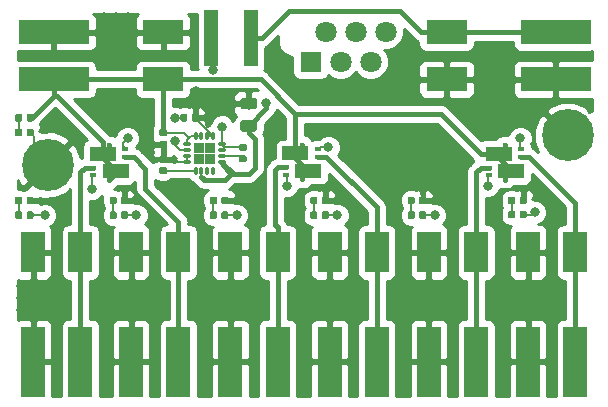
<source format=gbr>
G04 #@! TF.GenerationSoftware,KiCad,Pcbnew,5.0.2-bee76a0~70~ubuntu18.04.1*
G04 #@! TF.CreationDate,2019-12-05T19:09:47+01:00*
G04 #@! TF.ProjectId,magneto_bot_shield,6d61676e-6574-46f5-9f62-6f745f736869,rev?*
G04 #@! TF.SameCoordinates,Original*
G04 #@! TF.FileFunction,Copper,L1,Top*
G04 #@! TF.FilePolarity,Positive*
%FSLAX46Y46*%
G04 Gerber Fmt 4.6, Leading zero omitted, Abs format (unit mm)*
G04 Created by KiCad (PCBNEW 5.0.2-bee76a0~70~ubuntu18.04.1) date Thu 05 Dec 2019 07:09:47 PM CET*
%MOMM*%
%LPD*%
G01*
G04 APERTURE LIST*
G04 #@! TA.AperFunction,Conductor*
%ADD10C,0.100000*%
G04 #@! TD*
G04 #@! TA.AperFunction,SMDPad,CuDef*
%ADD11C,0.590000*%
G04 #@! TD*
G04 #@! TA.AperFunction,SMDPad,CuDef*
%ADD12C,0.975000*%
G04 #@! TD*
G04 #@! TA.AperFunction,SMDPad,CuDef*
%ADD13R,2.000000X3.500000*%
G04 #@! TD*
G04 #@! TA.AperFunction,SMDPad,CuDef*
%ADD14R,2.000000X6.000000*%
G04 #@! TD*
G04 #@! TA.AperFunction,SMDPad,CuDef*
%ADD15R,3.500000X2.000000*%
G04 #@! TD*
G04 #@! TA.AperFunction,SMDPad,CuDef*
%ADD16R,6.000000X2.000000*%
G04 #@! TD*
G04 #@! TA.AperFunction,ComponentPad*
%ADD17C,1.800000*%
G04 #@! TD*
G04 #@! TA.AperFunction,ComponentPad*
%ADD18R,1.800000X1.800000*%
G04 #@! TD*
G04 #@! TA.AperFunction,SMDPad,CuDef*
%ADD19R,1.180000X4.700000*%
G04 #@! TD*
G04 #@! TA.AperFunction,SMDPad,CuDef*
%ADD20O,0.750000X0.300000*%
G04 #@! TD*
G04 #@! TA.AperFunction,SMDPad,CuDef*
%ADD21O,0.300000X0.750000*%
G04 #@! TD*
G04 #@! TA.AperFunction,SMDPad,CuDef*
%ADD22R,0.900000X0.900000*%
G04 #@! TD*
G04 #@! TA.AperFunction,SMDPad,CuDef*
%ADD23R,0.430000X0.370000*%
G04 #@! TD*
G04 #@! TA.AperFunction,SMDPad,CuDef*
%ADD24R,0.580000X0.400000*%
G04 #@! TD*
G04 #@! TA.AperFunction,SMDPad,CuDef*
%ADD25R,2.225000X1.205000*%
G04 #@! TD*
G04 #@! TA.AperFunction,ComponentPad*
%ADD26C,4.400000*%
G04 #@! TD*
G04 #@! TA.AperFunction,ViaPad*
%ADD27C,0.800000*%
G04 #@! TD*
G04 #@! TA.AperFunction,Conductor*
%ADD28C,0.203200*%
G04 #@! TD*
G04 #@! TA.AperFunction,Conductor*
%ADD29C,0.406400*%
G04 #@! TD*
G04 #@! TA.AperFunction,Conductor*
%ADD30C,0.254000*%
G04 #@! TD*
G04 APERTURE END LIST*
D10*
G04 #@! TO.N,Net-(C1-Pad1)*
G04 #@! TO.C,C1*
G36*
X153426958Y-103430710D02*
X153441276Y-103432834D01*
X153455317Y-103436351D01*
X153468946Y-103441228D01*
X153482031Y-103447417D01*
X153494447Y-103454858D01*
X153506073Y-103463481D01*
X153516798Y-103473202D01*
X153526519Y-103483927D01*
X153535142Y-103495553D01*
X153542583Y-103507969D01*
X153548772Y-103521054D01*
X153553649Y-103534683D01*
X153557166Y-103548724D01*
X153559290Y-103563042D01*
X153560000Y-103577500D01*
X153560000Y-103922500D01*
X153559290Y-103936958D01*
X153557166Y-103951276D01*
X153553649Y-103965317D01*
X153548772Y-103978946D01*
X153542583Y-103992031D01*
X153535142Y-104004447D01*
X153526519Y-104016073D01*
X153516798Y-104026798D01*
X153506073Y-104036519D01*
X153494447Y-104045142D01*
X153482031Y-104052583D01*
X153468946Y-104058772D01*
X153455317Y-104063649D01*
X153441276Y-104067166D01*
X153426958Y-104069290D01*
X153412500Y-104070000D01*
X153117500Y-104070000D01*
X153103042Y-104069290D01*
X153088724Y-104067166D01*
X153074683Y-104063649D01*
X153061054Y-104058772D01*
X153047969Y-104052583D01*
X153035553Y-104045142D01*
X153023927Y-104036519D01*
X153013202Y-104026798D01*
X153003481Y-104016073D01*
X152994858Y-104004447D01*
X152987417Y-103992031D01*
X152981228Y-103978946D01*
X152976351Y-103965317D01*
X152972834Y-103951276D01*
X152970710Y-103936958D01*
X152970000Y-103922500D01*
X152970000Y-103577500D01*
X152970710Y-103563042D01*
X152972834Y-103548724D01*
X152976351Y-103534683D01*
X152981228Y-103521054D01*
X152987417Y-103507969D01*
X152994858Y-103495553D01*
X153003481Y-103483927D01*
X153013202Y-103473202D01*
X153023927Y-103463481D01*
X153035553Y-103454858D01*
X153047969Y-103447417D01*
X153061054Y-103441228D01*
X153074683Y-103436351D01*
X153088724Y-103432834D01*
X153103042Y-103430710D01*
X153117500Y-103430000D01*
X153412500Y-103430000D01*
X153426958Y-103430710D01*
X153426958Y-103430710D01*
G37*
D11*
G04 #@! TD*
G04 #@! TO.P,C1,1*
G04 #@! TO.N,Net-(C1-Pad1)*
X153265000Y-103750000D03*
D10*
G04 #@! TO.N,GND*
G04 #@! TO.C,C1*
G36*
X154396958Y-103430710D02*
X154411276Y-103432834D01*
X154425317Y-103436351D01*
X154438946Y-103441228D01*
X154452031Y-103447417D01*
X154464447Y-103454858D01*
X154476073Y-103463481D01*
X154486798Y-103473202D01*
X154496519Y-103483927D01*
X154505142Y-103495553D01*
X154512583Y-103507969D01*
X154518772Y-103521054D01*
X154523649Y-103534683D01*
X154527166Y-103548724D01*
X154529290Y-103563042D01*
X154530000Y-103577500D01*
X154530000Y-103922500D01*
X154529290Y-103936958D01*
X154527166Y-103951276D01*
X154523649Y-103965317D01*
X154518772Y-103978946D01*
X154512583Y-103992031D01*
X154505142Y-104004447D01*
X154496519Y-104016073D01*
X154486798Y-104026798D01*
X154476073Y-104036519D01*
X154464447Y-104045142D01*
X154452031Y-104052583D01*
X154438946Y-104058772D01*
X154425317Y-104063649D01*
X154411276Y-104067166D01*
X154396958Y-104069290D01*
X154382500Y-104070000D01*
X154087500Y-104070000D01*
X154073042Y-104069290D01*
X154058724Y-104067166D01*
X154044683Y-104063649D01*
X154031054Y-104058772D01*
X154017969Y-104052583D01*
X154005553Y-104045142D01*
X153993927Y-104036519D01*
X153983202Y-104026798D01*
X153973481Y-104016073D01*
X153964858Y-104004447D01*
X153957417Y-103992031D01*
X153951228Y-103978946D01*
X153946351Y-103965317D01*
X153942834Y-103951276D01*
X153940710Y-103936958D01*
X153940000Y-103922500D01*
X153940000Y-103577500D01*
X153940710Y-103563042D01*
X153942834Y-103548724D01*
X153946351Y-103534683D01*
X153951228Y-103521054D01*
X153957417Y-103507969D01*
X153964858Y-103495553D01*
X153973481Y-103483927D01*
X153983202Y-103473202D01*
X153993927Y-103463481D01*
X154005553Y-103454858D01*
X154017969Y-103447417D01*
X154031054Y-103441228D01*
X154044683Y-103436351D01*
X154058724Y-103432834D01*
X154073042Y-103430710D01*
X154087500Y-103430000D01*
X154382500Y-103430000D01*
X154396958Y-103430710D01*
X154396958Y-103430710D01*
G37*
D11*
G04 #@! TD*
G04 #@! TO.P,C1,2*
G04 #@! TO.N,GND*
X154235000Y-103750000D03*
D10*
G04 #@! TO.N,GND*
G04 #@! TO.C,C2*
G36*
X151686958Y-105690710D02*
X151701276Y-105692834D01*
X151715317Y-105696351D01*
X151728946Y-105701228D01*
X151742031Y-105707417D01*
X151754447Y-105714858D01*
X151766073Y-105723481D01*
X151776798Y-105733202D01*
X151786519Y-105743927D01*
X151795142Y-105755553D01*
X151802583Y-105767969D01*
X151808772Y-105781054D01*
X151813649Y-105794683D01*
X151817166Y-105808724D01*
X151819290Y-105823042D01*
X151820000Y-105837500D01*
X151820000Y-106132500D01*
X151819290Y-106146958D01*
X151817166Y-106161276D01*
X151813649Y-106175317D01*
X151808772Y-106188946D01*
X151802583Y-106202031D01*
X151795142Y-106214447D01*
X151786519Y-106226073D01*
X151776798Y-106236798D01*
X151766073Y-106246519D01*
X151754447Y-106255142D01*
X151742031Y-106262583D01*
X151728946Y-106268772D01*
X151715317Y-106273649D01*
X151701276Y-106277166D01*
X151686958Y-106279290D01*
X151672500Y-106280000D01*
X151327500Y-106280000D01*
X151313042Y-106279290D01*
X151298724Y-106277166D01*
X151284683Y-106273649D01*
X151271054Y-106268772D01*
X151257969Y-106262583D01*
X151245553Y-106255142D01*
X151233927Y-106246519D01*
X151223202Y-106236798D01*
X151213481Y-106226073D01*
X151204858Y-106214447D01*
X151197417Y-106202031D01*
X151191228Y-106188946D01*
X151186351Y-106175317D01*
X151182834Y-106161276D01*
X151180710Y-106146958D01*
X151180000Y-106132500D01*
X151180000Y-105837500D01*
X151180710Y-105823042D01*
X151182834Y-105808724D01*
X151186351Y-105794683D01*
X151191228Y-105781054D01*
X151197417Y-105767969D01*
X151204858Y-105755553D01*
X151213481Y-105743927D01*
X151223202Y-105733202D01*
X151233927Y-105723481D01*
X151245553Y-105714858D01*
X151257969Y-105707417D01*
X151271054Y-105701228D01*
X151284683Y-105696351D01*
X151298724Y-105692834D01*
X151313042Y-105690710D01*
X151327500Y-105690000D01*
X151672500Y-105690000D01*
X151686958Y-105690710D01*
X151686958Y-105690710D01*
G37*
D11*
G04 #@! TD*
G04 #@! TO.P,C2,2*
G04 #@! TO.N,GND*
X151500000Y-105985000D03*
D10*
G04 #@! TO.N,+36V*
G04 #@! TO.C,C2*
G36*
X151686958Y-104720710D02*
X151701276Y-104722834D01*
X151715317Y-104726351D01*
X151728946Y-104731228D01*
X151742031Y-104737417D01*
X151754447Y-104744858D01*
X151766073Y-104753481D01*
X151776798Y-104763202D01*
X151786519Y-104773927D01*
X151795142Y-104785553D01*
X151802583Y-104797969D01*
X151808772Y-104811054D01*
X151813649Y-104824683D01*
X151817166Y-104838724D01*
X151819290Y-104853042D01*
X151820000Y-104867500D01*
X151820000Y-105162500D01*
X151819290Y-105176958D01*
X151817166Y-105191276D01*
X151813649Y-105205317D01*
X151808772Y-105218946D01*
X151802583Y-105232031D01*
X151795142Y-105244447D01*
X151786519Y-105256073D01*
X151776798Y-105266798D01*
X151766073Y-105276519D01*
X151754447Y-105285142D01*
X151742031Y-105292583D01*
X151728946Y-105298772D01*
X151715317Y-105303649D01*
X151701276Y-105307166D01*
X151686958Y-105309290D01*
X151672500Y-105310000D01*
X151327500Y-105310000D01*
X151313042Y-105309290D01*
X151298724Y-105307166D01*
X151284683Y-105303649D01*
X151271054Y-105298772D01*
X151257969Y-105292583D01*
X151245553Y-105285142D01*
X151233927Y-105276519D01*
X151223202Y-105266798D01*
X151213481Y-105256073D01*
X151204858Y-105244447D01*
X151197417Y-105232031D01*
X151191228Y-105218946D01*
X151186351Y-105205317D01*
X151182834Y-105191276D01*
X151180710Y-105176958D01*
X151180000Y-105162500D01*
X151180000Y-104867500D01*
X151180710Y-104853042D01*
X151182834Y-104838724D01*
X151186351Y-104824683D01*
X151191228Y-104811054D01*
X151197417Y-104797969D01*
X151204858Y-104785553D01*
X151213481Y-104773927D01*
X151223202Y-104763202D01*
X151233927Y-104753481D01*
X151245553Y-104744858D01*
X151257969Y-104737417D01*
X151271054Y-104731228D01*
X151284683Y-104726351D01*
X151298724Y-104722834D01*
X151313042Y-104720710D01*
X151327500Y-104720000D01*
X151672500Y-104720000D01*
X151686958Y-104720710D01*
X151686958Y-104720710D01*
G37*
D11*
G04 #@! TD*
G04 #@! TO.P,C2,1*
G04 #@! TO.N,+36V*
X151500000Y-105015000D03*
D10*
G04 #@! TO.N,GND*
G04 #@! TO.C,C3*
G36*
X151686958Y-106970710D02*
X151701276Y-106972834D01*
X151715317Y-106976351D01*
X151728946Y-106981228D01*
X151742031Y-106987417D01*
X151754447Y-106994858D01*
X151766073Y-107003481D01*
X151776798Y-107013202D01*
X151786519Y-107023927D01*
X151795142Y-107035553D01*
X151802583Y-107047969D01*
X151808772Y-107061054D01*
X151813649Y-107074683D01*
X151817166Y-107088724D01*
X151819290Y-107103042D01*
X151820000Y-107117500D01*
X151820000Y-107412500D01*
X151819290Y-107426958D01*
X151817166Y-107441276D01*
X151813649Y-107455317D01*
X151808772Y-107468946D01*
X151802583Y-107482031D01*
X151795142Y-107494447D01*
X151786519Y-107506073D01*
X151776798Y-107516798D01*
X151766073Y-107526519D01*
X151754447Y-107535142D01*
X151742031Y-107542583D01*
X151728946Y-107548772D01*
X151715317Y-107553649D01*
X151701276Y-107557166D01*
X151686958Y-107559290D01*
X151672500Y-107560000D01*
X151327500Y-107560000D01*
X151313042Y-107559290D01*
X151298724Y-107557166D01*
X151284683Y-107553649D01*
X151271054Y-107548772D01*
X151257969Y-107542583D01*
X151245553Y-107535142D01*
X151233927Y-107526519D01*
X151223202Y-107516798D01*
X151213481Y-107506073D01*
X151204858Y-107494447D01*
X151197417Y-107482031D01*
X151191228Y-107468946D01*
X151186351Y-107455317D01*
X151182834Y-107441276D01*
X151180710Y-107426958D01*
X151180000Y-107412500D01*
X151180000Y-107117500D01*
X151180710Y-107103042D01*
X151182834Y-107088724D01*
X151186351Y-107074683D01*
X151191228Y-107061054D01*
X151197417Y-107047969D01*
X151204858Y-107035553D01*
X151213481Y-107023927D01*
X151223202Y-107013202D01*
X151233927Y-107003481D01*
X151245553Y-106994858D01*
X151257969Y-106987417D01*
X151271054Y-106981228D01*
X151284683Y-106976351D01*
X151298724Y-106972834D01*
X151313042Y-106970710D01*
X151327500Y-106970000D01*
X151672500Y-106970000D01*
X151686958Y-106970710D01*
X151686958Y-106970710D01*
G37*
D11*
G04 #@! TD*
G04 #@! TO.P,C3,2*
G04 #@! TO.N,GND*
X151500000Y-107265000D03*
D10*
G04 #@! TO.N,Net-(C3-Pad1)*
G04 #@! TO.C,C3*
G36*
X151686958Y-107940710D02*
X151701276Y-107942834D01*
X151715317Y-107946351D01*
X151728946Y-107951228D01*
X151742031Y-107957417D01*
X151754447Y-107964858D01*
X151766073Y-107973481D01*
X151776798Y-107983202D01*
X151786519Y-107993927D01*
X151795142Y-108005553D01*
X151802583Y-108017969D01*
X151808772Y-108031054D01*
X151813649Y-108044683D01*
X151817166Y-108058724D01*
X151819290Y-108073042D01*
X151820000Y-108087500D01*
X151820000Y-108382500D01*
X151819290Y-108396958D01*
X151817166Y-108411276D01*
X151813649Y-108425317D01*
X151808772Y-108438946D01*
X151802583Y-108452031D01*
X151795142Y-108464447D01*
X151786519Y-108476073D01*
X151776798Y-108486798D01*
X151766073Y-108496519D01*
X151754447Y-108505142D01*
X151742031Y-108512583D01*
X151728946Y-108518772D01*
X151715317Y-108523649D01*
X151701276Y-108527166D01*
X151686958Y-108529290D01*
X151672500Y-108530000D01*
X151327500Y-108530000D01*
X151313042Y-108529290D01*
X151298724Y-108527166D01*
X151284683Y-108523649D01*
X151271054Y-108518772D01*
X151257969Y-108512583D01*
X151245553Y-108505142D01*
X151233927Y-108496519D01*
X151223202Y-108486798D01*
X151213481Y-108476073D01*
X151204858Y-108464447D01*
X151197417Y-108452031D01*
X151191228Y-108438946D01*
X151186351Y-108425317D01*
X151182834Y-108411276D01*
X151180710Y-108396958D01*
X151180000Y-108382500D01*
X151180000Y-108087500D01*
X151180710Y-108073042D01*
X151182834Y-108058724D01*
X151186351Y-108044683D01*
X151191228Y-108031054D01*
X151197417Y-108017969D01*
X151204858Y-108005553D01*
X151213481Y-107993927D01*
X151223202Y-107983202D01*
X151233927Y-107973481D01*
X151245553Y-107964858D01*
X151257969Y-107957417D01*
X151271054Y-107951228D01*
X151284683Y-107946351D01*
X151298724Y-107942834D01*
X151313042Y-107940710D01*
X151327500Y-107940000D01*
X151672500Y-107940000D01*
X151686958Y-107940710D01*
X151686958Y-107940710D01*
G37*
D11*
G04 #@! TD*
G04 #@! TO.P,C3,1*
G04 #@! TO.N,Net-(C3-Pad1)*
X151500000Y-108235000D03*
D10*
G04 #@! TO.N,Net-(C4-Pad1)*
G04 #@! TO.C,C4*
G36*
X158436958Y-105970710D02*
X158451276Y-105972834D01*
X158465317Y-105976351D01*
X158478946Y-105981228D01*
X158492031Y-105987417D01*
X158504447Y-105994858D01*
X158516073Y-106003481D01*
X158526798Y-106013202D01*
X158536519Y-106023927D01*
X158545142Y-106035553D01*
X158552583Y-106047969D01*
X158558772Y-106061054D01*
X158563649Y-106074683D01*
X158567166Y-106088724D01*
X158569290Y-106103042D01*
X158570000Y-106117500D01*
X158570000Y-106412500D01*
X158569290Y-106426958D01*
X158567166Y-106441276D01*
X158563649Y-106455317D01*
X158558772Y-106468946D01*
X158552583Y-106482031D01*
X158545142Y-106494447D01*
X158536519Y-106506073D01*
X158526798Y-106516798D01*
X158516073Y-106526519D01*
X158504447Y-106535142D01*
X158492031Y-106542583D01*
X158478946Y-106548772D01*
X158465317Y-106553649D01*
X158451276Y-106557166D01*
X158436958Y-106559290D01*
X158422500Y-106560000D01*
X158077500Y-106560000D01*
X158063042Y-106559290D01*
X158048724Y-106557166D01*
X158034683Y-106553649D01*
X158021054Y-106548772D01*
X158007969Y-106542583D01*
X157995553Y-106535142D01*
X157983927Y-106526519D01*
X157973202Y-106516798D01*
X157963481Y-106506073D01*
X157954858Y-106494447D01*
X157947417Y-106482031D01*
X157941228Y-106468946D01*
X157936351Y-106455317D01*
X157932834Y-106441276D01*
X157930710Y-106426958D01*
X157930000Y-106412500D01*
X157930000Y-106117500D01*
X157930710Y-106103042D01*
X157932834Y-106088724D01*
X157936351Y-106074683D01*
X157941228Y-106061054D01*
X157947417Y-106047969D01*
X157954858Y-106035553D01*
X157963481Y-106023927D01*
X157973202Y-106013202D01*
X157983927Y-106003481D01*
X157995553Y-105994858D01*
X158007969Y-105987417D01*
X158021054Y-105981228D01*
X158034683Y-105976351D01*
X158048724Y-105972834D01*
X158063042Y-105970710D01*
X158077500Y-105970000D01*
X158422500Y-105970000D01*
X158436958Y-105970710D01*
X158436958Y-105970710D01*
G37*
D11*
G04 #@! TD*
G04 #@! TO.P,C4,1*
G04 #@! TO.N,Net-(C4-Pad1)*
X158250000Y-106265000D03*
D10*
G04 #@! TO.N,Net-(C4-Pad2)*
G04 #@! TO.C,C4*
G36*
X158436958Y-106940710D02*
X158451276Y-106942834D01*
X158465317Y-106946351D01*
X158478946Y-106951228D01*
X158492031Y-106957417D01*
X158504447Y-106964858D01*
X158516073Y-106973481D01*
X158526798Y-106983202D01*
X158536519Y-106993927D01*
X158545142Y-107005553D01*
X158552583Y-107017969D01*
X158558772Y-107031054D01*
X158563649Y-107044683D01*
X158567166Y-107058724D01*
X158569290Y-107073042D01*
X158570000Y-107087500D01*
X158570000Y-107382500D01*
X158569290Y-107396958D01*
X158567166Y-107411276D01*
X158563649Y-107425317D01*
X158558772Y-107438946D01*
X158552583Y-107452031D01*
X158545142Y-107464447D01*
X158536519Y-107476073D01*
X158526798Y-107486798D01*
X158516073Y-107496519D01*
X158504447Y-107505142D01*
X158492031Y-107512583D01*
X158478946Y-107518772D01*
X158465317Y-107523649D01*
X158451276Y-107527166D01*
X158436958Y-107529290D01*
X158422500Y-107530000D01*
X158077500Y-107530000D01*
X158063042Y-107529290D01*
X158048724Y-107527166D01*
X158034683Y-107523649D01*
X158021054Y-107518772D01*
X158007969Y-107512583D01*
X157995553Y-107505142D01*
X157983927Y-107496519D01*
X157973202Y-107486798D01*
X157963481Y-107476073D01*
X157954858Y-107464447D01*
X157947417Y-107452031D01*
X157941228Y-107438946D01*
X157936351Y-107425317D01*
X157932834Y-107411276D01*
X157930710Y-107396958D01*
X157930000Y-107382500D01*
X157930000Y-107087500D01*
X157930710Y-107073042D01*
X157932834Y-107058724D01*
X157936351Y-107044683D01*
X157941228Y-107031054D01*
X157947417Y-107017969D01*
X157954858Y-107005553D01*
X157963481Y-106993927D01*
X157973202Y-106983202D01*
X157983927Y-106973481D01*
X157995553Y-106964858D01*
X158007969Y-106957417D01*
X158021054Y-106951228D01*
X158034683Y-106946351D01*
X158048724Y-106942834D01*
X158063042Y-106940710D01*
X158077500Y-106940000D01*
X158422500Y-106940000D01*
X158436958Y-106940710D01*
X158436958Y-106940710D01*
G37*
D11*
G04 #@! TD*
G04 #@! TO.P,C4,2*
G04 #@! TO.N,Net-(C4-Pad2)*
X158250000Y-107235000D03*
D10*
G04 #@! TO.N,GND*
G04 #@! TO.C,C5*
G36*
X159230142Y-102076174D02*
X159253803Y-102079684D01*
X159277007Y-102085496D01*
X159299529Y-102093554D01*
X159321153Y-102103782D01*
X159341670Y-102116079D01*
X159360883Y-102130329D01*
X159378607Y-102146393D01*
X159394671Y-102164117D01*
X159408921Y-102183330D01*
X159421218Y-102203847D01*
X159431446Y-102225471D01*
X159439504Y-102247993D01*
X159445316Y-102271197D01*
X159448826Y-102294858D01*
X159450000Y-102318750D01*
X159450000Y-102806250D01*
X159448826Y-102830142D01*
X159445316Y-102853803D01*
X159439504Y-102877007D01*
X159431446Y-102899529D01*
X159421218Y-102921153D01*
X159408921Y-102941670D01*
X159394671Y-102960883D01*
X159378607Y-102978607D01*
X159360883Y-102994671D01*
X159341670Y-103008921D01*
X159321153Y-103021218D01*
X159299529Y-103031446D01*
X159277007Y-103039504D01*
X159253803Y-103045316D01*
X159230142Y-103048826D01*
X159206250Y-103050000D01*
X158293750Y-103050000D01*
X158269858Y-103048826D01*
X158246197Y-103045316D01*
X158222993Y-103039504D01*
X158200471Y-103031446D01*
X158178847Y-103021218D01*
X158158330Y-103008921D01*
X158139117Y-102994671D01*
X158121393Y-102978607D01*
X158105329Y-102960883D01*
X158091079Y-102941670D01*
X158078782Y-102921153D01*
X158068554Y-102899529D01*
X158060496Y-102877007D01*
X158054684Y-102853803D01*
X158051174Y-102830142D01*
X158050000Y-102806250D01*
X158050000Y-102318750D01*
X158051174Y-102294858D01*
X158054684Y-102271197D01*
X158060496Y-102247993D01*
X158068554Y-102225471D01*
X158078782Y-102203847D01*
X158091079Y-102183330D01*
X158105329Y-102164117D01*
X158121393Y-102146393D01*
X158139117Y-102130329D01*
X158158330Y-102116079D01*
X158178847Y-102103782D01*
X158200471Y-102093554D01*
X158222993Y-102085496D01*
X158246197Y-102079684D01*
X158269858Y-102076174D01*
X158293750Y-102075000D01*
X159206250Y-102075000D01*
X159230142Y-102076174D01*
X159230142Y-102076174D01*
G37*
D12*
G04 #@! TD*
G04 #@! TO.P,C5,1*
G04 #@! TO.N,GND*
X158750000Y-102562500D03*
D10*
G04 #@! TO.N,+5V*
G04 #@! TO.C,C5*
G36*
X159230142Y-103951174D02*
X159253803Y-103954684D01*
X159277007Y-103960496D01*
X159299529Y-103968554D01*
X159321153Y-103978782D01*
X159341670Y-103991079D01*
X159360883Y-104005329D01*
X159378607Y-104021393D01*
X159394671Y-104039117D01*
X159408921Y-104058330D01*
X159421218Y-104078847D01*
X159431446Y-104100471D01*
X159439504Y-104122993D01*
X159445316Y-104146197D01*
X159448826Y-104169858D01*
X159450000Y-104193750D01*
X159450000Y-104681250D01*
X159448826Y-104705142D01*
X159445316Y-104728803D01*
X159439504Y-104752007D01*
X159431446Y-104774529D01*
X159421218Y-104796153D01*
X159408921Y-104816670D01*
X159394671Y-104835883D01*
X159378607Y-104853607D01*
X159360883Y-104869671D01*
X159341670Y-104883921D01*
X159321153Y-104896218D01*
X159299529Y-104906446D01*
X159277007Y-104914504D01*
X159253803Y-104920316D01*
X159230142Y-104923826D01*
X159206250Y-104925000D01*
X158293750Y-104925000D01*
X158269858Y-104923826D01*
X158246197Y-104920316D01*
X158222993Y-104914504D01*
X158200471Y-104906446D01*
X158178847Y-104896218D01*
X158158330Y-104883921D01*
X158139117Y-104869671D01*
X158121393Y-104853607D01*
X158105329Y-104835883D01*
X158091079Y-104816670D01*
X158078782Y-104796153D01*
X158068554Y-104774529D01*
X158060496Y-104752007D01*
X158054684Y-104728803D01*
X158051174Y-104705142D01*
X158050000Y-104681250D01*
X158050000Y-104193750D01*
X158051174Y-104169858D01*
X158054684Y-104146197D01*
X158060496Y-104122993D01*
X158068554Y-104100471D01*
X158078782Y-104078847D01*
X158091079Y-104058330D01*
X158105329Y-104039117D01*
X158121393Y-104021393D01*
X158139117Y-104005329D01*
X158158330Y-103991079D01*
X158178847Y-103978782D01*
X158200471Y-103968554D01*
X158222993Y-103960496D01*
X158246197Y-103954684D01*
X158269858Y-103951174D01*
X158293750Y-103950000D01*
X159206250Y-103950000D01*
X159230142Y-103951174D01*
X159230142Y-103951174D01*
G37*
D12*
G04 #@! TD*
G04 #@! TO.P,C5,2*
G04 #@! TO.N,+5V*
X158750000Y-104437500D03*
D10*
G04 #@! TO.N,Net-(D1-Pad1)*
G04 #@! TO.C,D1*
G36*
X181176958Y-111630710D02*
X181191276Y-111632834D01*
X181205317Y-111636351D01*
X181218946Y-111641228D01*
X181232031Y-111647417D01*
X181244447Y-111654858D01*
X181256073Y-111663481D01*
X181266798Y-111673202D01*
X181276519Y-111683927D01*
X181285142Y-111695553D01*
X181292583Y-111707969D01*
X181298772Y-111721054D01*
X181303649Y-111734683D01*
X181307166Y-111748724D01*
X181309290Y-111763042D01*
X181310000Y-111777500D01*
X181310000Y-112122500D01*
X181309290Y-112136958D01*
X181307166Y-112151276D01*
X181303649Y-112165317D01*
X181298772Y-112178946D01*
X181292583Y-112192031D01*
X181285142Y-112204447D01*
X181276519Y-112216073D01*
X181266798Y-112226798D01*
X181256073Y-112236519D01*
X181244447Y-112245142D01*
X181232031Y-112252583D01*
X181218946Y-112258772D01*
X181205317Y-112263649D01*
X181191276Y-112267166D01*
X181176958Y-112269290D01*
X181162500Y-112270000D01*
X180867500Y-112270000D01*
X180853042Y-112269290D01*
X180838724Y-112267166D01*
X180824683Y-112263649D01*
X180811054Y-112258772D01*
X180797969Y-112252583D01*
X180785553Y-112245142D01*
X180773927Y-112236519D01*
X180763202Y-112226798D01*
X180753481Y-112216073D01*
X180744858Y-112204447D01*
X180737417Y-112192031D01*
X180731228Y-112178946D01*
X180726351Y-112165317D01*
X180722834Y-112151276D01*
X180720710Y-112136958D01*
X180720000Y-112122500D01*
X180720000Y-111777500D01*
X180720710Y-111763042D01*
X180722834Y-111748724D01*
X180726351Y-111734683D01*
X180731228Y-111721054D01*
X180737417Y-111707969D01*
X180744858Y-111695553D01*
X180753481Y-111683927D01*
X180763202Y-111673202D01*
X180773927Y-111663481D01*
X180785553Y-111654858D01*
X180797969Y-111647417D01*
X180811054Y-111641228D01*
X180824683Y-111636351D01*
X180838724Y-111632834D01*
X180853042Y-111630710D01*
X180867500Y-111630000D01*
X181162500Y-111630000D01*
X181176958Y-111630710D01*
X181176958Y-111630710D01*
G37*
D11*
G04 #@! TD*
G04 #@! TO.P,D1,1*
G04 #@! TO.N,Net-(D1-Pad1)*
X181015000Y-111950000D03*
D10*
G04 #@! TO.N,GATE5*
G04 #@! TO.C,D1*
G36*
X182146958Y-111630710D02*
X182161276Y-111632834D01*
X182175317Y-111636351D01*
X182188946Y-111641228D01*
X182202031Y-111647417D01*
X182214447Y-111654858D01*
X182226073Y-111663481D01*
X182236798Y-111673202D01*
X182246519Y-111683927D01*
X182255142Y-111695553D01*
X182262583Y-111707969D01*
X182268772Y-111721054D01*
X182273649Y-111734683D01*
X182277166Y-111748724D01*
X182279290Y-111763042D01*
X182280000Y-111777500D01*
X182280000Y-112122500D01*
X182279290Y-112136958D01*
X182277166Y-112151276D01*
X182273649Y-112165317D01*
X182268772Y-112178946D01*
X182262583Y-112192031D01*
X182255142Y-112204447D01*
X182246519Y-112216073D01*
X182236798Y-112226798D01*
X182226073Y-112236519D01*
X182214447Y-112245142D01*
X182202031Y-112252583D01*
X182188946Y-112258772D01*
X182175317Y-112263649D01*
X182161276Y-112267166D01*
X182146958Y-112269290D01*
X182132500Y-112270000D01*
X181837500Y-112270000D01*
X181823042Y-112269290D01*
X181808724Y-112267166D01*
X181794683Y-112263649D01*
X181781054Y-112258772D01*
X181767969Y-112252583D01*
X181755553Y-112245142D01*
X181743927Y-112236519D01*
X181733202Y-112226798D01*
X181723481Y-112216073D01*
X181714858Y-112204447D01*
X181707417Y-112192031D01*
X181701228Y-112178946D01*
X181696351Y-112165317D01*
X181692834Y-112151276D01*
X181690710Y-112136958D01*
X181690000Y-112122500D01*
X181690000Y-111777500D01*
X181690710Y-111763042D01*
X181692834Y-111748724D01*
X181696351Y-111734683D01*
X181701228Y-111721054D01*
X181707417Y-111707969D01*
X181714858Y-111695553D01*
X181723481Y-111683927D01*
X181733202Y-111673202D01*
X181743927Y-111663481D01*
X181755553Y-111654858D01*
X181767969Y-111647417D01*
X181781054Y-111641228D01*
X181794683Y-111636351D01*
X181808724Y-111632834D01*
X181823042Y-111630710D01*
X181837500Y-111630000D01*
X182132500Y-111630000D01*
X182146958Y-111630710D01*
X182146958Y-111630710D01*
G37*
D11*
G04 #@! TD*
G04 #@! TO.P,D1,2*
G04 #@! TO.N,GATE5*
X181985000Y-111950000D03*
D10*
G04 #@! TO.N,GATE4*
G04 #@! TO.C,D2*
G36*
X173646958Y-111680710D02*
X173661276Y-111682834D01*
X173675317Y-111686351D01*
X173688946Y-111691228D01*
X173702031Y-111697417D01*
X173714447Y-111704858D01*
X173726073Y-111713481D01*
X173736798Y-111723202D01*
X173746519Y-111733927D01*
X173755142Y-111745553D01*
X173762583Y-111757969D01*
X173768772Y-111771054D01*
X173773649Y-111784683D01*
X173777166Y-111798724D01*
X173779290Y-111813042D01*
X173780000Y-111827500D01*
X173780000Y-112172500D01*
X173779290Y-112186958D01*
X173777166Y-112201276D01*
X173773649Y-112215317D01*
X173768772Y-112228946D01*
X173762583Y-112242031D01*
X173755142Y-112254447D01*
X173746519Y-112266073D01*
X173736798Y-112276798D01*
X173726073Y-112286519D01*
X173714447Y-112295142D01*
X173702031Y-112302583D01*
X173688946Y-112308772D01*
X173675317Y-112313649D01*
X173661276Y-112317166D01*
X173646958Y-112319290D01*
X173632500Y-112320000D01*
X173337500Y-112320000D01*
X173323042Y-112319290D01*
X173308724Y-112317166D01*
X173294683Y-112313649D01*
X173281054Y-112308772D01*
X173267969Y-112302583D01*
X173255553Y-112295142D01*
X173243927Y-112286519D01*
X173233202Y-112276798D01*
X173223481Y-112266073D01*
X173214858Y-112254447D01*
X173207417Y-112242031D01*
X173201228Y-112228946D01*
X173196351Y-112215317D01*
X173192834Y-112201276D01*
X173190710Y-112186958D01*
X173190000Y-112172500D01*
X173190000Y-111827500D01*
X173190710Y-111813042D01*
X173192834Y-111798724D01*
X173196351Y-111784683D01*
X173201228Y-111771054D01*
X173207417Y-111757969D01*
X173214858Y-111745553D01*
X173223481Y-111733927D01*
X173233202Y-111723202D01*
X173243927Y-111713481D01*
X173255553Y-111704858D01*
X173267969Y-111697417D01*
X173281054Y-111691228D01*
X173294683Y-111686351D01*
X173308724Y-111682834D01*
X173323042Y-111680710D01*
X173337500Y-111680000D01*
X173632500Y-111680000D01*
X173646958Y-111680710D01*
X173646958Y-111680710D01*
G37*
D11*
G04 #@! TD*
G04 #@! TO.P,D2,2*
G04 #@! TO.N,GATE4*
X173485000Y-112000000D03*
D10*
G04 #@! TO.N,Net-(D2-Pad1)*
G04 #@! TO.C,D2*
G36*
X172676958Y-111680710D02*
X172691276Y-111682834D01*
X172705317Y-111686351D01*
X172718946Y-111691228D01*
X172732031Y-111697417D01*
X172744447Y-111704858D01*
X172756073Y-111713481D01*
X172766798Y-111723202D01*
X172776519Y-111733927D01*
X172785142Y-111745553D01*
X172792583Y-111757969D01*
X172798772Y-111771054D01*
X172803649Y-111784683D01*
X172807166Y-111798724D01*
X172809290Y-111813042D01*
X172810000Y-111827500D01*
X172810000Y-112172500D01*
X172809290Y-112186958D01*
X172807166Y-112201276D01*
X172803649Y-112215317D01*
X172798772Y-112228946D01*
X172792583Y-112242031D01*
X172785142Y-112254447D01*
X172776519Y-112266073D01*
X172766798Y-112276798D01*
X172756073Y-112286519D01*
X172744447Y-112295142D01*
X172732031Y-112302583D01*
X172718946Y-112308772D01*
X172705317Y-112313649D01*
X172691276Y-112317166D01*
X172676958Y-112319290D01*
X172662500Y-112320000D01*
X172367500Y-112320000D01*
X172353042Y-112319290D01*
X172338724Y-112317166D01*
X172324683Y-112313649D01*
X172311054Y-112308772D01*
X172297969Y-112302583D01*
X172285553Y-112295142D01*
X172273927Y-112286519D01*
X172263202Y-112276798D01*
X172253481Y-112266073D01*
X172244858Y-112254447D01*
X172237417Y-112242031D01*
X172231228Y-112228946D01*
X172226351Y-112215317D01*
X172222834Y-112201276D01*
X172220710Y-112186958D01*
X172220000Y-112172500D01*
X172220000Y-111827500D01*
X172220710Y-111813042D01*
X172222834Y-111798724D01*
X172226351Y-111784683D01*
X172231228Y-111771054D01*
X172237417Y-111757969D01*
X172244858Y-111745553D01*
X172253481Y-111733927D01*
X172263202Y-111723202D01*
X172273927Y-111713481D01*
X172285553Y-111704858D01*
X172297969Y-111697417D01*
X172311054Y-111691228D01*
X172324683Y-111686351D01*
X172338724Y-111682834D01*
X172353042Y-111680710D01*
X172367500Y-111680000D01*
X172662500Y-111680000D01*
X172676958Y-111680710D01*
X172676958Y-111680710D01*
G37*
D11*
G04 #@! TD*
G04 #@! TO.P,D2,1*
G04 #@! TO.N,Net-(D2-Pad1)*
X172515000Y-112000000D03*
D10*
G04 #@! TO.N,Net-(D3-Pad1)*
G04 #@! TO.C,D3*
G36*
X164426958Y-111680710D02*
X164441276Y-111682834D01*
X164455317Y-111686351D01*
X164468946Y-111691228D01*
X164482031Y-111697417D01*
X164494447Y-111704858D01*
X164506073Y-111713481D01*
X164516798Y-111723202D01*
X164526519Y-111733927D01*
X164535142Y-111745553D01*
X164542583Y-111757969D01*
X164548772Y-111771054D01*
X164553649Y-111784683D01*
X164557166Y-111798724D01*
X164559290Y-111813042D01*
X164560000Y-111827500D01*
X164560000Y-112172500D01*
X164559290Y-112186958D01*
X164557166Y-112201276D01*
X164553649Y-112215317D01*
X164548772Y-112228946D01*
X164542583Y-112242031D01*
X164535142Y-112254447D01*
X164526519Y-112266073D01*
X164516798Y-112276798D01*
X164506073Y-112286519D01*
X164494447Y-112295142D01*
X164482031Y-112302583D01*
X164468946Y-112308772D01*
X164455317Y-112313649D01*
X164441276Y-112317166D01*
X164426958Y-112319290D01*
X164412500Y-112320000D01*
X164117500Y-112320000D01*
X164103042Y-112319290D01*
X164088724Y-112317166D01*
X164074683Y-112313649D01*
X164061054Y-112308772D01*
X164047969Y-112302583D01*
X164035553Y-112295142D01*
X164023927Y-112286519D01*
X164013202Y-112276798D01*
X164003481Y-112266073D01*
X163994858Y-112254447D01*
X163987417Y-112242031D01*
X163981228Y-112228946D01*
X163976351Y-112215317D01*
X163972834Y-112201276D01*
X163970710Y-112186958D01*
X163970000Y-112172500D01*
X163970000Y-111827500D01*
X163970710Y-111813042D01*
X163972834Y-111798724D01*
X163976351Y-111784683D01*
X163981228Y-111771054D01*
X163987417Y-111757969D01*
X163994858Y-111745553D01*
X164003481Y-111733927D01*
X164013202Y-111723202D01*
X164023927Y-111713481D01*
X164035553Y-111704858D01*
X164047969Y-111697417D01*
X164061054Y-111691228D01*
X164074683Y-111686351D01*
X164088724Y-111682834D01*
X164103042Y-111680710D01*
X164117500Y-111680000D01*
X164412500Y-111680000D01*
X164426958Y-111680710D01*
X164426958Y-111680710D01*
G37*
D11*
G04 #@! TD*
G04 #@! TO.P,D3,1*
G04 #@! TO.N,Net-(D3-Pad1)*
X164265000Y-112000000D03*
D10*
G04 #@! TO.N,GATE3*
G04 #@! TO.C,D3*
G36*
X165396958Y-111680710D02*
X165411276Y-111682834D01*
X165425317Y-111686351D01*
X165438946Y-111691228D01*
X165452031Y-111697417D01*
X165464447Y-111704858D01*
X165476073Y-111713481D01*
X165486798Y-111723202D01*
X165496519Y-111733927D01*
X165505142Y-111745553D01*
X165512583Y-111757969D01*
X165518772Y-111771054D01*
X165523649Y-111784683D01*
X165527166Y-111798724D01*
X165529290Y-111813042D01*
X165530000Y-111827500D01*
X165530000Y-112172500D01*
X165529290Y-112186958D01*
X165527166Y-112201276D01*
X165523649Y-112215317D01*
X165518772Y-112228946D01*
X165512583Y-112242031D01*
X165505142Y-112254447D01*
X165496519Y-112266073D01*
X165486798Y-112276798D01*
X165476073Y-112286519D01*
X165464447Y-112295142D01*
X165452031Y-112302583D01*
X165438946Y-112308772D01*
X165425317Y-112313649D01*
X165411276Y-112317166D01*
X165396958Y-112319290D01*
X165382500Y-112320000D01*
X165087500Y-112320000D01*
X165073042Y-112319290D01*
X165058724Y-112317166D01*
X165044683Y-112313649D01*
X165031054Y-112308772D01*
X165017969Y-112302583D01*
X165005553Y-112295142D01*
X164993927Y-112286519D01*
X164983202Y-112276798D01*
X164973481Y-112266073D01*
X164964858Y-112254447D01*
X164957417Y-112242031D01*
X164951228Y-112228946D01*
X164946351Y-112215317D01*
X164942834Y-112201276D01*
X164940710Y-112186958D01*
X164940000Y-112172500D01*
X164940000Y-111827500D01*
X164940710Y-111813042D01*
X164942834Y-111798724D01*
X164946351Y-111784683D01*
X164951228Y-111771054D01*
X164957417Y-111757969D01*
X164964858Y-111745553D01*
X164973481Y-111733927D01*
X164983202Y-111723202D01*
X164993927Y-111713481D01*
X165005553Y-111704858D01*
X165017969Y-111697417D01*
X165031054Y-111691228D01*
X165044683Y-111686351D01*
X165058724Y-111682834D01*
X165073042Y-111680710D01*
X165087500Y-111680000D01*
X165382500Y-111680000D01*
X165396958Y-111680710D01*
X165396958Y-111680710D01*
G37*
D11*
G04 #@! TD*
G04 #@! TO.P,D3,2*
G04 #@! TO.N,GATE3*
X165235000Y-112000000D03*
D10*
G04 #@! TO.N,GATE2*
G04 #@! TO.C,D4*
G36*
X156896958Y-111680710D02*
X156911276Y-111682834D01*
X156925317Y-111686351D01*
X156938946Y-111691228D01*
X156952031Y-111697417D01*
X156964447Y-111704858D01*
X156976073Y-111713481D01*
X156986798Y-111723202D01*
X156996519Y-111733927D01*
X157005142Y-111745553D01*
X157012583Y-111757969D01*
X157018772Y-111771054D01*
X157023649Y-111784683D01*
X157027166Y-111798724D01*
X157029290Y-111813042D01*
X157030000Y-111827500D01*
X157030000Y-112172500D01*
X157029290Y-112186958D01*
X157027166Y-112201276D01*
X157023649Y-112215317D01*
X157018772Y-112228946D01*
X157012583Y-112242031D01*
X157005142Y-112254447D01*
X156996519Y-112266073D01*
X156986798Y-112276798D01*
X156976073Y-112286519D01*
X156964447Y-112295142D01*
X156952031Y-112302583D01*
X156938946Y-112308772D01*
X156925317Y-112313649D01*
X156911276Y-112317166D01*
X156896958Y-112319290D01*
X156882500Y-112320000D01*
X156587500Y-112320000D01*
X156573042Y-112319290D01*
X156558724Y-112317166D01*
X156544683Y-112313649D01*
X156531054Y-112308772D01*
X156517969Y-112302583D01*
X156505553Y-112295142D01*
X156493927Y-112286519D01*
X156483202Y-112276798D01*
X156473481Y-112266073D01*
X156464858Y-112254447D01*
X156457417Y-112242031D01*
X156451228Y-112228946D01*
X156446351Y-112215317D01*
X156442834Y-112201276D01*
X156440710Y-112186958D01*
X156440000Y-112172500D01*
X156440000Y-111827500D01*
X156440710Y-111813042D01*
X156442834Y-111798724D01*
X156446351Y-111784683D01*
X156451228Y-111771054D01*
X156457417Y-111757969D01*
X156464858Y-111745553D01*
X156473481Y-111733927D01*
X156483202Y-111723202D01*
X156493927Y-111713481D01*
X156505553Y-111704858D01*
X156517969Y-111697417D01*
X156531054Y-111691228D01*
X156544683Y-111686351D01*
X156558724Y-111682834D01*
X156573042Y-111680710D01*
X156587500Y-111680000D01*
X156882500Y-111680000D01*
X156896958Y-111680710D01*
X156896958Y-111680710D01*
G37*
D11*
G04 #@! TD*
G04 #@! TO.P,D4,2*
G04 #@! TO.N,GATE2*
X156735000Y-112000000D03*
D10*
G04 #@! TO.N,Net-(D4-Pad1)*
G04 #@! TO.C,D4*
G36*
X155926958Y-111680710D02*
X155941276Y-111682834D01*
X155955317Y-111686351D01*
X155968946Y-111691228D01*
X155982031Y-111697417D01*
X155994447Y-111704858D01*
X156006073Y-111713481D01*
X156016798Y-111723202D01*
X156026519Y-111733927D01*
X156035142Y-111745553D01*
X156042583Y-111757969D01*
X156048772Y-111771054D01*
X156053649Y-111784683D01*
X156057166Y-111798724D01*
X156059290Y-111813042D01*
X156060000Y-111827500D01*
X156060000Y-112172500D01*
X156059290Y-112186958D01*
X156057166Y-112201276D01*
X156053649Y-112215317D01*
X156048772Y-112228946D01*
X156042583Y-112242031D01*
X156035142Y-112254447D01*
X156026519Y-112266073D01*
X156016798Y-112276798D01*
X156006073Y-112286519D01*
X155994447Y-112295142D01*
X155982031Y-112302583D01*
X155968946Y-112308772D01*
X155955317Y-112313649D01*
X155941276Y-112317166D01*
X155926958Y-112319290D01*
X155912500Y-112320000D01*
X155617500Y-112320000D01*
X155603042Y-112319290D01*
X155588724Y-112317166D01*
X155574683Y-112313649D01*
X155561054Y-112308772D01*
X155547969Y-112302583D01*
X155535553Y-112295142D01*
X155523927Y-112286519D01*
X155513202Y-112276798D01*
X155503481Y-112266073D01*
X155494858Y-112254447D01*
X155487417Y-112242031D01*
X155481228Y-112228946D01*
X155476351Y-112215317D01*
X155472834Y-112201276D01*
X155470710Y-112186958D01*
X155470000Y-112172500D01*
X155470000Y-111827500D01*
X155470710Y-111813042D01*
X155472834Y-111798724D01*
X155476351Y-111784683D01*
X155481228Y-111771054D01*
X155487417Y-111757969D01*
X155494858Y-111745553D01*
X155503481Y-111733927D01*
X155513202Y-111723202D01*
X155523927Y-111713481D01*
X155535553Y-111704858D01*
X155547969Y-111697417D01*
X155561054Y-111691228D01*
X155574683Y-111686351D01*
X155588724Y-111682834D01*
X155603042Y-111680710D01*
X155617500Y-111680000D01*
X155912500Y-111680000D01*
X155926958Y-111680710D01*
X155926958Y-111680710D01*
G37*
D11*
G04 #@! TD*
G04 #@! TO.P,D4,1*
G04 #@! TO.N,Net-(D4-Pad1)*
X155765000Y-112000000D03*
D10*
G04 #@! TO.N,Net-(D5-Pad1)*
G04 #@! TO.C,D5*
G36*
X147426958Y-111680710D02*
X147441276Y-111682834D01*
X147455317Y-111686351D01*
X147468946Y-111691228D01*
X147482031Y-111697417D01*
X147494447Y-111704858D01*
X147506073Y-111713481D01*
X147516798Y-111723202D01*
X147526519Y-111733927D01*
X147535142Y-111745553D01*
X147542583Y-111757969D01*
X147548772Y-111771054D01*
X147553649Y-111784683D01*
X147557166Y-111798724D01*
X147559290Y-111813042D01*
X147560000Y-111827500D01*
X147560000Y-112172500D01*
X147559290Y-112186958D01*
X147557166Y-112201276D01*
X147553649Y-112215317D01*
X147548772Y-112228946D01*
X147542583Y-112242031D01*
X147535142Y-112254447D01*
X147526519Y-112266073D01*
X147516798Y-112276798D01*
X147506073Y-112286519D01*
X147494447Y-112295142D01*
X147482031Y-112302583D01*
X147468946Y-112308772D01*
X147455317Y-112313649D01*
X147441276Y-112317166D01*
X147426958Y-112319290D01*
X147412500Y-112320000D01*
X147117500Y-112320000D01*
X147103042Y-112319290D01*
X147088724Y-112317166D01*
X147074683Y-112313649D01*
X147061054Y-112308772D01*
X147047969Y-112302583D01*
X147035553Y-112295142D01*
X147023927Y-112286519D01*
X147013202Y-112276798D01*
X147003481Y-112266073D01*
X146994858Y-112254447D01*
X146987417Y-112242031D01*
X146981228Y-112228946D01*
X146976351Y-112215317D01*
X146972834Y-112201276D01*
X146970710Y-112186958D01*
X146970000Y-112172500D01*
X146970000Y-111827500D01*
X146970710Y-111813042D01*
X146972834Y-111798724D01*
X146976351Y-111784683D01*
X146981228Y-111771054D01*
X146987417Y-111757969D01*
X146994858Y-111745553D01*
X147003481Y-111733927D01*
X147013202Y-111723202D01*
X147023927Y-111713481D01*
X147035553Y-111704858D01*
X147047969Y-111697417D01*
X147061054Y-111691228D01*
X147074683Y-111686351D01*
X147088724Y-111682834D01*
X147103042Y-111680710D01*
X147117500Y-111680000D01*
X147412500Y-111680000D01*
X147426958Y-111680710D01*
X147426958Y-111680710D01*
G37*
D11*
G04 #@! TD*
G04 #@! TO.P,D5,1*
G04 #@! TO.N,Net-(D5-Pad1)*
X147265000Y-112000000D03*
D10*
G04 #@! TO.N,GATE1*
G04 #@! TO.C,D5*
G36*
X148396958Y-111680710D02*
X148411276Y-111682834D01*
X148425317Y-111686351D01*
X148438946Y-111691228D01*
X148452031Y-111697417D01*
X148464447Y-111704858D01*
X148476073Y-111713481D01*
X148486798Y-111723202D01*
X148496519Y-111733927D01*
X148505142Y-111745553D01*
X148512583Y-111757969D01*
X148518772Y-111771054D01*
X148523649Y-111784683D01*
X148527166Y-111798724D01*
X148529290Y-111813042D01*
X148530000Y-111827500D01*
X148530000Y-112172500D01*
X148529290Y-112186958D01*
X148527166Y-112201276D01*
X148523649Y-112215317D01*
X148518772Y-112228946D01*
X148512583Y-112242031D01*
X148505142Y-112254447D01*
X148496519Y-112266073D01*
X148486798Y-112276798D01*
X148476073Y-112286519D01*
X148464447Y-112295142D01*
X148452031Y-112302583D01*
X148438946Y-112308772D01*
X148425317Y-112313649D01*
X148411276Y-112317166D01*
X148396958Y-112319290D01*
X148382500Y-112320000D01*
X148087500Y-112320000D01*
X148073042Y-112319290D01*
X148058724Y-112317166D01*
X148044683Y-112313649D01*
X148031054Y-112308772D01*
X148017969Y-112302583D01*
X148005553Y-112295142D01*
X147993927Y-112286519D01*
X147983202Y-112276798D01*
X147973481Y-112266073D01*
X147964858Y-112254447D01*
X147957417Y-112242031D01*
X147951228Y-112228946D01*
X147946351Y-112215317D01*
X147942834Y-112201276D01*
X147940710Y-112186958D01*
X147940000Y-112172500D01*
X147940000Y-111827500D01*
X147940710Y-111813042D01*
X147942834Y-111798724D01*
X147946351Y-111784683D01*
X147951228Y-111771054D01*
X147957417Y-111757969D01*
X147964858Y-111745553D01*
X147973481Y-111733927D01*
X147983202Y-111723202D01*
X147993927Y-111713481D01*
X148005553Y-111704858D01*
X148017969Y-111697417D01*
X148031054Y-111691228D01*
X148044683Y-111686351D01*
X148058724Y-111682834D01*
X148073042Y-111680710D01*
X148087500Y-111680000D01*
X148382500Y-111680000D01*
X148396958Y-111680710D01*
X148396958Y-111680710D01*
G37*
D11*
G04 #@! TD*
G04 #@! TO.P,D5,2*
G04 #@! TO.N,GATE1*
X148235000Y-112000000D03*
D10*
G04 #@! TO.N,GATE0*
G04 #@! TO.C,D6*
G36*
X140396958Y-111680710D02*
X140411276Y-111682834D01*
X140425317Y-111686351D01*
X140438946Y-111691228D01*
X140452031Y-111697417D01*
X140464447Y-111704858D01*
X140476073Y-111713481D01*
X140486798Y-111723202D01*
X140496519Y-111733927D01*
X140505142Y-111745553D01*
X140512583Y-111757969D01*
X140518772Y-111771054D01*
X140523649Y-111784683D01*
X140527166Y-111798724D01*
X140529290Y-111813042D01*
X140530000Y-111827500D01*
X140530000Y-112172500D01*
X140529290Y-112186958D01*
X140527166Y-112201276D01*
X140523649Y-112215317D01*
X140518772Y-112228946D01*
X140512583Y-112242031D01*
X140505142Y-112254447D01*
X140496519Y-112266073D01*
X140486798Y-112276798D01*
X140476073Y-112286519D01*
X140464447Y-112295142D01*
X140452031Y-112302583D01*
X140438946Y-112308772D01*
X140425317Y-112313649D01*
X140411276Y-112317166D01*
X140396958Y-112319290D01*
X140382500Y-112320000D01*
X140087500Y-112320000D01*
X140073042Y-112319290D01*
X140058724Y-112317166D01*
X140044683Y-112313649D01*
X140031054Y-112308772D01*
X140017969Y-112302583D01*
X140005553Y-112295142D01*
X139993927Y-112286519D01*
X139983202Y-112276798D01*
X139973481Y-112266073D01*
X139964858Y-112254447D01*
X139957417Y-112242031D01*
X139951228Y-112228946D01*
X139946351Y-112215317D01*
X139942834Y-112201276D01*
X139940710Y-112186958D01*
X139940000Y-112172500D01*
X139940000Y-111827500D01*
X139940710Y-111813042D01*
X139942834Y-111798724D01*
X139946351Y-111784683D01*
X139951228Y-111771054D01*
X139957417Y-111757969D01*
X139964858Y-111745553D01*
X139973481Y-111733927D01*
X139983202Y-111723202D01*
X139993927Y-111713481D01*
X140005553Y-111704858D01*
X140017969Y-111697417D01*
X140031054Y-111691228D01*
X140044683Y-111686351D01*
X140058724Y-111682834D01*
X140073042Y-111680710D01*
X140087500Y-111680000D01*
X140382500Y-111680000D01*
X140396958Y-111680710D01*
X140396958Y-111680710D01*
G37*
D11*
G04 #@! TD*
G04 #@! TO.P,D6,2*
G04 #@! TO.N,GATE0*
X140235000Y-112000000D03*
D10*
G04 #@! TO.N,Net-(D6-Pad1)*
G04 #@! TO.C,D6*
G36*
X139426958Y-111680710D02*
X139441276Y-111682834D01*
X139455317Y-111686351D01*
X139468946Y-111691228D01*
X139482031Y-111697417D01*
X139494447Y-111704858D01*
X139506073Y-111713481D01*
X139516798Y-111723202D01*
X139526519Y-111733927D01*
X139535142Y-111745553D01*
X139542583Y-111757969D01*
X139548772Y-111771054D01*
X139553649Y-111784683D01*
X139557166Y-111798724D01*
X139559290Y-111813042D01*
X139560000Y-111827500D01*
X139560000Y-112172500D01*
X139559290Y-112186958D01*
X139557166Y-112201276D01*
X139553649Y-112215317D01*
X139548772Y-112228946D01*
X139542583Y-112242031D01*
X139535142Y-112254447D01*
X139526519Y-112266073D01*
X139516798Y-112276798D01*
X139506073Y-112286519D01*
X139494447Y-112295142D01*
X139482031Y-112302583D01*
X139468946Y-112308772D01*
X139455317Y-112313649D01*
X139441276Y-112317166D01*
X139426958Y-112319290D01*
X139412500Y-112320000D01*
X139117500Y-112320000D01*
X139103042Y-112319290D01*
X139088724Y-112317166D01*
X139074683Y-112313649D01*
X139061054Y-112308772D01*
X139047969Y-112302583D01*
X139035553Y-112295142D01*
X139023927Y-112286519D01*
X139013202Y-112276798D01*
X139003481Y-112266073D01*
X138994858Y-112254447D01*
X138987417Y-112242031D01*
X138981228Y-112228946D01*
X138976351Y-112215317D01*
X138972834Y-112201276D01*
X138970710Y-112186958D01*
X138970000Y-112172500D01*
X138970000Y-111827500D01*
X138970710Y-111813042D01*
X138972834Y-111798724D01*
X138976351Y-111784683D01*
X138981228Y-111771054D01*
X138987417Y-111757969D01*
X138994858Y-111745553D01*
X139003481Y-111733927D01*
X139013202Y-111723202D01*
X139023927Y-111713481D01*
X139035553Y-111704858D01*
X139047969Y-111697417D01*
X139061054Y-111691228D01*
X139074683Y-111686351D01*
X139088724Y-111682834D01*
X139103042Y-111680710D01*
X139117500Y-111680000D01*
X139412500Y-111680000D01*
X139426958Y-111680710D01*
X139426958Y-111680710D01*
G37*
D11*
G04 #@! TD*
G04 #@! TO.P,D6,1*
G04 #@! TO.N,Net-(D6-Pad1)*
X139265000Y-112000000D03*
D13*
G04 #@! TO.P,J1,2*
G04 #@! TO.N,GND*
X140500000Y-115150000D03*
D14*
X140500000Y-124400000D03*
G04 #@! TO.P,J1,1*
G04 #@! TO.N,Net-(J1-Pad1)*
X144500000Y-124400000D03*
D13*
X144500000Y-115150000D03*
G04 #@! TD*
G04 #@! TO.P,J2,1*
G04 #@! TO.N,Net-(J2-Pad1)*
X152800000Y-115150000D03*
D14*
X152800000Y-124400000D03*
G04 #@! TO.P,J2,2*
G04 #@! TO.N,GND*
X148800000Y-124400000D03*
D13*
X148800000Y-115150000D03*
G04 #@! TD*
G04 #@! TO.P,J3,1*
G04 #@! TO.N,Net-(J3-Pad1)*
X161200000Y-115150000D03*
D14*
X161200000Y-124400000D03*
G04 #@! TO.P,J3,2*
G04 #@! TO.N,GND*
X157200000Y-124400000D03*
D13*
X157200000Y-115150000D03*
G04 #@! TD*
G04 #@! TO.P,J4,2*
G04 #@! TO.N,GND*
X165600000Y-115150000D03*
D14*
X165600000Y-124400000D03*
G04 #@! TO.P,J4,1*
G04 #@! TO.N,Net-(J4-Pad1)*
X169600000Y-124400000D03*
D13*
X169600000Y-115150000D03*
G04 #@! TD*
G04 #@! TO.P,J5,1*
G04 #@! TO.N,Net-(J5-Pad1)*
X178000000Y-115150000D03*
D14*
X178000000Y-124400000D03*
G04 #@! TO.P,J5,2*
G04 #@! TO.N,GND*
X174000000Y-124400000D03*
D13*
X174000000Y-115150000D03*
G04 #@! TD*
D15*
G04 #@! TO.P,J6,2*
G04 #@! TO.N,GND*
X151500000Y-96500000D03*
D16*
X142250000Y-96500000D03*
G04 #@! TO.P,J6,1*
G04 #@! TO.N,+36V*
X142250000Y-100500000D03*
D15*
X151500000Y-100500000D03*
G04 #@! TD*
G04 #@! TO.P,J7,1*
G04 #@! TO.N,+5V*
X175500000Y-96500000D03*
D16*
X184750000Y-96500000D03*
G04 #@! TO.P,J7,2*
G04 #@! TO.N,GND*
X184750000Y-100500000D03*
D15*
X175500000Y-100500000D03*
G04 #@! TD*
D13*
G04 #@! TO.P,J8,2*
G04 #@! TO.N,GND*
X182400000Y-115150000D03*
D14*
X182400000Y-124400000D03*
G04 #@! TO.P,J8,1*
G04 #@! TO.N,Net-(J8-Pad1)*
X186400000Y-124400000D03*
D13*
X186400000Y-115150000D03*
G04 #@! TD*
D17*
G04 #@! TO.P,J9,6*
G04 #@! TO.N,GATE5*
X170350000Y-96460000D03*
G04 #@! TO.P,J9,5*
G04 #@! TO.N,GATE4*
X169080000Y-99000000D03*
D18*
G04 #@! TO.P,J9,1*
G04 #@! TO.N,GATE0*
X164000000Y-99000000D03*
D17*
G04 #@! TO.P,J9,2*
G04 #@! TO.N,GATE1*
X165270000Y-96460000D03*
G04 #@! TO.P,J9,3*
G04 #@! TO.N,GATE2*
X166540000Y-99000000D03*
G04 #@! TO.P,J9,4*
G04 #@! TO.N,GATE3*
X167810000Y-96460000D03*
G04 #@! TD*
D19*
G04 #@! TO.P,L1,1*
G04 #@! TO.N,+5V*
X158905000Y-97000000D03*
G04 #@! TO.P,L1,2*
G04 #@! TO.N,Net-(C4-Pad1)*
X155595000Y-97000000D03*
G04 #@! TD*
D20*
G04 #@! TO.P,MAX1,1*
G04 #@! TO.N,+36V*
X153525000Y-106000000D03*
G04 #@! TO.P,MAX1,2*
G04 #@! TO.N,Net-(C1-Pad1)*
X153525000Y-106500000D03*
G04 #@! TO.P,MAX1,3*
G04 #@! TO.N,GND*
X153525000Y-107000000D03*
G04 #@! TO.P,MAX1,4*
X153525000Y-107500000D03*
D21*
G04 #@! TO.P,MAX1,5*
G04 #@! TO.N,Net-(C3-Pad1)*
X154250000Y-108225000D03*
G04 #@! TO.P,MAX1,6*
G04 #@! TO.N,+5V*
X154750000Y-108225000D03*
G04 #@! TO.P,MAX1,7*
G04 #@! TO.N,Net-(MAX1-Pad7)*
X155250000Y-108225000D03*
G04 #@! TO.P,MAX1,8*
G04 #@! TO.N,Net-(MAX1-Pad8)*
X155750000Y-108225000D03*
D20*
G04 #@! TO.P,MAX1,9*
G04 #@! TO.N,+5V*
X156475000Y-107500000D03*
G04 #@! TO.P,MAX1,10*
G04 #@! TO.N,Net-(C4-Pad2)*
X156475000Y-107000000D03*
G04 #@! TO.P,MAX1,11*
G04 #@! TO.N,Net-(C4-Pad1)*
X156475000Y-106500000D03*
G04 #@! TO.P,MAX1,12*
X156475000Y-106000000D03*
D21*
G04 #@! TO.P,MAX1,13*
G04 #@! TO.N,GND*
X155750000Y-105275000D03*
G04 #@! TO.P,MAX1,14*
X155250000Y-105275000D03*
G04 #@! TO.P,MAX1,15*
G04 #@! TO.N,+36V*
X154750000Y-105275000D03*
G04 #@! TO.P,MAX1,16*
X154250000Y-105275000D03*
D22*
G04 #@! TO.P,MAX1,17*
G04 #@! TO.N,N/C*
X155450000Y-107200000D03*
X155450000Y-106300000D03*
X154550000Y-107200000D03*
X154550000Y-106300000D03*
G04 #@! TD*
D23*
G04 #@! TO.P,Q1,D2A*
G04 #@! TO.N,+36V*
X146952500Y-106057500D03*
G04 #@! TO.P,Q1,D1A*
X146952500Y-108987500D03*
D24*
G04 #@! TO.P,Q1,G1*
G04 #@! TO.N,GATE0*
X145592400Y-108622500D03*
G04 #@! TO.P,Q1,S1*
G04 #@! TO.N,Net-(J1-Pad1)*
X145592500Y-107972500D03*
G04 #@! TO.P,Q1,G2*
G04 #@! TO.N,GATE1*
X148312500Y-106422500D03*
G04 #@! TO.P,Q1,S2*
G04 #@! TO.N,Net-(J2-Pad1)*
X148312500Y-107072500D03*
D25*
G04 #@! TO.P,Q1,D2*
G04 #@! TO.N,+36V*
X146405000Y-106795000D03*
G04 #@! TO.P,Q1,D1*
X147500000Y-108250000D03*
G04 #@! TD*
G04 #@! TO.P,Q2,D1*
G04 #@! TO.N,+36V*
X163797500Y-108227500D03*
G04 #@! TO.P,Q2,D2*
X162702500Y-106772500D03*
D24*
G04 #@! TO.P,Q2,S2*
G04 #@! TO.N,Net-(J4-Pad1)*
X164610000Y-107050000D03*
G04 #@! TO.P,Q2,G2*
G04 #@! TO.N,GATE3*
X164610000Y-106400000D03*
G04 #@! TO.P,Q2,S1*
G04 #@! TO.N,Net-(J3-Pad1)*
X161890000Y-107950000D03*
G04 #@! TO.P,Q2,G1*
G04 #@! TO.N,GATE2*
X161889900Y-108600000D03*
D23*
G04 #@! TO.P,Q2,D1A*
G04 #@! TO.N,+36V*
X163250000Y-108965000D03*
G04 #@! TO.P,Q2,D2A*
X163250000Y-106035000D03*
G04 #@! TD*
D25*
G04 #@! TO.P,Q3,D1*
G04 #@! TO.N,+36V*
X181000000Y-108250000D03*
G04 #@! TO.P,Q3,D2*
X179905000Y-106795000D03*
D24*
G04 #@! TO.P,Q3,S2*
G04 #@! TO.N,Net-(J8-Pad1)*
X181812500Y-107072500D03*
G04 #@! TO.P,Q3,G2*
G04 #@! TO.N,GATE5*
X181812500Y-106422500D03*
G04 #@! TO.P,Q3,S1*
G04 #@! TO.N,Net-(J5-Pad1)*
X179092500Y-107972500D03*
G04 #@! TO.P,Q3,G1*
G04 #@! TO.N,GATE4*
X179092400Y-108622500D03*
D23*
G04 #@! TO.P,Q3,D1A*
G04 #@! TO.N,+36V*
X180452500Y-108987500D03*
G04 #@! TO.P,Q3,D2A*
X180452500Y-106057500D03*
G04 #@! TD*
D10*
G04 #@! TO.N,Net-(D7-Pad1)*
G04 #@! TO.C,D7*
G36*
X139426958Y-103430710D02*
X139441276Y-103432834D01*
X139455317Y-103436351D01*
X139468946Y-103441228D01*
X139482031Y-103447417D01*
X139494447Y-103454858D01*
X139506073Y-103463481D01*
X139516798Y-103473202D01*
X139526519Y-103483927D01*
X139535142Y-103495553D01*
X139542583Y-103507969D01*
X139548772Y-103521054D01*
X139553649Y-103534683D01*
X139557166Y-103548724D01*
X139559290Y-103563042D01*
X139560000Y-103577500D01*
X139560000Y-103922500D01*
X139559290Y-103936958D01*
X139557166Y-103951276D01*
X139553649Y-103965317D01*
X139548772Y-103978946D01*
X139542583Y-103992031D01*
X139535142Y-104004447D01*
X139526519Y-104016073D01*
X139516798Y-104026798D01*
X139506073Y-104036519D01*
X139494447Y-104045142D01*
X139482031Y-104052583D01*
X139468946Y-104058772D01*
X139455317Y-104063649D01*
X139441276Y-104067166D01*
X139426958Y-104069290D01*
X139412500Y-104070000D01*
X139117500Y-104070000D01*
X139103042Y-104069290D01*
X139088724Y-104067166D01*
X139074683Y-104063649D01*
X139061054Y-104058772D01*
X139047969Y-104052583D01*
X139035553Y-104045142D01*
X139023927Y-104036519D01*
X139013202Y-104026798D01*
X139003481Y-104016073D01*
X138994858Y-104004447D01*
X138987417Y-103992031D01*
X138981228Y-103978946D01*
X138976351Y-103965317D01*
X138972834Y-103951276D01*
X138970710Y-103936958D01*
X138970000Y-103922500D01*
X138970000Y-103577500D01*
X138970710Y-103563042D01*
X138972834Y-103548724D01*
X138976351Y-103534683D01*
X138981228Y-103521054D01*
X138987417Y-103507969D01*
X138994858Y-103495553D01*
X139003481Y-103483927D01*
X139013202Y-103473202D01*
X139023927Y-103463481D01*
X139035553Y-103454858D01*
X139047969Y-103447417D01*
X139061054Y-103441228D01*
X139074683Y-103436351D01*
X139088724Y-103432834D01*
X139103042Y-103430710D01*
X139117500Y-103430000D01*
X139412500Y-103430000D01*
X139426958Y-103430710D01*
X139426958Y-103430710D01*
G37*
D11*
G04 #@! TD*
G04 #@! TO.P,D7,1*
G04 #@! TO.N,Net-(D7-Pad1)*
X139265000Y-103750000D03*
D10*
G04 #@! TO.N,+36V*
G04 #@! TO.C,D7*
G36*
X140396958Y-103430710D02*
X140411276Y-103432834D01*
X140425317Y-103436351D01*
X140438946Y-103441228D01*
X140452031Y-103447417D01*
X140464447Y-103454858D01*
X140476073Y-103463481D01*
X140486798Y-103473202D01*
X140496519Y-103483927D01*
X140505142Y-103495553D01*
X140512583Y-103507969D01*
X140518772Y-103521054D01*
X140523649Y-103534683D01*
X140527166Y-103548724D01*
X140529290Y-103563042D01*
X140530000Y-103577500D01*
X140530000Y-103922500D01*
X140529290Y-103936958D01*
X140527166Y-103951276D01*
X140523649Y-103965317D01*
X140518772Y-103978946D01*
X140512583Y-103992031D01*
X140505142Y-104004447D01*
X140496519Y-104016073D01*
X140486798Y-104026798D01*
X140476073Y-104036519D01*
X140464447Y-104045142D01*
X140452031Y-104052583D01*
X140438946Y-104058772D01*
X140425317Y-104063649D01*
X140411276Y-104067166D01*
X140396958Y-104069290D01*
X140382500Y-104070000D01*
X140087500Y-104070000D01*
X140073042Y-104069290D01*
X140058724Y-104067166D01*
X140044683Y-104063649D01*
X140031054Y-104058772D01*
X140017969Y-104052583D01*
X140005553Y-104045142D01*
X139993927Y-104036519D01*
X139983202Y-104026798D01*
X139973481Y-104016073D01*
X139964858Y-104004447D01*
X139957417Y-103992031D01*
X139951228Y-103978946D01*
X139946351Y-103965317D01*
X139942834Y-103951276D01*
X139940710Y-103936958D01*
X139940000Y-103922500D01*
X139940000Y-103577500D01*
X139940710Y-103563042D01*
X139942834Y-103548724D01*
X139946351Y-103534683D01*
X139951228Y-103521054D01*
X139957417Y-103507969D01*
X139964858Y-103495553D01*
X139973481Y-103483927D01*
X139983202Y-103473202D01*
X139993927Y-103463481D01*
X140005553Y-103454858D01*
X140017969Y-103447417D01*
X140031054Y-103441228D01*
X140044683Y-103436351D01*
X140058724Y-103432834D01*
X140073042Y-103430710D01*
X140087500Y-103430000D01*
X140382500Y-103430000D01*
X140396958Y-103430710D01*
X140396958Y-103430710D01*
G37*
D11*
G04 #@! TD*
G04 #@! TO.P,D7,2*
G04 #@! TO.N,+36V*
X140235000Y-103750000D03*
D10*
G04 #@! TO.N,Net-(D1-Pad1)*
G04 #@! TO.C,R1*
G36*
X181176958Y-110430710D02*
X181191276Y-110432834D01*
X181205317Y-110436351D01*
X181218946Y-110441228D01*
X181232031Y-110447417D01*
X181244447Y-110454858D01*
X181256073Y-110463481D01*
X181266798Y-110473202D01*
X181276519Y-110483927D01*
X181285142Y-110495553D01*
X181292583Y-110507969D01*
X181298772Y-110521054D01*
X181303649Y-110534683D01*
X181307166Y-110548724D01*
X181309290Y-110563042D01*
X181310000Y-110577500D01*
X181310000Y-110922500D01*
X181309290Y-110936958D01*
X181307166Y-110951276D01*
X181303649Y-110965317D01*
X181298772Y-110978946D01*
X181292583Y-110992031D01*
X181285142Y-111004447D01*
X181276519Y-111016073D01*
X181266798Y-111026798D01*
X181256073Y-111036519D01*
X181244447Y-111045142D01*
X181232031Y-111052583D01*
X181218946Y-111058772D01*
X181205317Y-111063649D01*
X181191276Y-111067166D01*
X181176958Y-111069290D01*
X181162500Y-111070000D01*
X180867500Y-111070000D01*
X180853042Y-111069290D01*
X180838724Y-111067166D01*
X180824683Y-111063649D01*
X180811054Y-111058772D01*
X180797969Y-111052583D01*
X180785553Y-111045142D01*
X180773927Y-111036519D01*
X180763202Y-111026798D01*
X180753481Y-111016073D01*
X180744858Y-111004447D01*
X180737417Y-110992031D01*
X180731228Y-110978946D01*
X180726351Y-110965317D01*
X180722834Y-110951276D01*
X180720710Y-110936958D01*
X180720000Y-110922500D01*
X180720000Y-110577500D01*
X180720710Y-110563042D01*
X180722834Y-110548724D01*
X180726351Y-110534683D01*
X180731228Y-110521054D01*
X180737417Y-110507969D01*
X180744858Y-110495553D01*
X180753481Y-110483927D01*
X180763202Y-110473202D01*
X180773927Y-110463481D01*
X180785553Y-110454858D01*
X180797969Y-110447417D01*
X180811054Y-110441228D01*
X180824683Y-110436351D01*
X180838724Y-110432834D01*
X180853042Y-110430710D01*
X180867500Y-110430000D01*
X181162500Y-110430000D01*
X181176958Y-110430710D01*
X181176958Y-110430710D01*
G37*
D11*
G04 #@! TD*
G04 #@! TO.P,R1,2*
G04 #@! TO.N,Net-(D1-Pad1)*
X181015000Y-110750000D03*
D10*
G04 #@! TO.N,GND*
G04 #@! TO.C,R1*
G36*
X182146958Y-110430710D02*
X182161276Y-110432834D01*
X182175317Y-110436351D01*
X182188946Y-110441228D01*
X182202031Y-110447417D01*
X182214447Y-110454858D01*
X182226073Y-110463481D01*
X182236798Y-110473202D01*
X182246519Y-110483927D01*
X182255142Y-110495553D01*
X182262583Y-110507969D01*
X182268772Y-110521054D01*
X182273649Y-110534683D01*
X182277166Y-110548724D01*
X182279290Y-110563042D01*
X182280000Y-110577500D01*
X182280000Y-110922500D01*
X182279290Y-110936958D01*
X182277166Y-110951276D01*
X182273649Y-110965317D01*
X182268772Y-110978946D01*
X182262583Y-110992031D01*
X182255142Y-111004447D01*
X182246519Y-111016073D01*
X182236798Y-111026798D01*
X182226073Y-111036519D01*
X182214447Y-111045142D01*
X182202031Y-111052583D01*
X182188946Y-111058772D01*
X182175317Y-111063649D01*
X182161276Y-111067166D01*
X182146958Y-111069290D01*
X182132500Y-111070000D01*
X181837500Y-111070000D01*
X181823042Y-111069290D01*
X181808724Y-111067166D01*
X181794683Y-111063649D01*
X181781054Y-111058772D01*
X181767969Y-111052583D01*
X181755553Y-111045142D01*
X181743927Y-111036519D01*
X181733202Y-111026798D01*
X181723481Y-111016073D01*
X181714858Y-111004447D01*
X181707417Y-110992031D01*
X181701228Y-110978946D01*
X181696351Y-110965317D01*
X181692834Y-110951276D01*
X181690710Y-110936958D01*
X181690000Y-110922500D01*
X181690000Y-110577500D01*
X181690710Y-110563042D01*
X181692834Y-110548724D01*
X181696351Y-110534683D01*
X181701228Y-110521054D01*
X181707417Y-110507969D01*
X181714858Y-110495553D01*
X181723481Y-110483927D01*
X181733202Y-110473202D01*
X181743927Y-110463481D01*
X181755553Y-110454858D01*
X181767969Y-110447417D01*
X181781054Y-110441228D01*
X181794683Y-110436351D01*
X181808724Y-110432834D01*
X181823042Y-110430710D01*
X181837500Y-110430000D01*
X182132500Y-110430000D01*
X182146958Y-110430710D01*
X182146958Y-110430710D01*
G37*
D11*
G04 #@! TD*
G04 #@! TO.P,R1,1*
G04 #@! TO.N,GND*
X181985000Y-110750000D03*
D10*
G04 #@! TO.N,GND*
G04 #@! TO.C,R2*
G36*
X173631958Y-110430710D02*
X173646276Y-110432834D01*
X173660317Y-110436351D01*
X173673946Y-110441228D01*
X173687031Y-110447417D01*
X173699447Y-110454858D01*
X173711073Y-110463481D01*
X173721798Y-110473202D01*
X173731519Y-110483927D01*
X173740142Y-110495553D01*
X173747583Y-110507969D01*
X173753772Y-110521054D01*
X173758649Y-110534683D01*
X173762166Y-110548724D01*
X173764290Y-110563042D01*
X173765000Y-110577500D01*
X173765000Y-110922500D01*
X173764290Y-110936958D01*
X173762166Y-110951276D01*
X173758649Y-110965317D01*
X173753772Y-110978946D01*
X173747583Y-110992031D01*
X173740142Y-111004447D01*
X173731519Y-111016073D01*
X173721798Y-111026798D01*
X173711073Y-111036519D01*
X173699447Y-111045142D01*
X173687031Y-111052583D01*
X173673946Y-111058772D01*
X173660317Y-111063649D01*
X173646276Y-111067166D01*
X173631958Y-111069290D01*
X173617500Y-111070000D01*
X173322500Y-111070000D01*
X173308042Y-111069290D01*
X173293724Y-111067166D01*
X173279683Y-111063649D01*
X173266054Y-111058772D01*
X173252969Y-111052583D01*
X173240553Y-111045142D01*
X173228927Y-111036519D01*
X173218202Y-111026798D01*
X173208481Y-111016073D01*
X173199858Y-111004447D01*
X173192417Y-110992031D01*
X173186228Y-110978946D01*
X173181351Y-110965317D01*
X173177834Y-110951276D01*
X173175710Y-110936958D01*
X173175000Y-110922500D01*
X173175000Y-110577500D01*
X173175710Y-110563042D01*
X173177834Y-110548724D01*
X173181351Y-110534683D01*
X173186228Y-110521054D01*
X173192417Y-110507969D01*
X173199858Y-110495553D01*
X173208481Y-110483927D01*
X173218202Y-110473202D01*
X173228927Y-110463481D01*
X173240553Y-110454858D01*
X173252969Y-110447417D01*
X173266054Y-110441228D01*
X173279683Y-110436351D01*
X173293724Y-110432834D01*
X173308042Y-110430710D01*
X173322500Y-110430000D01*
X173617500Y-110430000D01*
X173631958Y-110430710D01*
X173631958Y-110430710D01*
G37*
D11*
G04 #@! TD*
G04 #@! TO.P,R2,1*
G04 #@! TO.N,GND*
X173470000Y-110750000D03*
D10*
G04 #@! TO.N,Net-(D2-Pad1)*
G04 #@! TO.C,R2*
G36*
X172661958Y-110430710D02*
X172676276Y-110432834D01*
X172690317Y-110436351D01*
X172703946Y-110441228D01*
X172717031Y-110447417D01*
X172729447Y-110454858D01*
X172741073Y-110463481D01*
X172751798Y-110473202D01*
X172761519Y-110483927D01*
X172770142Y-110495553D01*
X172777583Y-110507969D01*
X172783772Y-110521054D01*
X172788649Y-110534683D01*
X172792166Y-110548724D01*
X172794290Y-110563042D01*
X172795000Y-110577500D01*
X172795000Y-110922500D01*
X172794290Y-110936958D01*
X172792166Y-110951276D01*
X172788649Y-110965317D01*
X172783772Y-110978946D01*
X172777583Y-110992031D01*
X172770142Y-111004447D01*
X172761519Y-111016073D01*
X172751798Y-111026798D01*
X172741073Y-111036519D01*
X172729447Y-111045142D01*
X172717031Y-111052583D01*
X172703946Y-111058772D01*
X172690317Y-111063649D01*
X172676276Y-111067166D01*
X172661958Y-111069290D01*
X172647500Y-111070000D01*
X172352500Y-111070000D01*
X172338042Y-111069290D01*
X172323724Y-111067166D01*
X172309683Y-111063649D01*
X172296054Y-111058772D01*
X172282969Y-111052583D01*
X172270553Y-111045142D01*
X172258927Y-111036519D01*
X172248202Y-111026798D01*
X172238481Y-111016073D01*
X172229858Y-111004447D01*
X172222417Y-110992031D01*
X172216228Y-110978946D01*
X172211351Y-110965317D01*
X172207834Y-110951276D01*
X172205710Y-110936958D01*
X172205000Y-110922500D01*
X172205000Y-110577500D01*
X172205710Y-110563042D01*
X172207834Y-110548724D01*
X172211351Y-110534683D01*
X172216228Y-110521054D01*
X172222417Y-110507969D01*
X172229858Y-110495553D01*
X172238481Y-110483927D01*
X172248202Y-110473202D01*
X172258927Y-110463481D01*
X172270553Y-110454858D01*
X172282969Y-110447417D01*
X172296054Y-110441228D01*
X172309683Y-110436351D01*
X172323724Y-110432834D01*
X172338042Y-110430710D01*
X172352500Y-110430000D01*
X172647500Y-110430000D01*
X172661958Y-110430710D01*
X172661958Y-110430710D01*
G37*
D11*
G04 #@! TD*
G04 #@! TO.P,R2,2*
G04 #@! TO.N,Net-(D2-Pad1)*
X172500000Y-110750000D03*
D10*
G04 #@! TO.N,Net-(D3-Pad1)*
G04 #@! TO.C,R3*
G36*
X164426958Y-110430710D02*
X164441276Y-110432834D01*
X164455317Y-110436351D01*
X164468946Y-110441228D01*
X164482031Y-110447417D01*
X164494447Y-110454858D01*
X164506073Y-110463481D01*
X164516798Y-110473202D01*
X164526519Y-110483927D01*
X164535142Y-110495553D01*
X164542583Y-110507969D01*
X164548772Y-110521054D01*
X164553649Y-110534683D01*
X164557166Y-110548724D01*
X164559290Y-110563042D01*
X164560000Y-110577500D01*
X164560000Y-110922500D01*
X164559290Y-110936958D01*
X164557166Y-110951276D01*
X164553649Y-110965317D01*
X164548772Y-110978946D01*
X164542583Y-110992031D01*
X164535142Y-111004447D01*
X164526519Y-111016073D01*
X164516798Y-111026798D01*
X164506073Y-111036519D01*
X164494447Y-111045142D01*
X164482031Y-111052583D01*
X164468946Y-111058772D01*
X164455317Y-111063649D01*
X164441276Y-111067166D01*
X164426958Y-111069290D01*
X164412500Y-111070000D01*
X164117500Y-111070000D01*
X164103042Y-111069290D01*
X164088724Y-111067166D01*
X164074683Y-111063649D01*
X164061054Y-111058772D01*
X164047969Y-111052583D01*
X164035553Y-111045142D01*
X164023927Y-111036519D01*
X164013202Y-111026798D01*
X164003481Y-111016073D01*
X163994858Y-111004447D01*
X163987417Y-110992031D01*
X163981228Y-110978946D01*
X163976351Y-110965317D01*
X163972834Y-110951276D01*
X163970710Y-110936958D01*
X163970000Y-110922500D01*
X163970000Y-110577500D01*
X163970710Y-110563042D01*
X163972834Y-110548724D01*
X163976351Y-110534683D01*
X163981228Y-110521054D01*
X163987417Y-110507969D01*
X163994858Y-110495553D01*
X164003481Y-110483927D01*
X164013202Y-110473202D01*
X164023927Y-110463481D01*
X164035553Y-110454858D01*
X164047969Y-110447417D01*
X164061054Y-110441228D01*
X164074683Y-110436351D01*
X164088724Y-110432834D01*
X164103042Y-110430710D01*
X164117500Y-110430000D01*
X164412500Y-110430000D01*
X164426958Y-110430710D01*
X164426958Y-110430710D01*
G37*
D11*
G04 #@! TD*
G04 #@! TO.P,R3,2*
G04 #@! TO.N,Net-(D3-Pad1)*
X164265000Y-110750000D03*
D10*
G04 #@! TO.N,GND*
G04 #@! TO.C,R3*
G36*
X165396958Y-110430710D02*
X165411276Y-110432834D01*
X165425317Y-110436351D01*
X165438946Y-110441228D01*
X165452031Y-110447417D01*
X165464447Y-110454858D01*
X165476073Y-110463481D01*
X165486798Y-110473202D01*
X165496519Y-110483927D01*
X165505142Y-110495553D01*
X165512583Y-110507969D01*
X165518772Y-110521054D01*
X165523649Y-110534683D01*
X165527166Y-110548724D01*
X165529290Y-110563042D01*
X165530000Y-110577500D01*
X165530000Y-110922500D01*
X165529290Y-110936958D01*
X165527166Y-110951276D01*
X165523649Y-110965317D01*
X165518772Y-110978946D01*
X165512583Y-110992031D01*
X165505142Y-111004447D01*
X165496519Y-111016073D01*
X165486798Y-111026798D01*
X165476073Y-111036519D01*
X165464447Y-111045142D01*
X165452031Y-111052583D01*
X165438946Y-111058772D01*
X165425317Y-111063649D01*
X165411276Y-111067166D01*
X165396958Y-111069290D01*
X165382500Y-111070000D01*
X165087500Y-111070000D01*
X165073042Y-111069290D01*
X165058724Y-111067166D01*
X165044683Y-111063649D01*
X165031054Y-111058772D01*
X165017969Y-111052583D01*
X165005553Y-111045142D01*
X164993927Y-111036519D01*
X164983202Y-111026798D01*
X164973481Y-111016073D01*
X164964858Y-111004447D01*
X164957417Y-110992031D01*
X164951228Y-110978946D01*
X164946351Y-110965317D01*
X164942834Y-110951276D01*
X164940710Y-110936958D01*
X164940000Y-110922500D01*
X164940000Y-110577500D01*
X164940710Y-110563042D01*
X164942834Y-110548724D01*
X164946351Y-110534683D01*
X164951228Y-110521054D01*
X164957417Y-110507969D01*
X164964858Y-110495553D01*
X164973481Y-110483927D01*
X164983202Y-110473202D01*
X164993927Y-110463481D01*
X165005553Y-110454858D01*
X165017969Y-110447417D01*
X165031054Y-110441228D01*
X165044683Y-110436351D01*
X165058724Y-110432834D01*
X165073042Y-110430710D01*
X165087500Y-110430000D01*
X165382500Y-110430000D01*
X165396958Y-110430710D01*
X165396958Y-110430710D01*
G37*
D11*
G04 #@! TD*
G04 #@! TO.P,R3,1*
G04 #@! TO.N,GND*
X165235000Y-110750000D03*
D10*
G04 #@! TO.N,GND*
G04 #@! TO.C,R4*
G36*
X156896958Y-110430710D02*
X156911276Y-110432834D01*
X156925317Y-110436351D01*
X156938946Y-110441228D01*
X156952031Y-110447417D01*
X156964447Y-110454858D01*
X156976073Y-110463481D01*
X156986798Y-110473202D01*
X156996519Y-110483927D01*
X157005142Y-110495553D01*
X157012583Y-110507969D01*
X157018772Y-110521054D01*
X157023649Y-110534683D01*
X157027166Y-110548724D01*
X157029290Y-110563042D01*
X157030000Y-110577500D01*
X157030000Y-110922500D01*
X157029290Y-110936958D01*
X157027166Y-110951276D01*
X157023649Y-110965317D01*
X157018772Y-110978946D01*
X157012583Y-110992031D01*
X157005142Y-111004447D01*
X156996519Y-111016073D01*
X156986798Y-111026798D01*
X156976073Y-111036519D01*
X156964447Y-111045142D01*
X156952031Y-111052583D01*
X156938946Y-111058772D01*
X156925317Y-111063649D01*
X156911276Y-111067166D01*
X156896958Y-111069290D01*
X156882500Y-111070000D01*
X156587500Y-111070000D01*
X156573042Y-111069290D01*
X156558724Y-111067166D01*
X156544683Y-111063649D01*
X156531054Y-111058772D01*
X156517969Y-111052583D01*
X156505553Y-111045142D01*
X156493927Y-111036519D01*
X156483202Y-111026798D01*
X156473481Y-111016073D01*
X156464858Y-111004447D01*
X156457417Y-110992031D01*
X156451228Y-110978946D01*
X156446351Y-110965317D01*
X156442834Y-110951276D01*
X156440710Y-110936958D01*
X156440000Y-110922500D01*
X156440000Y-110577500D01*
X156440710Y-110563042D01*
X156442834Y-110548724D01*
X156446351Y-110534683D01*
X156451228Y-110521054D01*
X156457417Y-110507969D01*
X156464858Y-110495553D01*
X156473481Y-110483927D01*
X156483202Y-110473202D01*
X156493927Y-110463481D01*
X156505553Y-110454858D01*
X156517969Y-110447417D01*
X156531054Y-110441228D01*
X156544683Y-110436351D01*
X156558724Y-110432834D01*
X156573042Y-110430710D01*
X156587500Y-110430000D01*
X156882500Y-110430000D01*
X156896958Y-110430710D01*
X156896958Y-110430710D01*
G37*
D11*
G04 #@! TD*
G04 #@! TO.P,R4,1*
G04 #@! TO.N,GND*
X156735000Y-110750000D03*
D10*
G04 #@! TO.N,Net-(D4-Pad1)*
G04 #@! TO.C,R4*
G36*
X155926958Y-110430710D02*
X155941276Y-110432834D01*
X155955317Y-110436351D01*
X155968946Y-110441228D01*
X155982031Y-110447417D01*
X155994447Y-110454858D01*
X156006073Y-110463481D01*
X156016798Y-110473202D01*
X156026519Y-110483927D01*
X156035142Y-110495553D01*
X156042583Y-110507969D01*
X156048772Y-110521054D01*
X156053649Y-110534683D01*
X156057166Y-110548724D01*
X156059290Y-110563042D01*
X156060000Y-110577500D01*
X156060000Y-110922500D01*
X156059290Y-110936958D01*
X156057166Y-110951276D01*
X156053649Y-110965317D01*
X156048772Y-110978946D01*
X156042583Y-110992031D01*
X156035142Y-111004447D01*
X156026519Y-111016073D01*
X156016798Y-111026798D01*
X156006073Y-111036519D01*
X155994447Y-111045142D01*
X155982031Y-111052583D01*
X155968946Y-111058772D01*
X155955317Y-111063649D01*
X155941276Y-111067166D01*
X155926958Y-111069290D01*
X155912500Y-111070000D01*
X155617500Y-111070000D01*
X155603042Y-111069290D01*
X155588724Y-111067166D01*
X155574683Y-111063649D01*
X155561054Y-111058772D01*
X155547969Y-111052583D01*
X155535553Y-111045142D01*
X155523927Y-111036519D01*
X155513202Y-111026798D01*
X155503481Y-111016073D01*
X155494858Y-111004447D01*
X155487417Y-110992031D01*
X155481228Y-110978946D01*
X155476351Y-110965317D01*
X155472834Y-110951276D01*
X155470710Y-110936958D01*
X155470000Y-110922500D01*
X155470000Y-110577500D01*
X155470710Y-110563042D01*
X155472834Y-110548724D01*
X155476351Y-110534683D01*
X155481228Y-110521054D01*
X155487417Y-110507969D01*
X155494858Y-110495553D01*
X155503481Y-110483927D01*
X155513202Y-110473202D01*
X155523927Y-110463481D01*
X155535553Y-110454858D01*
X155547969Y-110447417D01*
X155561054Y-110441228D01*
X155574683Y-110436351D01*
X155588724Y-110432834D01*
X155603042Y-110430710D01*
X155617500Y-110430000D01*
X155912500Y-110430000D01*
X155926958Y-110430710D01*
X155926958Y-110430710D01*
G37*
D11*
G04 #@! TD*
G04 #@! TO.P,R4,2*
G04 #@! TO.N,Net-(D4-Pad1)*
X155765000Y-110750000D03*
D10*
G04 #@! TO.N,GND*
G04 #@! TO.C,R5*
G36*
X140396958Y-104680710D02*
X140411276Y-104682834D01*
X140425317Y-104686351D01*
X140438946Y-104691228D01*
X140452031Y-104697417D01*
X140464447Y-104704858D01*
X140476073Y-104713481D01*
X140486798Y-104723202D01*
X140496519Y-104733927D01*
X140505142Y-104745553D01*
X140512583Y-104757969D01*
X140518772Y-104771054D01*
X140523649Y-104784683D01*
X140527166Y-104798724D01*
X140529290Y-104813042D01*
X140530000Y-104827500D01*
X140530000Y-105172500D01*
X140529290Y-105186958D01*
X140527166Y-105201276D01*
X140523649Y-105215317D01*
X140518772Y-105228946D01*
X140512583Y-105242031D01*
X140505142Y-105254447D01*
X140496519Y-105266073D01*
X140486798Y-105276798D01*
X140476073Y-105286519D01*
X140464447Y-105295142D01*
X140452031Y-105302583D01*
X140438946Y-105308772D01*
X140425317Y-105313649D01*
X140411276Y-105317166D01*
X140396958Y-105319290D01*
X140382500Y-105320000D01*
X140087500Y-105320000D01*
X140073042Y-105319290D01*
X140058724Y-105317166D01*
X140044683Y-105313649D01*
X140031054Y-105308772D01*
X140017969Y-105302583D01*
X140005553Y-105295142D01*
X139993927Y-105286519D01*
X139983202Y-105276798D01*
X139973481Y-105266073D01*
X139964858Y-105254447D01*
X139957417Y-105242031D01*
X139951228Y-105228946D01*
X139946351Y-105215317D01*
X139942834Y-105201276D01*
X139940710Y-105186958D01*
X139940000Y-105172500D01*
X139940000Y-104827500D01*
X139940710Y-104813042D01*
X139942834Y-104798724D01*
X139946351Y-104784683D01*
X139951228Y-104771054D01*
X139957417Y-104757969D01*
X139964858Y-104745553D01*
X139973481Y-104733927D01*
X139983202Y-104723202D01*
X139993927Y-104713481D01*
X140005553Y-104704858D01*
X140017969Y-104697417D01*
X140031054Y-104691228D01*
X140044683Y-104686351D01*
X140058724Y-104682834D01*
X140073042Y-104680710D01*
X140087500Y-104680000D01*
X140382500Y-104680000D01*
X140396958Y-104680710D01*
X140396958Y-104680710D01*
G37*
D11*
G04 #@! TD*
G04 #@! TO.P,R5,1*
G04 #@! TO.N,GND*
X140235000Y-105000000D03*
D10*
G04 #@! TO.N,Net-(D7-Pad1)*
G04 #@! TO.C,R5*
G36*
X139426958Y-104680710D02*
X139441276Y-104682834D01*
X139455317Y-104686351D01*
X139468946Y-104691228D01*
X139482031Y-104697417D01*
X139494447Y-104704858D01*
X139506073Y-104713481D01*
X139516798Y-104723202D01*
X139526519Y-104733927D01*
X139535142Y-104745553D01*
X139542583Y-104757969D01*
X139548772Y-104771054D01*
X139553649Y-104784683D01*
X139557166Y-104798724D01*
X139559290Y-104813042D01*
X139560000Y-104827500D01*
X139560000Y-105172500D01*
X139559290Y-105186958D01*
X139557166Y-105201276D01*
X139553649Y-105215317D01*
X139548772Y-105228946D01*
X139542583Y-105242031D01*
X139535142Y-105254447D01*
X139526519Y-105266073D01*
X139516798Y-105276798D01*
X139506073Y-105286519D01*
X139494447Y-105295142D01*
X139482031Y-105302583D01*
X139468946Y-105308772D01*
X139455317Y-105313649D01*
X139441276Y-105317166D01*
X139426958Y-105319290D01*
X139412500Y-105320000D01*
X139117500Y-105320000D01*
X139103042Y-105319290D01*
X139088724Y-105317166D01*
X139074683Y-105313649D01*
X139061054Y-105308772D01*
X139047969Y-105302583D01*
X139035553Y-105295142D01*
X139023927Y-105286519D01*
X139013202Y-105276798D01*
X139003481Y-105266073D01*
X138994858Y-105254447D01*
X138987417Y-105242031D01*
X138981228Y-105228946D01*
X138976351Y-105215317D01*
X138972834Y-105201276D01*
X138970710Y-105186958D01*
X138970000Y-105172500D01*
X138970000Y-104827500D01*
X138970710Y-104813042D01*
X138972834Y-104798724D01*
X138976351Y-104784683D01*
X138981228Y-104771054D01*
X138987417Y-104757969D01*
X138994858Y-104745553D01*
X139003481Y-104733927D01*
X139013202Y-104723202D01*
X139023927Y-104713481D01*
X139035553Y-104704858D01*
X139047969Y-104697417D01*
X139061054Y-104691228D01*
X139074683Y-104686351D01*
X139088724Y-104682834D01*
X139103042Y-104680710D01*
X139117500Y-104680000D01*
X139412500Y-104680000D01*
X139426958Y-104680710D01*
X139426958Y-104680710D01*
G37*
D11*
G04 #@! TD*
G04 #@! TO.P,R5,2*
G04 #@! TO.N,Net-(D7-Pad1)*
X139265000Y-105000000D03*
D10*
G04 #@! TO.N,Net-(D5-Pad1)*
G04 #@! TO.C,R6*
G36*
X147426958Y-110430710D02*
X147441276Y-110432834D01*
X147455317Y-110436351D01*
X147468946Y-110441228D01*
X147482031Y-110447417D01*
X147494447Y-110454858D01*
X147506073Y-110463481D01*
X147516798Y-110473202D01*
X147526519Y-110483927D01*
X147535142Y-110495553D01*
X147542583Y-110507969D01*
X147548772Y-110521054D01*
X147553649Y-110534683D01*
X147557166Y-110548724D01*
X147559290Y-110563042D01*
X147560000Y-110577500D01*
X147560000Y-110922500D01*
X147559290Y-110936958D01*
X147557166Y-110951276D01*
X147553649Y-110965317D01*
X147548772Y-110978946D01*
X147542583Y-110992031D01*
X147535142Y-111004447D01*
X147526519Y-111016073D01*
X147516798Y-111026798D01*
X147506073Y-111036519D01*
X147494447Y-111045142D01*
X147482031Y-111052583D01*
X147468946Y-111058772D01*
X147455317Y-111063649D01*
X147441276Y-111067166D01*
X147426958Y-111069290D01*
X147412500Y-111070000D01*
X147117500Y-111070000D01*
X147103042Y-111069290D01*
X147088724Y-111067166D01*
X147074683Y-111063649D01*
X147061054Y-111058772D01*
X147047969Y-111052583D01*
X147035553Y-111045142D01*
X147023927Y-111036519D01*
X147013202Y-111026798D01*
X147003481Y-111016073D01*
X146994858Y-111004447D01*
X146987417Y-110992031D01*
X146981228Y-110978946D01*
X146976351Y-110965317D01*
X146972834Y-110951276D01*
X146970710Y-110936958D01*
X146970000Y-110922500D01*
X146970000Y-110577500D01*
X146970710Y-110563042D01*
X146972834Y-110548724D01*
X146976351Y-110534683D01*
X146981228Y-110521054D01*
X146987417Y-110507969D01*
X146994858Y-110495553D01*
X147003481Y-110483927D01*
X147013202Y-110473202D01*
X147023927Y-110463481D01*
X147035553Y-110454858D01*
X147047969Y-110447417D01*
X147061054Y-110441228D01*
X147074683Y-110436351D01*
X147088724Y-110432834D01*
X147103042Y-110430710D01*
X147117500Y-110430000D01*
X147412500Y-110430000D01*
X147426958Y-110430710D01*
X147426958Y-110430710D01*
G37*
D11*
G04 #@! TD*
G04 #@! TO.P,R6,2*
G04 #@! TO.N,Net-(D5-Pad1)*
X147265000Y-110750000D03*
D10*
G04 #@! TO.N,GND*
G04 #@! TO.C,R6*
G36*
X148396958Y-110430710D02*
X148411276Y-110432834D01*
X148425317Y-110436351D01*
X148438946Y-110441228D01*
X148452031Y-110447417D01*
X148464447Y-110454858D01*
X148476073Y-110463481D01*
X148486798Y-110473202D01*
X148496519Y-110483927D01*
X148505142Y-110495553D01*
X148512583Y-110507969D01*
X148518772Y-110521054D01*
X148523649Y-110534683D01*
X148527166Y-110548724D01*
X148529290Y-110563042D01*
X148530000Y-110577500D01*
X148530000Y-110922500D01*
X148529290Y-110936958D01*
X148527166Y-110951276D01*
X148523649Y-110965317D01*
X148518772Y-110978946D01*
X148512583Y-110992031D01*
X148505142Y-111004447D01*
X148496519Y-111016073D01*
X148486798Y-111026798D01*
X148476073Y-111036519D01*
X148464447Y-111045142D01*
X148452031Y-111052583D01*
X148438946Y-111058772D01*
X148425317Y-111063649D01*
X148411276Y-111067166D01*
X148396958Y-111069290D01*
X148382500Y-111070000D01*
X148087500Y-111070000D01*
X148073042Y-111069290D01*
X148058724Y-111067166D01*
X148044683Y-111063649D01*
X148031054Y-111058772D01*
X148017969Y-111052583D01*
X148005553Y-111045142D01*
X147993927Y-111036519D01*
X147983202Y-111026798D01*
X147973481Y-111016073D01*
X147964858Y-111004447D01*
X147957417Y-110992031D01*
X147951228Y-110978946D01*
X147946351Y-110965317D01*
X147942834Y-110951276D01*
X147940710Y-110936958D01*
X147940000Y-110922500D01*
X147940000Y-110577500D01*
X147940710Y-110563042D01*
X147942834Y-110548724D01*
X147946351Y-110534683D01*
X147951228Y-110521054D01*
X147957417Y-110507969D01*
X147964858Y-110495553D01*
X147973481Y-110483927D01*
X147983202Y-110473202D01*
X147993927Y-110463481D01*
X148005553Y-110454858D01*
X148017969Y-110447417D01*
X148031054Y-110441228D01*
X148044683Y-110436351D01*
X148058724Y-110432834D01*
X148073042Y-110430710D01*
X148087500Y-110430000D01*
X148382500Y-110430000D01*
X148396958Y-110430710D01*
X148396958Y-110430710D01*
G37*
D11*
G04 #@! TD*
G04 #@! TO.P,R6,1*
G04 #@! TO.N,GND*
X148235000Y-110750000D03*
D10*
G04 #@! TO.N,GND*
G04 #@! TO.C,R7*
G36*
X140396958Y-110430710D02*
X140411276Y-110432834D01*
X140425317Y-110436351D01*
X140438946Y-110441228D01*
X140452031Y-110447417D01*
X140464447Y-110454858D01*
X140476073Y-110463481D01*
X140486798Y-110473202D01*
X140496519Y-110483927D01*
X140505142Y-110495553D01*
X140512583Y-110507969D01*
X140518772Y-110521054D01*
X140523649Y-110534683D01*
X140527166Y-110548724D01*
X140529290Y-110563042D01*
X140530000Y-110577500D01*
X140530000Y-110922500D01*
X140529290Y-110936958D01*
X140527166Y-110951276D01*
X140523649Y-110965317D01*
X140518772Y-110978946D01*
X140512583Y-110992031D01*
X140505142Y-111004447D01*
X140496519Y-111016073D01*
X140486798Y-111026798D01*
X140476073Y-111036519D01*
X140464447Y-111045142D01*
X140452031Y-111052583D01*
X140438946Y-111058772D01*
X140425317Y-111063649D01*
X140411276Y-111067166D01*
X140396958Y-111069290D01*
X140382500Y-111070000D01*
X140087500Y-111070000D01*
X140073042Y-111069290D01*
X140058724Y-111067166D01*
X140044683Y-111063649D01*
X140031054Y-111058772D01*
X140017969Y-111052583D01*
X140005553Y-111045142D01*
X139993927Y-111036519D01*
X139983202Y-111026798D01*
X139973481Y-111016073D01*
X139964858Y-111004447D01*
X139957417Y-110992031D01*
X139951228Y-110978946D01*
X139946351Y-110965317D01*
X139942834Y-110951276D01*
X139940710Y-110936958D01*
X139940000Y-110922500D01*
X139940000Y-110577500D01*
X139940710Y-110563042D01*
X139942834Y-110548724D01*
X139946351Y-110534683D01*
X139951228Y-110521054D01*
X139957417Y-110507969D01*
X139964858Y-110495553D01*
X139973481Y-110483927D01*
X139983202Y-110473202D01*
X139993927Y-110463481D01*
X140005553Y-110454858D01*
X140017969Y-110447417D01*
X140031054Y-110441228D01*
X140044683Y-110436351D01*
X140058724Y-110432834D01*
X140073042Y-110430710D01*
X140087500Y-110430000D01*
X140382500Y-110430000D01*
X140396958Y-110430710D01*
X140396958Y-110430710D01*
G37*
D11*
G04 #@! TD*
G04 #@! TO.P,R7,1*
G04 #@! TO.N,GND*
X140235000Y-110750000D03*
D10*
G04 #@! TO.N,Net-(D6-Pad1)*
G04 #@! TO.C,R7*
G36*
X139426958Y-110430710D02*
X139441276Y-110432834D01*
X139455317Y-110436351D01*
X139468946Y-110441228D01*
X139482031Y-110447417D01*
X139494447Y-110454858D01*
X139506073Y-110463481D01*
X139516798Y-110473202D01*
X139526519Y-110483927D01*
X139535142Y-110495553D01*
X139542583Y-110507969D01*
X139548772Y-110521054D01*
X139553649Y-110534683D01*
X139557166Y-110548724D01*
X139559290Y-110563042D01*
X139560000Y-110577500D01*
X139560000Y-110922500D01*
X139559290Y-110936958D01*
X139557166Y-110951276D01*
X139553649Y-110965317D01*
X139548772Y-110978946D01*
X139542583Y-110992031D01*
X139535142Y-111004447D01*
X139526519Y-111016073D01*
X139516798Y-111026798D01*
X139506073Y-111036519D01*
X139494447Y-111045142D01*
X139482031Y-111052583D01*
X139468946Y-111058772D01*
X139455317Y-111063649D01*
X139441276Y-111067166D01*
X139426958Y-111069290D01*
X139412500Y-111070000D01*
X139117500Y-111070000D01*
X139103042Y-111069290D01*
X139088724Y-111067166D01*
X139074683Y-111063649D01*
X139061054Y-111058772D01*
X139047969Y-111052583D01*
X139035553Y-111045142D01*
X139023927Y-111036519D01*
X139013202Y-111026798D01*
X139003481Y-111016073D01*
X138994858Y-111004447D01*
X138987417Y-110992031D01*
X138981228Y-110978946D01*
X138976351Y-110965317D01*
X138972834Y-110951276D01*
X138970710Y-110936958D01*
X138970000Y-110922500D01*
X138970000Y-110577500D01*
X138970710Y-110563042D01*
X138972834Y-110548724D01*
X138976351Y-110534683D01*
X138981228Y-110521054D01*
X138987417Y-110507969D01*
X138994858Y-110495553D01*
X139003481Y-110483927D01*
X139013202Y-110473202D01*
X139023927Y-110463481D01*
X139035553Y-110454858D01*
X139047969Y-110447417D01*
X139061054Y-110441228D01*
X139074683Y-110436351D01*
X139088724Y-110432834D01*
X139103042Y-110430710D01*
X139117500Y-110430000D01*
X139412500Y-110430000D01*
X139426958Y-110430710D01*
X139426958Y-110430710D01*
G37*
D11*
G04 #@! TD*
G04 #@! TO.P,R7,2*
G04 #@! TO.N,Net-(D6-Pad1)*
X139265000Y-110750000D03*
D26*
G04 #@! TO.P,H1,1*
G04 #@! TO.N,GND*
X141750000Y-107750000D03*
G04 #@! TD*
G04 #@! TO.P,H2,1*
G04 #@! TO.N,GND*
X185750000Y-105250000D03*
G04 #@! TD*
D27*
G04 #@! TO.N,Net-(C1-Pad1)*
X152500000Y-105750000D03*
X152500000Y-103750000D03*
G04 #@! TO.N,GND*
X149250000Y-110750000D03*
X164750000Y-118000000D03*
X165750000Y-118000000D03*
X166750000Y-118000000D03*
X166750000Y-119000000D03*
X165750000Y-119000000D03*
X164750000Y-119000000D03*
X164750000Y-120000000D03*
X165750000Y-120000000D03*
X166750000Y-120000000D03*
X173000000Y-118000000D03*
X174000000Y-118000000D03*
X175000000Y-118000000D03*
X173000000Y-119000000D03*
X174000000Y-119000000D03*
X175000000Y-119000000D03*
X173000000Y-120000000D03*
X174000000Y-120000000D03*
X175000000Y-120000000D03*
X181500000Y-118000000D03*
X182500000Y-118000000D03*
X183500000Y-118000000D03*
X183500000Y-119000000D03*
X182500000Y-119000000D03*
X181500000Y-119000000D03*
X181500000Y-120000000D03*
X182500000Y-120000000D03*
X183500000Y-120000000D03*
X156250000Y-118000000D03*
X157250000Y-118000000D03*
X158250000Y-118000000D03*
X158250000Y-119000000D03*
X157250000Y-119000000D03*
X156250000Y-119000000D03*
X156250000Y-120000000D03*
X157250000Y-120000000D03*
X158250000Y-120000000D03*
X147750000Y-118000000D03*
X148750000Y-118000000D03*
X149750000Y-118000000D03*
X149750000Y-119000000D03*
X148750000Y-119000000D03*
X147750000Y-119000000D03*
X147750000Y-120000000D03*
X148750000Y-120000000D03*
X149750000Y-120000000D03*
X140500000Y-118000000D03*
X139500000Y-118000000D03*
X141500000Y-118000000D03*
X141500000Y-119000000D03*
X140500000Y-119000000D03*
X139500000Y-119000000D03*
X139500000Y-120000000D03*
X140500000Y-120000000D03*
X141500000Y-120000000D03*
X146500000Y-101750000D03*
X146500000Y-101750000D03*
X146500000Y-101750000D03*
X147500000Y-101750000D03*
X148500000Y-101750000D03*
X148500000Y-102750000D03*
X147500000Y-102750000D03*
X146500000Y-102750000D03*
X146500000Y-103750000D03*
X147500000Y-103750000D03*
X148500000Y-103750000D03*
X146500000Y-95250000D03*
X147500000Y-95250000D03*
X148500000Y-95250000D03*
X148500000Y-96250000D03*
X147500000Y-96250000D03*
X146500000Y-96250000D03*
X146500000Y-97250000D03*
X147500000Y-97250000D03*
X148500000Y-97250000D03*
X178750000Y-101000000D03*
X179750000Y-101000000D03*
X180750000Y-101000000D03*
X180750000Y-100000000D03*
X179750000Y-100000000D03*
X178750000Y-100000000D03*
X178750000Y-99000000D03*
X179750000Y-99000000D03*
X180750000Y-99000000D03*
X153250000Y-102500000D03*
X154250000Y-102500000D03*
X154250000Y-101500000D03*
G04 #@! TO.N,Net-(C4-Pad1)*
X156500000Y-104500000D03*
X155750000Y-99693600D03*
G04 #@! TO.N,+5V*
X160250000Y-102500000D03*
X158905000Y-97000000D03*
G04 #@! TO.N,GATE5*
X183000000Y-111750000D03*
X181750000Y-105500000D03*
G04 #@! TO.N,GATE4*
X179000000Y-109500000D03*
X174500000Y-112000000D03*
G04 #@! TO.N,GATE3*
X166250000Y-112000000D03*
X165500000Y-106250000D03*
G04 #@! TO.N,GATE2*
X162000000Y-109500000D03*
X157750000Y-112000000D03*
G04 #@! TO.N,GATE1*
X148500000Y-105500000D03*
X149250000Y-112000000D03*
G04 #@! TO.N,GATE0*
X145500000Y-109750000D03*
X141500000Y-112000000D03*
G04 #@! TD*
D28*
G04 #@! TO.N,Net-(C1-Pad1)*
X152500000Y-106053200D02*
X152500000Y-105750000D01*
X153525000Y-106500000D02*
X152946800Y-106500000D01*
X152946800Y-106500000D02*
X152500000Y-106053200D01*
X152500000Y-103750000D02*
X153265000Y-103750000D01*
G04 #@! TO.N,GND*
X151735000Y-107500000D02*
X151500000Y-107265000D01*
X153525000Y-107500000D02*
X151735000Y-107500000D01*
X153525000Y-107000000D02*
X153525000Y-107500000D01*
X155500000Y-105015000D02*
X155500000Y-105275000D01*
X154235000Y-103750000D02*
X155500000Y-105015000D01*
X155750000Y-105275000D02*
X155500000Y-105275000D01*
X155500000Y-105275000D02*
X155250000Y-105275000D01*
X148235000Y-110750000D02*
X149250000Y-110750000D01*
X140569168Y-106569168D02*
X141750000Y-107750000D01*
X140569168Y-105334168D02*
X140569168Y-106569168D01*
X140235000Y-105000000D02*
X140569168Y-105334168D01*
G04 #@! TO.N,+36V*
X154750000Y-105275000D02*
X154250000Y-105275000D01*
X153896800Y-105275000D02*
X154250000Y-105275000D01*
X153525000Y-106000000D02*
X153525000Y-105646800D01*
X153671800Y-105500000D02*
X153671800Y-105421800D01*
X153671800Y-105500000D02*
X153896800Y-105275000D01*
X153525000Y-105646800D02*
X153671800Y-105500000D01*
X153671800Y-105421800D02*
X153250000Y-105000000D01*
X153235000Y-105015000D02*
X151500000Y-105015000D01*
X153250000Y-105000000D02*
X153235000Y-105015000D01*
D29*
X151500000Y-100500000D02*
X142250000Y-100500000D01*
X140406400Y-103750000D02*
X140235000Y-103750000D01*
X142250000Y-101906400D02*
X140406400Y-103750000D01*
X142250000Y-100500000D02*
X142250000Y-101906400D01*
X142525300Y-101906400D02*
X146405000Y-105786100D01*
X146405000Y-105786100D02*
X146405000Y-106795000D01*
X142250000Y-101906400D02*
X142525300Y-101906400D01*
X146405000Y-107155000D02*
X147500000Y-108250000D01*
X146405000Y-106795000D02*
X146405000Y-107155000D01*
X151500000Y-101906400D02*
X151500000Y-105015000D01*
X151500000Y-100500000D02*
X151500000Y-101906400D01*
X151500000Y-100500000D02*
X159750000Y-100500000D01*
X162702500Y-103452500D02*
X162702500Y-106772500D01*
X159750000Y-100500000D02*
X162702500Y-103452500D01*
X162702500Y-107132500D02*
X163797500Y-108227500D01*
X162702500Y-106772500D02*
X162702500Y-107132500D01*
X178386100Y-106795000D02*
X179905000Y-106795000D01*
X175043600Y-103452500D02*
X178386100Y-106795000D01*
X162702500Y-103452500D02*
X175043600Y-103452500D01*
X179905000Y-107155000D02*
X181000000Y-108250000D01*
X179905000Y-106795000D02*
X179905000Y-107155000D01*
X147500000Y-108440000D02*
X146952500Y-108987500D01*
X147500000Y-108250000D02*
X147500000Y-108440000D01*
X146952500Y-106247500D02*
X146405000Y-106795000D01*
X146952500Y-106057500D02*
X146952500Y-106247500D01*
X180452500Y-106247500D02*
X179905000Y-106795000D01*
X180452500Y-106057500D02*
X180452500Y-106247500D01*
X180452500Y-108797500D02*
X181000000Y-108250000D01*
X180452500Y-108987500D02*
X180452500Y-108797500D01*
X163250000Y-108775000D02*
X163797500Y-108227500D01*
X163250000Y-108965000D02*
X163250000Y-108775000D01*
X163250000Y-106225000D02*
X162702500Y-106772500D01*
X163250000Y-106035000D02*
X163250000Y-106225000D01*
D28*
G04 #@! TO.N,Net-(C3-Pad1)*
X151510000Y-108225000D02*
X151500000Y-108235000D01*
X154250000Y-108225000D02*
X151510000Y-108225000D01*
G04 #@! TO.N,Net-(C4-Pad1)*
X156710000Y-106265000D02*
X156475000Y-106500000D01*
X158250000Y-106265000D02*
X156710000Y-106265000D01*
X156475000Y-106030000D02*
X156710000Y-106265000D01*
X156475000Y-106000000D02*
X156475000Y-106030000D01*
X156475000Y-106000000D02*
X156475000Y-104525000D01*
X156475000Y-104525000D02*
X156500000Y-104500000D01*
X155750000Y-97155000D02*
X155595000Y-97000000D01*
X155750000Y-99693600D02*
X155750000Y-97155000D01*
G04 #@! TO.N,Net-(C4-Pad2)*
X158015000Y-107000000D02*
X156475000Y-107000000D01*
X158250000Y-107235000D02*
X158015000Y-107000000D01*
G04 #@! TO.N,+5V*
X156475000Y-107853200D02*
X157121800Y-108500000D01*
X156475000Y-107500000D02*
X156475000Y-107853200D01*
X154750000Y-108803200D02*
X154946800Y-109000000D01*
X154750000Y-108225000D02*
X154750000Y-108803200D01*
X157121800Y-108500000D02*
X157250000Y-108500000D01*
X157250000Y-108500000D02*
X158750000Y-108500000D01*
D29*
X158750000Y-105025000D02*
X159250000Y-105525000D01*
X158750000Y-104437500D02*
X158750000Y-105025000D01*
X159250000Y-108000000D02*
X158750000Y-108500000D01*
X159250000Y-105525000D02*
X159250000Y-108000000D01*
X156531410Y-107556410D02*
X156475000Y-107556410D01*
X157475000Y-108500000D02*
X156531410Y-107556410D01*
X158750000Y-108500000D02*
X157475000Y-108500000D01*
X157475000Y-108500000D02*
X157250000Y-108500000D01*
X154953210Y-109006410D02*
X154946800Y-109000000D01*
X156743590Y-109006410D02*
X154953210Y-109006410D01*
X157250000Y-108500000D02*
X156743590Y-109006410D01*
X154953210Y-108953210D02*
X154743441Y-108743441D01*
X154953210Y-109006410D02*
X154953210Y-108953210D01*
X154743441Y-108743441D02*
X154750000Y-108736882D01*
X158750000Y-104437500D02*
X160250000Y-102937500D01*
X160250000Y-102937500D02*
X160250000Y-102500000D01*
X159901400Y-97000000D02*
X162151400Y-94750000D01*
X158905000Y-97000000D02*
X159901400Y-97000000D01*
X173343600Y-96500000D02*
X175500000Y-96500000D01*
X171593600Y-94750000D02*
X173343600Y-96500000D01*
X162151400Y-94750000D02*
X171593600Y-94750000D01*
X175500000Y-96500000D02*
X184750000Y-96500000D01*
D28*
G04 #@! TO.N,GATE5*
X181985000Y-111950000D02*
X182800000Y-111950000D01*
X182800000Y-111950000D02*
X183000000Y-111750000D01*
X181750000Y-106360000D02*
X181812500Y-106422500D01*
X181750000Y-105500000D02*
X181750000Y-106360000D01*
G04 #@! TO.N,GATE4*
X179000000Y-109500000D02*
X179000000Y-108750000D01*
X179092400Y-108657600D02*
X179092400Y-108622500D01*
X179000000Y-108750000D02*
X179092400Y-108657600D01*
X174500000Y-112000000D02*
X173485000Y-112000000D01*
G04 #@! TO.N,GATE3*
X165235000Y-112000000D02*
X166250000Y-112000000D01*
X164760000Y-106250000D02*
X164610000Y-106400000D01*
X165500000Y-106250000D02*
X164760000Y-106250000D01*
G04 #@! TO.N,GATE2*
X162000000Y-108710100D02*
X161889900Y-108600000D01*
X162000000Y-109500000D02*
X162000000Y-108710100D01*
X157750000Y-112000000D02*
X156735000Y-112000000D01*
G04 #@! TO.N,GATE1*
X148100001Y-105899999D02*
X148100001Y-106100001D01*
X148500000Y-105500000D02*
X148100001Y-105899999D01*
X148312500Y-106312500D02*
X148312500Y-106422500D01*
X148100001Y-106100001D02*
X148312500Y-106312500D01*
X149250000Y-112000000D02*
X148235000Y-112000000D01*
G04 #@! TO.N,GATE0*
X145592400Y-108606042D02*
X145592400Y-108622500D01*
X145500000Y-108513642D02*
X145592400Y-108606042D01*
X145500000Y-109750000D02*
X145500000Y-108513642D01*
X141500000Y-112000000D02*
X140235000Y-112000000D01*
D29*
G04 #@! TO.N,Net-(J1-Pad1)*
X144500000Y-112993600D02*
X144500000Y-115150000D01*
X144896100Y-107972500D02*
X144500000Y-108368600D01*
X144500000Y-108368600D02*
X144500000Y-112993600D01*
X145592500Y-107972500D02*
X144896100Y-107972500D01*
X144500000Y-117306400D02*
X144500000Y-124400000D01*
X144500000Y-115150000D02*
X144500000Y-117306400D01*
G04 #@! TO.N,Net-(J2-Pad1)*
X149008900Y-107072500D02*
X150000000Y-108063600D01*
X148312500Y-107072500D02*
X149008900Y-107072500D01*
X150000000Y-108063600D02*
X150000000Y-109750000D01*
X152800000Y-112550000D02*
X152800000Y-115150000D01*
X150000000Y-109750000D02*
X152800000Y-112550000D01*
X152800000Y-117306400D02*
X152800000Y-124400000D01*
X152800000Y-115150000D02*
X152800000Y-117306400D01*
G04 #@! TO.N,Net-(J3-Pad1)*
X161193600Y-107950000D02*
X161000000Y-108143600D01*
X161890000Y-107950000D02*
X161193600Y-107950000D01*
X161200000Y-112993600D02*
X161200000Y-115150000D01*
X161000000Y-112793600D02*
X161200000Y-112993600D01*
X161000000Y-108143600D02*
X161000000Y-112793600D01*
X161200000Y-117306400D02*
X161200000Y-124400000D01*
X161200000Y-115150000D02*
X161200000Y-117306400D01*
G04 #@! TO.N,Net-(J4-Pad1)*
X169600000Y-111343600D02*
X169600000Y-112993600D01*
X169600000Y-112993600D02*
X169600000Y-115150000D01*
X165306400Y-107050000D02*
X169600000Y-111343600D01*
X164610000Y-107050000D02*
X165306400Y-107050000D01*
X169600000Y-117306400D02*
X169600000Y-124400000D01*
X169600000Y-115150000D02*
X169600000Y-117306400D01*
G04 #@! TO.N,Net-(J5-Pad1)*
X178000000Y-108368600D02*
X178000000Y-112993600D01*
X178000000Y-112993600D02*
X178000000Y-115150000D01*
X178396100Y-107972500D02*
X178000000Y-108368600D01*
X179092500Y-107972500D02*
X178396100Y-107972500D01*
X178000000Y-117306400D02*
X178000000Y-124400000D01*
X178000000Y-115150000D02*
X178000000Y-117306400D01*
G04 #@! TO.N,Net-(J8-Pad1)*
X186400000Y-112993600D02*
X186400000Y-115150000D01*
X186400000Y-110963600D02*
X186400000Y-112993600D01*
X182508900Y-107072500D02*
X186400000Y-110963600D01*
X181812500Y-107072500D02*
X182508900Y-107072500D01*
X186400000Y-117306400D02*
X186400000Y-124400000D01*
X186400000Y-115150000D02*
X186400000Y-117306400D01*
D28*
G04 #@! TO.N,Net-(D1-Pad1)*
X181015000Y-110750000D02*
X181015000Y-111950000D01*
G04 #@! TO.N,Net-(D2-Pad1)*
X172500000Y-111985000D02*
X172515000Y-112000000D01*
X172500000Y-110750000D02*
X172500000Y-111985000D01*
G04 #@! TO.N,Net-(D3-Pad1)*
X164265000Y-110750000D02*
X164265000Y-112000000D01*
G04 #@! TO.N,Net-(D4-Pad1)*
X155765000Y-110750000D02*
X155765000Y-112000000D01*
G04 #@! TO.N,Net-(D5-Pad1)*
X147265000Y-110750000D02*
X147265000Y-112000000D01*
G04 #@! TO.N,Net-(D6-Pad1)*
X139265000Y-110750000D02*
X139265000Y-112000000D01*
G04 #@! TO.N,Net-(D7-Pad1)*
X139265000Y-103750000D02*
X139265000Y-105000000D01*
G04 #@! TD*
D30*
G04 #@! TO.N,GND*
G36*
X161864300Y-103799694D02*
X161864301Y-105522560D01*
X161590000Y-105522560D01*
X161342235Y-105571843D01*
X161132191Y-105712191D01*
X160991843Y-105922235D01*
X160942560Y-106170000D01*
X160942560Y-107145314D01*
X160866551Y-107160433D01*
X160589292Y-107345692D01*
X160542528Y-107415679D01*
X160465679Y-107492528D01*
X160395692Y-107539292D01*
X160210433Y-107816552D01*
X160161800Y-108061047D01*
X160161800Y-108061051D01*
X160145380Y-108143600D01*
X160161800Y-108226149D01*
X160161801Y-112711046D01*
X160151630Y-112762181D01*
X159952235Y-112801843D01*
X159742191Y-112942191D01*
X159601843Y-113152235D01*
X159552560Y-113400000D01*
X159552560Y-116900000D01*
X159601843Y-117147765D01*
X159742191Y-117357809D01*
X159952235Y-117498157D01*
X160200000Y-117547440D01*
X160361800Y-117547440D01*
X160361800Y-120752560D01*
X160200000Y-120752560D01*
X159952235Y-120801843D01*
X159742191Y-120942191D01*
X159601843Y-121152235D01*
X159552560Y-121400000D01*
X159552560Y-127290000D01*
X158835000Y-127290000D01*
X158835000Y-124685750D01*
X158676250Y-124527000D01*
X157327000Y-124527000D01*
X157327000Y-124547000D01*
X157073000Y-124547000D01*
X157073000Y-124527000D01*
X155723750Y-124527000D01*
X155565000Y-124685750D01*
X155565000Y-127290000D01*
X154447440Y-127290000D01*
X154447440Y-121400000D01*
X154422316Y-121273690D01*
X155565000Y-121273690D01*
X155565000Y-124114250D01*
X155723750Y-124273000D01*
X157073000Y-124273000D01*
X157073000Y-120923750D01*
X157327000Y-120923750D01*
X157327000Y-124273000D01*
X158676250Y-124273000D01*
X158835000Y-124114250D01*
X158835000Y-121273690D01*
X158738327Y-121040301D01*
X158559698Y-120861673D01*
X158326309Y-120765000D01*
X157485750Y-120765000D01*
X157327000Y-120923750D01*
X157073000Y-120923750D01*
X156914250Y-120765000D01*
X156073691Y-120765000D01*
X155840302Y-120861673D01*
X155661673Y-121040301D01*
X155565000Y-121273690D01*
X154422316Y-121273690D01*
X154398157Y-121152235D01*
X154257809Y-120942191D01*
X154047765Y-120801843D01*
X153800000Y-120752560D01*
X153638200Y-120752560D01*
X153638200Y-117547440D01*
X153800000Y-117547440D01*
X154047765Y-117498157D01*
X154257809Y-117357809D01*
X154398157Y-117147765D01*
X154447440Y-116900000D01*
X154447440Y-115435750D01*
X155565000Y-115435750D01*
X155565000Y-117026310D01*
X155661673Y-117259699D01*
X155840302Y-117438327D01*
X156073691Y-117535000D01*
X156914250Y-117535000D01*
X157073000Y-117376250D01*
X157073000Y-115277000D01*
X157327000Y-115277000D01*
X157327000Y-117376250D01*
X157485750Y-117535000D01*
X158326309Y-117535000D01*
X158559698Y-117438327D01*
X158738327Y-117259699D01*
X158835000Y-117026310D01*
X158835000Y-115435750D01*
X158676250Y-115277000D01*
X157327000Y-115277000D01*
X157073000Y-115277000D01*
X155723750Y-115277000D01*
X155565000Y-115435750D01*
X154447440Y-115435750D01*
X154447440Y-113400000D01*
X154398157Y-113152235D01*
X154257809Y-112942191D01*
X154047765Y-112801843D01*
X153800000Y-112752560D01*
X153638200Y-112752560D01*
X153638200Y-112632549D01*
X153654620Y-112550000D01*
X153638200Y-112467451D01*
X153638200Y-112467446D01*
X153589567Y-112222951D01*
X153489068Y-112072544D01*
X153451071Y-112015677D01*
X153451070Y-112015676D01*
X153404308Y-111945692D01*
X153334325Y-111898931D01*
X150838200Y-109402807D01*
X150838200Y-108993255D01*
X151023290Y-109116929D01*
X151327500Y-109177440D01*
X151672500Y-109177440D01*
X151976710Y-109116929D01*
X152209175Y-108961600D01*
X153647730Y-108961600D01*
X153684048Y-109015953D01*
X153943709Y-109189454D01*
X154047106Y-109210021D01*
X154139133Y-109347749D01*
X154196820Y-109386294D01*
X154295729Y-109534322D01*
X154302139Y-109540732D01*
X154348902Y-109610718D01*
X154626161Y-109795977D01*
X154953210Y-109861031D01*
X155035764Y-109844610D01*
X155310987Y-109844610D01*
X155055393Y-110015393D01*
X154883071Y-110273290D01*
X154822560Y-110577500D01*
X154822560Y-110922500D01*
X154883071Y-111226710D01*
X154982156Y-111375000D01*
X154883071Y-111523290D01*
X154822560Y-111827500D01*
X154822560Y-112172500D01*
X154883071Y-112476710D01*
X155055393Y-112734607D01*
X155313290Y-112906929D01*
X155617500Y-112967440D01*
X155734534Y-112967440D01*
X155661673Y-113040301D01*
X155565000Y-113273690D01*
X155565000Y-114864250D01*
X155723750Y-115023000D01*
X157073000Y-115023000D01*
X157073000Y-115003000D01*
X157327000Y-115003000D01*
X157327000Y-115023000D01*
X158676250Y-115023000D01*
X158835000Y-114864250D01*
X158835000Y-113273690D01*
X158738327Y-113040301D01*
X158559698Y-112861673D01*
X158412860Y-112800851D01*
X158627431Y-112586280D01*
X158785000Y-112205874D01*
X158785000Y-111794126D01*
X158627431Y-111413720D01*
X158336280Y-111122569D01*
X157955874Y-110965000D01*
X157594250Y-110965000D01*
X157506250Y-110877000D01*
X156862000Y-110877000D01*
X156862000Y-110897000D01*
X156707440Y-110897000D01*
X156707440Y-110603000D01*
X156862000Y-110603000D01*
X156862000Y-110623000D01*
X157506250Y-110623000D01*
X157665000Y-110464250D01*
X157665000Y-110303690D01*
X157568327Y-110070301D01*
X157389698Y-109891673D01*
X157156309Y-109795000D01*
X157072101Y-109795000D01*
X157347898Y-109610718D01*
X157394662Y-109540731D01*
X157597193Y-109338200D01*
X158667451Y-109338200D01*
X158750000Y-109354620D01*
X158832549Y-109338200D01*
X158832554Y-109338200D01*
X159077049Y-109289567D01*
X159354308Y-109104308D01*
X159401072Y-109034321D01*
X159784321Y-108651072D01*
X159854308Y-108604308D01*
X160039567Y-108327049D01*
X160088200Y-108082554D01*
X160088200Y-108082549D01*
X160104620Y-108000000D01*
X160088200Y-107917451D01*
X160088200Y-105607549D01*
X160104620Y-105525000D01*
X160088200Y-105442451D01*
X160088200Y-105442446D01*
X160039567Y-105197951D01*
X159975899Y-105102666D01*
X160029602Y-105022294D01*
X160097440Y-104681250D01*
X160097440Y-104275454D01*
X160784325Y-103588569D01*
X160854308Y-103541808D01*
X160907238Y-103462594D01*
X161039566Y-103264550D01*
X161039567Y-103264549D01*
X161062015Y-103151696D01*
X161127431Y-103086280D01*
X161134301Y-103069695D01*
X161864300Y-103799694D01*
X161864300Y-103799694D01*
G37*
X161864300Y-103799694D02*
X161864301Y-105522560D01*
X161590000Y-105522560D01*
X161342235Y-105571843D01*
X161132191Y-105712191D01*
X160991843Y-105922235D01*
X160942560Y-106170000D01*
X160942560Y-107145314D01*
X160866551Y-107160433D01*
X160589292Y-107345692D01*
X160542528Y-107415679D01*
X160465679Y-107492528D01*
X160395692Y-107539292D01*
X160210433Y-107816552D01*
X160161800Y-108061047D01*
X160161800Y-108061051D01*
X160145380Y-108143600D01*
X160161800Y-108226149D01*
X160161801Y-112711046D01*
X160151630Y-112762181D01*
X159952235Y-112801843D01*
X159742191Y-112942191D01*
X159601843Y-113152235D01*
X159552560Y-113400000D01*
X159552560Y-116900000D01*
X159601843Y-117147765D01*
X159742191Y-117357809D01*
X159952235Y-117498157D01*
X160200000Y-117547440D01*
X160361800Y-117547440D01*
X160361800Y-120752560D01*
X160200000Y-120752560D01*
X159952235Y-120801843D01*
X159742191Y-120942191D01*
X159601843Y-121152235D01*
X159552560Y-121400000D01*
X159552560Y-127290000D01*
X158835000Y-127290000D01*
X158835000Y-124685750D01*
X158676250Y-124527000D01*
X157327000Y-124527000D01*
X157327000Y-124547000D01*
X157073000Y-124547000D01*
X157073000Y-124527000D01*
X155723750Y-124527000D01*
X155565000Y-124685750D01*
X155565000Y-127290000D01*
X154447440Y-127290000D01*
X154447440Y-121400000D01*
X154422316Y-121273690D01*
X155565000Y-121273690D01*
X155565000Y-124114250D01*
X155723750Y-124273000D01*
X157073000Y-124273000D01*
X157073000Y-120923750D01*
X157327000Y-120923750D01*
X157327000Y-124273000D01*
X158676250Y-124273000D01*
X158835000Y-124114250D01*
X158835000Y-121273690D01*
X158738327Y-121040301D01*
X158559698Y-120861673D01*
X158326309Y-120765000D01*
X157485750Y-120765000D01*
X157327000Y-120923750D01*
X157073000Y-120923750D01*
X156914250Y-120765000D01*
X156073691Y-120765000D01*
X155840302Y-120861673D01*
X155661673Y-121040301D01*
X155565000Y-121273690D01*
X154422316Y-121273690D01*
X154398157Y-121152235D01*
X154257809Y-120942191D01*
X154047765Y-120801843D01*
X153800000Y-120752560D01*
X153638200Y-120752560D01*
X153638200Y-117547440D01*
X153800000Y-117547440D01*
X154047765Y-117498157D01*
X154257809Y-117357809D01*
X154398157Y-117147765D01*
X154447440Y-116900000D01*
X154447440Y-115435750D01*
X155565000Y-115435750D01*
X155565000Y-117026310D01*
X155661673Y-117259699D01*
X155840302Y-117438327D01*
X156073691Y-117535000D01*
X156914250Y-117535000D01*
X157073000Y-117376250D01*
X157073000Y-115277000D01*
X157327000Y-115277000D01*
X157327000Y-117376250D01*
X157485750Y-117535000D01*
X158326309Y-117535000D01*
X158559698Y-117438327D01*
X158738327Y-117259699D01*
X158835000Y-117026310D01*
X158835000Y-115435750D01*
X158676250Y-115277000D01*
X157327000Y-115277000D01*
X157073000Y-115277000D01*
X155723750Y-115277000D01*
X155565000Y-115435750D01*
X154447440Y-115435750D01*
X154447440Y-113400000D01*
X154398157Y-113152235D01*
X154257809Y-112942191D01*
X154047765Y-112801843D01*
X153800000Y-112752560D01*
X153638200Y-112752560D01*
X153638200Y-112632549D01*
X153654620Y-112550000D01*
X153638200Y-112467451D01*
X153638200Y-112467446D01*
X153589567Y-112222951D01*
X153489068Y-112072544D01*
X153451071Y-112015677D01*
X153451070Y-112015676D01*
X153404308Y-111945692D01*
X153334325Y-111898931D01*
X150838200Y-109402807D01*
X150838200Y-108993255D01*
X151023290Y-109116929D01*
X151327500Y-109177440D01*
X151672500Y-109177440D01*
X151976710Y-109116929D01*
X152209175Y-108961600D01*
X153647730Y-108961600D01*
X153684048Y-109015953D01*
X153943709Y-109189454D01*
X154047106Y-109210021D01*
X154139133Y-109347749D01*
X154196820Y-109386294D01*
X154295729Y-109534322D01*
X154302139Y-109540732D01*
X154348902Y-109610718D01*
X154626161Y-109795977D01*
X154953210Y-109861031D01*
X155035764Y-109844610D01*
X155310987Y-109844610D01*
X155055393Y-110015393D01*
X154883071Y-110273290D01*
X154822560Y-110577500D01*
X154822560Y-110922500D01*
X154883071Y-111226710D01*
X154982156Y-111375000D01*
X154883071Y-111523290D01*
X154822560Y-111827500D01*
X154822560Y-112172500D01*
X154883071Y-112476710D01*
X155055393Y-112734607D01*
X155313290Y-112906929D01*
X155617500Y-112967440D01*
X155734534Y-112967440D01*
X155661673Y-113040301D01*
X155565000Y-113273690D01*
X155565000Y-114864250D01*
X155723750Y-115023000D01*
X157073000Y-115023000D01*
X157073000Y-115003000D01*
X157327000Y-115003000D01*
X157327000Y-115023000D01*
X158676250Y-115023000D01*
X158835000Y-114864250D01*
X158835000Y-113273690D01*
X158738327Y-113040301D01*
X158559698Y-112861673D01*
X158412860Y-112800851D01*
X158627431Y-112586280D01*
X158785000Y-112205874D01*
X158785000Y-111794126D01*
X158627431Y-111413720D01*
X158336280Y-111122569D01*
X157955874Y-110965000D01*
X157594250Y-110965000D01*
X157506250Y-110877000D01*
X156862000Y-110877000D01*
X156862000Y-110897000D01*
X156707440Y-110897000D01*
X156707440Y-110603000D01*
X156862000Y-110603000D01*
X156862000Y-110623000D01*
X157506250Y-110623000D01*
X157665000Y-110464250D01*
X157665000Y-110303690D01*
X157568327Y-110070301D01*
X157389698Y-109891673D01*
X157156309Y-109795000D01*
X157072101Y-109795000D01*
X157347898Y-109610718D01*
X157394662Y-109540731D01*
X157597193Y-109338200D01*
X158667451Y-109338200D01*
X158750000Y-109354620D01*
X158832549Y-109338200D01*
X158832554Y-109338200D01*
X159077049Y-109289567D01*
X159354308Y-109104308D01*
X159401072Y-109034321D01*
X159784321Y-108651072D01*
X159854308Y-108604308D01*
X160039567Y-108327049D01*
X160088200Y-108082554D01*
X160088200Y-108082549D01*
X160104620Y-108000000D01*
X160088200Y-107917451D01*
X160088200Y-105607549D01*
X160104620Y-105525000D01*
X160088200Y-105442451D01*
X160088200Y-105442446D01*
X160039567Y-105197951D01*
X159975899Y-105102666D01*
X160029602Y-105022294D01*
X160097440Y-104681250D01*
X160097440Y-104275454D01*
X160784325Y-103588569D01*
X160854308Y-103541808D01*
X160907238Y-103462594D01*
X161039566Y-103264550D01*
X161039567Y-103264549D01*
X161062015Y-103151696D01*
X161127431Y-103086280D01*
X161134301Y-103069695D01*
X161864300Y-103799694D01*
G36*
X177735030Y-107329324D02*
X177776396Y-107391233D01*
X177745028Y-107438179D01*
X177465679Y-107717528D01*
X177395692Y-107764292D01*
X177210433Y-108041552D01*
X177161800Y-108286047D01*
X177161800Y-108286051D01*
X177145380Y-108368600D01*
X177161800Y-108451149D01*
X177161801Y-112752560D01*
X177000000Y-112752560D01*
X176752235Y-112801843D01*
X176542191Y-112942191D01*
X176401843Y-113152235D01*
X176352560Y-113400000D01*
X176352560Y-116900000D01*
X176401843Y-117147765D01*
X176542191Y-117357809D01*
X176752235Y-117498157D01*
X177000000Y-117547440D01*
X177161800Y-117547440D01*
X177161800Y-120752560D01*
X177000000Y-120752560D01*
X176752235Y-120801843D01*
X176542191Y-120942191D01*
X176401843Y-121152235D01*
X176352560Y-121400000D01*
X176352560Y-127290000D01*
X175635000Y-127290000D01*
X175635000Y-124685750D01*
X175476250Y-124527000D01*
X174127000Y-124527000D01*
X174127000Y-124547000D01*
X173873000Y-124547000D01*
X173873000Y-124527000D01*
X172523750Y-124527000D01*
X172365000Y-124685750D01*
X172365000Y-127290000D01*
X171247440Y-127290000D01*
X171247440Y-121400000D01*
X171222316Y-121273690D01*
X172365000Y-121273690D01*
X172365000Y-124114250D01*
X172523750Y-124273000D01*
X173873000Y-124273000D01*
X173873000Y-120923750D01*
X174127000Y-120923750D01*
X174127000Y-124273000D01*
X175476250Y-124273000D01*
X175635000Y-124114250D01*
X175635000Y-121273690D01*
X175538327Y-121040301D01*
X175359698Y-120861673D01*
X175126309Y-120765000D01*
X174285750Y-120765000D01*
X174127000Y-120923750D01*
X173873000Y-120923750D01*
X173714250Y-120765000D01*
X172873691Y-120765000D01*
X172640302Y-120861673D01*
X172461673Y-121040301D01*
X172365000Y-121273690D01*
X171222316Y-121273690D01*
X171198157Y-121152235D01*
X171057809Y-120942191D01*
X170847765Y-120801843D01*
X170600000Y-120752560D01*
X170438200Y-120752560D01*
X170438200Y-117547440D01*
X170600000Y-117547440D01*
X170847765Y-117498157D01*
X171057809Y-117357809D01*
X171198157Y-117147765D01*
X171247440Y-116900000D01*
X171247440Y-115435750D01*
X172365000Y-115435750D01*
X172365000Y-117026310D01*
X172461673Y-117259699D01*
X172640302Y-117438327D01*
X172873691Y-117535000D01*
X173714250Y-117535000D01*
X173873000Y-117376250D01*
X173873000Y-115277000D01*
X174127000Y-115277000D01*
X174127000Y-117376250D01*
X174285750Y-117535000D01*
X175126309Y-117535000D01*
X175359698Y-117438327D01*
X175538327Y-117259699D01*
X175635000Y-117026310D01*
X175635000Y-115435750D01*
X175476250Y-115277000D01*
X174127000Y-115277000D01*
X173873000Y-115277000D01*
X172523750Y-115277000D01*
X172365000Y-115435750D01*
X171247440Y-115435750D01*
X171247440Y-113400000D01*
X171198157Y-113152235D01*
X171057809Y-112942191D01*
X170847765Y-112801843D01*
X170600000Y-112752560D01*
X170438200Y-112752560D01*
X170438200Y-111426148D01*
X170454620Y-111343599D01*
X170438200Y-111261050D01*
X170438200Y-111261046D01*
X170389567Y-111016551D01*
X170204308Y-110739292D01*
X170134325Y-110692531D01*
X170019294Y-110577500D01*
X171557560Y-110577500D01*
X171557560Y-110922500D01*
X171618071Y-111226710D01*
X171724656Y-111386224D01*
X171633071Y-111523290D01*
X171572560Y-111827500D01*
X171572560Y-112172500D01*
X171633071Y-112476710D01*
X171805393Y-112734607D01*
X172063290Y-112906929D01*
X172367500Y-112967440D01*
X172534534Y-112967440D01*
X172461673Y-113040301D01*
X172365000Y-113273690D01*
X172365000Y-114864250D01*
X172523750Y-115023000D01*
X173873000Y-115023000D01*
X173873000Y-115003000D01*
X174127000Y-115003000D01*
X174127000Y-115023000D01*
X175476250Y-115023000D01*
X175635000Y-114864250D01*
X175635000Y-113273690D01*
X175538327Y-113040301D01*
X175359698Y-112861673D01*
X175177505Y-112786206D01*
X175377431Y-112586280D01*
X175535000Y-112205874D01*
X175535000Y-111794126D01*
X175377431Y-111413720D01*
X175086280Y-111122569D01*
X174705874Y-110965000D01*
X174329250Y-110965000D01*
X174241250Y-110877000D01*
X173597000Y-110877000D01*
X173597000Y-110897000D01*
X173442440Y-110897000D01*
X173442440Y-110577500D01*
X173381929Y-110273290D01*
X173343000Y-110215029D01*
X173343000Y-109953750D01*
X173597000Y-109953750D01*
X173597000Y-110623000D01*
X174241250Y-110623000D01*
X174400000Y-110464250D01*
X174400000Y-110303690D01*
X174303327Y-110070301D01*
X174124698Y-109891673D01*
X173891309Y-109795000D01*
X173755750Y-109795000D01*
X173597000Y-109953750D01*
X173343000Y-109953750D01*
X173184250Y-109795000D01*
X173048691Y-109795000D01*
X172938825Y-109840508D01*
X172647500Y-109782560D01*
X172352500Y-109782560D01*
X172048290Y-109843071D01*
X171790393Y-110015393D01*
X171618071Y-110273290D01*
X171557560Y-110577500D01*
X170019294Y-110577500D01*
X166327752Y-106885959D01*
X166377431Y-106836280D01*
X166535000Y-106455874D01*
X166535000Y-106044126D01*
X166377431Y-105663720D01*
X166086280Y-105372569D01*
X165705874Y-105215000D01*
X165294126Y-105215000D01*
X164913720Y-105372569D01*
X164782786Y-105503503D01*
X164759999Y-105498971D01*
X164687459Y-105513400D01*
X164687456Y-105513400D01*
X164490586Y-105552560D01*
X164320000Y-105552560D01*
X164099536Y-105596413D01*
X164062765Y-105571843D01*
X164039797Y-105567274D01*
X163922809Y-105392191D01*
X163712765Y-105251843D01*
X163540700Y-105217618D01*
X163540700Y-104290700D01*
X174696407Y-104290700D01*
X177735030Y-107329324D01*
X177735030Y-107329324D01*
G37*
X177735030Y-107329324D02*
X177776396Y-107391233D01*
X177745028Y-107438179D01*
X177465679Y-107717528D01*
X177395692Y-107764292D01*
X177210433Y-108041552D01*
X177161800Y-108286047D01*
X177161800Y-108286051D01*
X177145380Y-108368600D01*
X177161800Y-108451149D01*
X177161801Y-112752560D01*
X177000000Y-112752560D01*
X176752235Y-112801843D01*
X176542191Y-112942191D01*
X176401843Y-113152235D01*
X176352560Y-113400000D01*
X176352560Y-116900000D01*
X176401843Y-117147765D01*
X176542191Y-117357809D01*
X176752235Y-117498157D01*
X177000000Y-117547440D01*
X177161800Y-117547440D01*
X177161800Y-120752560D01*
X177000000Y-120752560D01*
X176752235Y-120801843D01*
X176542191Y-120942191D01*
X176401843Y-121152235D01*
X176352560Y-121400000D01*
X176352560Y-127290000D01*
X175635000Y-127290000D01*
X175635000Y-124685750D01*
X175476250Y-124527000D01*
X174127000Y-124527000D01*
X174127000Y-124547000D01*
X173873000Y-124547000D01*
X173873000Y-124527000D01*
X172523750Y-124527000D01*
X172365000Y-124685750D01*
X172365000Y-127290000D01*
X171247440Y-127290000D01*
X171247440Y-121400000D01*
X171222316Y-121273690D01*
X172365000Y-121273690D01*
X172365000Y-124114250D01*
X172523750Y-124273000D01*
X173873000Y-124273000D01*
X173873000Y-120923750D01*
X174127000Y-120923750D01*
X174127000Y-124273000D01*
X175476250Y-124273000D01*
X175635000Y-124114250D01*
X175635000Y-121273690D01*
X175538327Y-121040301D01*
X175359698Y-120861673D01*
X175126309Y-120765000D01*
X174285750Y-120765000D01*
X174127000Y-120923750D01*
X173873000Y-120923750D01*
X173714250Y-120765000D01*
X172873691Y-120765000D01*
X172640302Y-120861673D01*
X172461673Y-121040301D01*
X172365000Y-121273690D01*
X171222316Y-121273690D01*
X171198157Y-121152235D01*
X171057809Y-120942191D01*
X170847765Y-120801843D01*
X170600000Y-120752560D01*
X170438200Y-120752560D01*
X170438200Y-117547440D01*
X170600000Y-117547440D01*
X170847765Y-117498157D01*
X171057809Y-117357809D01*
X171198157Y-117147765D01*
X171247440Y-116900000D01*
X171247440Y-115435750D01*
X172365000Y-115435750D01*
X172365000Y-117026310D01*
X172461673Y-117259699D01*
X172640302Y-117438327D01*
X172873691Y-117535000D01*
X173714250Y-117535000D01*
X173873000Y-117376250D01*
X173873000Y-115277000D01*
X174127000Y-115277000D01*
X174127000Y-117376250D01*
X174285750Y-117535000D01*
X175126309Y-117535000D01*
X175359698Y-117438327D01*
X175538327Y-117259699D01*
X175635000Y-117026310D01*
X175635000Y-115435750D01*
X175476250Y-115277000D01*
X174127000Y-115277000D01*
X173873000Y-115277000D01*
X172523750Y-115277000D01*
X172365000Y-115435750D01*
X171247440Y-115435750D01*
X171247440Y-113400000D01*
X171198157Y-113152235D01*
X171057809Y-112942191D01*
X170847765Y-112801843D01*
X170600000Y-112752560D01*
X170438200Y-112752560D01*
X170438200Y-111426148D01*
X170454620Y-111343599D01*
X170438200Y-111261050D01*
X170438200Y-111261046D01*
X170389567Y-111016551D01*
X170204308Y-110739292D01*
X170134325Y-110692531D01*
X170019294Y-110577500D01*
X171557560Y-110577500D01*
X171557560Y-110922500D01*
X171618071Y-111226710D01*
X171724656Y-111386224D01*
X171633071Y-111523290D01*
X171572560Y-111827500D01*
X171572560Y-112172500D01*
X171633071Y-112476710D01*
X171805393Y-112734607D01*
X172063290Y-112906929D01*
X172367500Y-112967440D01*
X172534534Y-112967440D01*
X172461673Y-113040301D01*
X172365000Y-113273690D01*
X172365000Y-114864250D01*
X172523750Y-115023000D01*
X173873000Y-115023000D01*
X173873000Y-115003000D01*
X174127000Y-115003000D01*
X174127000Y-115023000D01*
X175476250Y-115023000D01*
X175635000Y-114864250D01*
X175635000Y-113273690D01*
X175538327Y-113040301D01*
X175359698Y-112861673D01*
X175177505Y-112786206D01*
X175377431Y-112586280D01*
X175535000Y-112205874D01*
X175535000Y-111794126D01*
X175377431Y-111413720D01*
X175086280Y-111122569D01*
X174705874Y-110965000D01*
X174329250Y-110965000D01*
X174241250Y-110877000D01*
X173597000Y-110877000D01*
X173597000Y-110897000D01*
X173442440Y-110897000D01*
X173442440Y-110577500D01*
X173381929Y-110273290D01*
X173343000Y-110215029D01*
X173343000Y-109953750D01*
X173597000Y-109953750D01*
X173597000Y-110623000D01*
X174241250Y-110623000D01*
X174400000Y-110464250D01*
X174400000Y-110303690D01*
X174303327Y-110070301D01*
X174124698Y-109891673D01*
X173891309Y-109795000D01*
X173755750Y-109795000D01*
X173597000Y-109953750D01*
X173343000Y-109953750D01*
X173184250Y-109795000D01*
X173048691Y-109795000D01*
X172938825Y-109840508D01*
X172647500Y-109782560D01*
X172352500Y-109782560D01*
X172048290Y-109843071D01*
X171790393Y-110015393D01*
X171618071Y-110273290D01*
X171557560Y-110577500D01*
X170019294Y-110577500D01*
X166327752Y-106885959D01*
X166377431Y-106836280D01*
X166535000Y-106455874D01*
X166535000Y-106044126D01*
X166377431Y-105663720D01*
X166086280Y-105372569D01*
X165705874Y-105215000D01*
X165294126Y-105215000D01*
X164913720Y-105372569D01*
X164782786Y-105503503D01*
X164759999Y-105498971D01*
X164687459Y-105513400D01*
X164687456Y-105513400D01*
X164490586Y-105552560D01*
X164320000Y-105552560D01*
X164099536Y-105596413D01*
X164062765Y-105571843D01*
X164039797Y-105567274D01*
X163922809Y-105392191D01*
X163712765Y-105251843D01*
X163540700Y-105217618D01*
X163540700Y-104290700D01*
X174696407Y-104290700D01*
X177735030Y-107329324D01*
G36*
X143661800Y-109841408D02*
X143661801Y-112752560D01*
X143500000Y-112752560D01*
X143252235Y-112801843D01*
X143042191Y-112942191D01*
X142901843Y-113152235D01*
X142852560Y-113400000D01*
X142852560Y-116900000D01*
X142901843Y-117147765D01*
X143042191Y-117357809D01*
X143252235Y-117498157D01*
X143500000Y-117547440D01*
X143661800Y-117547440D01*
X143661800Y-120752560D01*
X143500000Y-120752560D01*
X143252235Y-120801843D01*
X143042191Y-120942191D01*
X142901843Y-121152235D01*
X142852560Y-121400000D01*
X142852560Y-127290000D01*
X142135000Y-127290000D01*
X142135000Y-124685750D01*
X141976250Y-124527000D01*
X140627000Y-124527000D01*
X140627000Y-124547000D01*
X140373000Y-124547000D01*
X140373000Y-124527000D01*
X140353000Y-124527000D01*
X140353000Y-124273000D01*
X140373000Y-124273000D01*
X140373000Y-120923750D01*
X140627000Y-120923750D01*
X140627000Y-124273000D01*
X141976250Y-124273000D01*
X142135000Y-124114250D01*
X142135000Y-121273690D01*
X142038327Y-121040301D01*
X141859698Y-120861673D01*
X141626309Y-120765000D01*
X140785750Y-120765000D01*
X140627000Y-120923750D01*
X140373000Y-120923750D01*
X140214250Y-120765000D01*
X139373691Y-120765000D01*
X139210000Y-120832803D01*
X139210000Y-117467197D01*
X139373691Y-117535000D01*
X140214250Y-117535000D01*
X140373000Y-117376250D01*
X140373000Y-115277000D01*
X140627000Y-115277000D01*
X140627000Y-117376250D01*
X140785750Y-117535000D01*
X141626309Y-117535000D01*
X141859698Y-117438327D01*
X142038327Y-117259699D01*
X142135000Y-117026310D01*
X142135000Y-115435750D01*
X141976250Y-115277000D01*
X140627000Y-115277000D01*
X140373000Y-115277000D01*
X140353000Y-115277000D01*
X140353000Y-115023000D01*
X140373000Y-115023000D01*
X140373000Y-115003000D01*
X140627000Y-115003000D01*
X140627000Y-115023000D01*
X141976250Y-115023000D01*
X142135000Y-114864250D01*
X142135000Y-113273690D01*
X142038327Y-113040301D01*
X141937205Y-112939180D01*
X142086280Y-112877431D01*
X142377431Y-112586280D01*
X142535000Y-112205874D01*
X142535000Y-111794126D01*
X142377431Y-111413720D01*
X142086280Y-111122569D01*
X141705874Y-110965000D01*
X141294126Y-110965000D01*
X141152792Y-111023542D01*
X141006250Y-110877000D01*
X140362000Y-110877000D01*
X140362000Y-110897000D01*
X140207440Y-110897000D01*
X140207440Y-110603000D01*
X140362000Y-110603000D01*
X140362000Y-110623000D01*
X141006250Y-110623000D01*
X141087402Y-110541848D01*
X141199360Y-110587609D01*
X142327181Y-110582330D01*
X143344632Y-110160888D01*
X143589776Y-109769384D01*
X143661800Y-109841408D01*
X143661800Y-109841408D01*
G37*
X143661800Y-109841408D02*
X143661801Y-112752560D01*
X143500000Y-112752560D01*
X143252235Y-112801843D01*
X143042191Y-112942191D01*
X142901843Y-113152235D01*
X142852560Y-113400000D01*
X142852560Y-116900000D01*
X142901843Y-117147765D01*
X143042191Y-117357809D01*
X143252235Y-117498157D01*
X143500000Y-117547440D01*
X143661800Y-117547440D01*
X143661800Y-120752560D01*
X143500000Y-120752560D01*
X143252235Y-120801843D01*
X143042191Y-120942191D01*
X142901843Y-121152235D01*
X142852560Y-121400000D01*
X142852560Y-127290000D01*
X142135000Y-127290000D01*
X142135000Y-124685750D01*
X141976250Y-124527000D01*
X140627000Y-124527000D01*
X140627000Y-124547000D01*
X140373000Y-124547000D01*
X140373000Y-124527000D01*
X140353000Y-124527000D01*
X140353000Y-124273000D01*
X140373000Y-124273000D01*
X140373000Y-120923750D01*
X140627000Y-120923750D01*
X140627000Y-124273000D01*
X141976250Y-124273000D01*
X142135000Y-124114250D01*
X142135000Y-121273690D01*
X142038327Y-121040301D01*
X141859698Y-120861673D01*
X141626309Y-120765000D01*
X140785750Y-120765000D01*
X140627000Y-120923750D01*
X140373000Y-120923750D01*
X140214250Y-120765000D01*
X139373691Y-120765000D01*
X139210000Y-120832803D01*
X139210000Y-117467197D01*
X139373691Y-117535000D01*
X140214250Y-117535000D01*
X140373000Y-117376250D01*
X140373000Y-115277000D01*
X140627000Y-115277000D01*
X140627000Y-117376250D01*
X140785750Y-117535000D01*
X141626309Y-117535000D01*
X141859698Y-117438327D01*
X142038327Y-117259699D01*
X142135000Y-117026310D01*
X142135000Y-115435750D01*
X141976250Y-115277000D01*
X140627000Y-115277000D01*
X140373000Y-115277000D01*
X140353000Y-115277000D01*
X140353000Y-115023000D01*
X140373000Y-115023000D01*
X140373000Y-115003000D01*
X140627000Y-115003000D01*
X140627000Y-115023000D01*
X141976250Y-115023000D01*
X142135000Y-114864250D01*
X142135000Y-113273690D01*
X142038327Y-113040301D01*
X141937205Y-112939180D01*
X142086280Y-112877431D01*
X142377431Y-112586280D01*
X142535000Y-112205874D01*
X142535000Y-111794126D01*
X142377431Y-111413720D01*
X142086280Y-111122569D01*
X141705874Y-110965000D01*
X141294126Y-110965000D01*
X141152792Y-111023542D01*
X141006250Y-110877000D01*
X140362000Y-110877000D01*
X140362000Y-110897000D01*
X140207440Y-110897000D01*
X140207440Y-110603000D01*
X140362000Y-110603000D01*
X140362000Y-110623000D01*
X141006250Y-110623000D01*
X141087402Y-110541848D01*
X141199360Y-110587609D01*
X142327181Y-110582330D01*
X143344632Y-110160888D01*
X143589776Y-109769384D01*
X143661800Y-109841408D01*
G36*
X185561800Y-111310794D02*
X185561801Y-112752560D01*
X185400000Y-112752560D01*
X185152235Y-112801843D01*
X184942191Y-112942191D01*
X184801843Y-113152235D01*
X184752560Y-113400000D01*
X184752560Y-116900000D01*
X184801843Y-117147765D01*
X184942191Y-117357809D01*
X185152235Y-117498157D01*
X185400000Y-117547440D01*
X185561800Y-117547440D01*
X185561800Y-120752560D01*
X185400000Y-120752560D01*
X185152235Y-120801843D01*
X184942191Y-120942191D01*
X184801843Y-121152235D01*
X184752560Y-121400000D01*
X184752560Y-127290000D01*
X184035000Y-127290000D01*
X184035000Y-124685750D01*
X183876250Y-124527000D01*
X182527000Y-124527000D01*
X182527000Y-124547000D01*
X182273000Y-124547000D01*
X182273000Y-124527000D01*
X180923750Y-124527000D01*
X180765000Y-124685750D01*
X180765000Y-127290000D01*
X179647440Y-127290000D01*
X179647440Y-121400000D01*
X179622316Y-121273690D01*
X180765000Y-121273690D01*
X180765000Y-124114250D01*
X180923750Y-124273000D01*
X182273000Y-124273000D01*
X182273000Y-120923750D01*
X182527000Y-120923750D01*
X182527000Y-124273000D01*
X183876250Y-124273000D01*
X184035000Y-124114250D01*
X184035000Y-121273690D01*
X183938327Y-121040301D01*
X183759698Y-120861673D01*
X183526309Y-120765000D01*
X182685750Y-120765000D01*
X182527000Y-120923750D01*
X182273000Y-120923750D01*
X182114250Y-120765000D01*
X181273691Y-120765000D01*
X181040302Y-120861673D01*
X180861673Y-121040301D01*
X180765000Y-121273690D01*
X179622316Y-121273690D01*
X179598157Y-121152235D01*
X179457809Y-120942191D01*
X179247765Y-120801843D01*
X179000000Y-120752560D01*
X178838200Y-120752560D01*
X178838200Y-117547440D01*
X179000000Y-117547440D01*
X179247765Y-117498157D01*
X179457809Y-117357809D01*
X179598157Y-117147765D01*
X179647440Y-116900000D01*
X179647440Y-115435750D01*
X180765000Y-115435750D01*
X180765000Y-117026310D01*
X180861673Y-117259699D01*
X181040302Y-117438327D01*
X181273691Y-117535000D01*
X182114250Y-117535000D01*
X182273000Y-117376250D01*
X182273000Y-115277000D01*
X182527000Y-115277000D01*
X182527000Y-117376250D01*
X182685750Y-117535000D01*
X183526309Y-117535000D01*
X183759698Y-117438327D01*
X183938327Y-117259699D01*
X184035000Y-117026310D01*
X184035000Y-115435750D01*
X183876250Y-115277000D01*
X182527000Y-115277000D01*
X182273000Y-115277000D01*
X180923750Y-115277000D01*
X180765000Y-115435750D01*
X179647440Y-115435750D01*
X179647440Y-113400000D01*
X179598157Y-113152235D01*
X179457809Y-112942191D01*
X179247765Y-112801843D01*
X179000000Y-112752560D01*
X178838200Y-112752560D01*
X178838200Y-110577500D01*
X180072560Y-110577500D01*
X180072560Y-110922500D01*
X180133071Y-111226710D01*
X180215451Y-111350000D01*
X180133071Y-111473290D01*
X180072560Y-111777500D01*
X180072560Y-112122500D01*
X180133071Y-112426710D01*
X180305393Y-112684607D01*
X180563290Y-112856929D01*
X180867500Y-112917440D01*
X180984535Y-112917440D01*
X180861673Y-113040301D01*
X180765000Y-113273690D01*
X180765000Y-114864250D01*
X180923750Y-115023000D01*
X182273000Y-115023000D01*
X182273000Y-115003000D01*
X182527000Y-115003000D01*
X182527000Y-115023000D01*
X183876250Y-115023000D01*
X184035000Y-114864250D01*
X184035000Y-113273690D01*
X183938327Y-113040301D01*
X183759698Y-112861673D01*
X183526309Y-112765000D01*
X183254158Y-112765000D01*
X183586280Y-112627431D01*
X183877431Y-112336280D01*
X184035000Y-111955874D01*
X184035000Y-111544126D01*
X183877431Y-111163720D01*
X183586280Y-110872569D01*
X183205874Y-110715000D01*
X182915000Y-110715000D01*
X182915000Y-110622998D01*
X182756252Y-110622998D01*
X182915000Y-110464250D01*
X182915000Y-110303690D01*
X182818327Y-110070301D01*
X182639698Y-109891673D01*
X182406309Y-109795000D01*
X182270750Y-109795000D01*
X182112000Y-109953750D01*
X182112000Y-110623000D01*
X182132000Y-110623000D01*
X182132000Y-110877000D01*
X182112000Y-110877000D01*
X182112000Y-110897000D01*
X181957440Y-110897000D01*
X181957440Y-110577500D01*
X181896929Y-110273290D01*
X181858000Y-110215029D01*
X181858000Y-109953750D01*
X181699250Y-109795000D01*
X181563691Y-109795000D01*
X181453825Y-109840508D01*
X181162500Y-109782560D01*
X180867500Y-109782560D01*
X180563290Y-109843071D01*
X180305393Y-110015393D01*
X180133071Y-110273290D01*
X180072560Y-110577500D01*
X178838200Y-110577500D01*
X178838200Y-110535000D01*
X179205874Y-110535000D01*
X179586280Y-110377431D01*
X179877431Y-110086280D01*
X180006763Y-109774044D01*
X180237500Y-109819940D01*
X180340988Y-109819940D01*
X180452500Y-109842121D01*
X180564011Y-109819940D01*
X180667500Y-109819940D01*
X180915265Y-109770657D01*
X181125309Y-109630309D01*
X181212419Y-109499940D01*
X182112500Y-109499940D01*
X182360265Y-109450657D01*
X182570309Y-109310309D01*
X182710657Y-109100265D01*
X182759940Y-108852500D01*
X182759940Y-108508933D01*
X185561800Y-111310794D01*
X185561800Y-111310794D01*
G37*
X185561800Y-111310794D02*
X185561801Y-112752560D01*
X185400000Y-112752560D01*
X185152235Y-112801843D01*
X184942191Y-112942191D01*
X184801843Y-113152235D01*
X184752560Y-113400000D01*
X184752560Y-116900000D01*
X184801843Y-117147765D01*
X184942191Y-117357809D01*
X185152235Y-117498157D01*
X185400000Y-117547440D01*
X185561800Y-117547440D01*
X185561800Y-120752560D01*
X185400000Y-120752560D01*
X185152235Y-120801843D01*
X184942191Y-120942191D01*
X184801843Y-121152235D01*
X184752560Y-121400000D01*
X184752560Y-127290000D01*
X184035000Y-127290000D01*
X184035000Y-124685750D01*
X183876250Y-124527000D01*
X182527000Y-124527000D01*
X182527000Y-124547000D01*
X182273000Y-124547000D01*
X182273000Y-124527000D01*
X180923750Y-124527000D01*
X180765000Y-124685750D01*
X180765000Y-127290000D01*
X179647440Y-127290000D01*
X179647440Y-121400000D01*
X179622316Y-121273690D01*
X180765000Y-121273690D01*
X180765000Y-124114250D01*
X180923750Y-124273000D01*
X182273000Y-124273000D01*
X182273000Y-120923750D01*
X182527000Y-120923750D01*
X182527000Y-124273000D01*
X183876250Y-124273000D01*
X184035000Y-124114250D01*
X184035000Y-121273690D01*
X183938327Y-121040301D01*
X183759698Y-120861673D01*
X183526309Y-120765000D01*
X182685750Y-120765000D01*
X182527000Y-120923750D01*
X182273000Y-120923750D01*
X182114250Y-120765000D01*
X181273691Y-120765000D01*
X181040302Y-120861673D01*
X180861673Y-121040301D01*
X180765000Y-121273690D01*
X179622316Y-121273690D01*
X179598157Y-121152235D01*
X179457809Y-120942191D01*
X179247765Y-120801843D01*
X179000000Y-120752560D01*
X178838200Y-120752560D01*
X178838200Y-117547440D01*
X179000000Y-117547440D01*
X179247765Y-117498157D01*
X179457809Y-117357809D01*
X179598157Y-117147765D01*
X179647440Y-116900000D01*
X179647440Y-115435750D01*
X180765000Y-115435750D01*
X180765000Y-117026310D01*
X180861673Y-117259699D01*
X181040302Y-117438327D01*
X181273691Y-117535000D01*
X182114250Y-117535000D01*
X182273000Y-117376250D01*
X182273000Y-115277000D01*
X182527000Y-115277000D01*
X182527000Y-117376250D01*
X182685750Y-117535000D01*
X183526309Y-117535000D01*
X183759698Y-117438327D01*
X183938327Y-117259699D01*
X184035000Y-117026310D01*
X184035000Y-115435750D01*
X183876250Y-115277000D01*
X182527000Y-115277000D01*
X182273000Y-115277000D01*
X180923750Y-115277000D01*
X180765000Y-115435750D01*
X179647440Y-115435750D01*
X179647440Y-113400000D01*
X179598157Y-113152235D01*
X179457809Y-112942191D01*
X179247765Y-112801843D01*
X179000000Y-112752560D01*
X178838200Y-112752560D01*
X178838200Y-110577500D01*
X180072560Y-110577500D01*
X180072560Y-110922500D01*
X180133071Y-111226710D01*
X180215451Y-111350000D01*
X180133071Y-111473290D01*
X180072560Y-111777500D01*
X180072560Y-112122500D01*
X180133071Y-112426710D01*
X180305393Y-112684607D01*
X180563290Y-112856929D01*
X180867500Y-112917440D01*
X180984535Y-112917440D01*
X180861673Y-113040301D01*
X180765000Y-113273690D01*
X180765000Y-114864250D01*
X180923750Y-115023000D01*
X182273000Y-115023000D01*
X182273000Y-115003000D01*
X182527000Y-115003000D01*
X182527000Y-115023000D01*
X183876250Y-115023000D01*
X184035000Y-114864250D01*
X184035000Y-113273690D01*
X183938327Y-113040301D01*
X183759698Y-112861673D01*
X183526309Y-112765000D01*
X183254158Y-112765000D01*
X183586280Y-112627431D01*
X183877431Y-112336280D01*
X184035000Y-111955874D01*
X184035000Y-111544126D01*
X183877431Y-111163720D01*
X183586280Y-110872569D01*
X183205874Y-110715000D01*
X182915000Y-110715000D01*
X182915000Y-110622998D01*
X182756252Y-110622998D01*
X182915000Y-110464250D01*
X182915000Y-110303690D01*
X182818327Y-110070301D01*
X182639698Y-109891673D01*
X182406309Y-109795000D01*
X182270750Y-109795000D01*
X182112000Y-109953750D01*
X182112000Y-110623000D01*
X182132000Y-110623000D01*
X182132000Y-110877000D01*
X182112000Y-110877000D01*
X182112000Y-110897000D01*
X181957440Y-110897000D01*
X181957440Y-110577500D01*
X181896929Y-110273290D01*
X181858000Y-110215029D01*
X181858000Y-109953750D01*
X181699250Y-109795000D01*
X181563691Y-109795000D01*
X181453825Y-109840508D01*
X181162500Y-109782560D01*
X180867500Y-109782560D01*
X180563290Y-109843071D01*
X180305393Y-110015393D01*
X180133071Y-110273290D01*
X180072560Y-110577500D01*
X178838200Y-110577500D01*
X178838200Y-110535000D01*
X179205874Y-110535000D01*
X179586280Y-110377431D01*
X179877431Y-110086280D01*
X180006763Y-109774044D01*
X180237500Y-109819940D01*
X180340988Y-109819940D01*
X180452500Y-109842121D01*
X180564011Y-109819940D01*
X180667500Y-109819940D01*
X180915265Y-109770657D01*
X181125309Y-109630309D01*
X181212419Y-109499940D01*
X182112500Y-109499940D01*
X182360265Y-109450657D01*
X182570309Y-109310309D01*
X182710657Y-109100265D01*
X182759940Y-108852500D01*
X182759940Y-108508933D01*
X185561800Y-111310794D01*
G36*
X149161801Y-109667446D02*
X149145380Y-109750000D01*
X149210434Y-110077049D01*
X149348929Y-110284322D01*
X149348931Y-110284324D01*
X149395693Y-110354308D01*
X149465677Y-110401070D01*
X151817166Y-112752560D01*
X151800000Y-112752560D01*
X151552235Y-112801843D01*
X151342191Y-112942191D01*
X151201843Y-113152235D01*
X151152560Y-113400000D01*
X151152560Y-116900000D01*
X151201843Y-117147765D01*
X151342191Y-117357809D01*
X151552235Y-117498157D01*
X151800000Y-117547440D01*
X151961800Y-117547440D01*
X151961800Y-120752560D01*
X151800000Y-120752560D01*
X151552235Y-120801843D01*
X151342191Y-120942191D01*
X151201843Y-121152235D01*
X151152560Y-121400000D01*
X151152560Y-127290000D01*
X150435000Y-127290000D01*
X150435000Y-124685750D01*
X150276250Y-124527000D01*
X148927000Y-124527000D01*
X148927000Y-124547000D01*
X148673000Y-124547000D01*
X148673000Y-124527000D01*
X147323750Y-124527000D01*
X147165000Y-124685750D01*
X147165000Y-127290000D01*
X146147440Y-127290000D01*
X146147440Y-121400000D01*
X146122316Y-121273690D01*
X147165000Y-121273690D01*
X147165000Y-124114250D01*
X147323750Y-124273000D01*
X148673000Y-124273000D01*
X148673000Y-120923750D01*
X148927000Y-120923750D01*
X148927000Y-124273000D01*
X150276250Y-124273000D01*
X150435000Y-124114250D01*
X150435000Y-121273690D01*
X150338327Y-121040301D01*
X150159698Y-120861673D01*
X149926309Y-120765000D01*
X149085750Y-120765000D01*
X148927000Y-120923750D01*
X148673000Y-120923750D01*
X148514250Y-120765000D01*
X147673691Y-120765000D01*
X147440302Y-120861673D01*
X147261673Y-121040301D01*
X147165000Y-121273690D01*
X146122316Y-121273690D01*
X146098157Y-121152235D01*
X145957809Y-120942191D01*
X145747765Y-120801843D01*
X145500000Y-120752560D01*
X145338200Y-120752560D01*
X145338200Y-117547440D01*
X145500000Y-117547440D01*
X145747765Y-117498157D01*
X145957809Y-117357809D01*
X146098157Y-117147765D01*
X146147440Y-116900000D01*
X146147440Y-115435750D01*
X147165000Y-115435750D01*
X147165000Y-117026310D01*
X147261673Y-117259699D01*
X147440302Y-117438327D01*
X147673691Y-117535000D01*
X148514250Y-117535000D01*
X148673000Y-117376250D01*
X148673000Y-115277000D01*
X148927000Y-115277000D01*
X148927000Y-117376250D01*
X149085750Y-117535000D01*
X149926309Y-117535000D01*
X150159698Y-117438327D01*
X150338327Y-117259699D01*
X150435000Y-117026310D01*
X150435000Y-115435750D01*
X150276250Y-115277000D01*
X148927000Y-115277000D01*
X148673000Y-115277000D01*
X147323750Y-115277000D01*
X147165000Y-115435750D01*
X146147440Y-115435750D01*
X146147440Y-113400000D01*
X146098157Y-113152235D01*
X145957809Y-112942191D01*
X145747765Y-112801843D01*
X145500000Y-112752560D01*
X145338200Y-112752560D01*
X145338200Y-110785000D01*
X145705874Y-110785000D01*
X146086280Y-110627431D01*
X146368831Y-110344880D01*
X146322560Y-110577500D01*
X146322560Y-110922500D01*
X146383071Y-111226710D01*
X146482156Y-111375000D01*
X146383071Y-111523290D01*
X146322560Y-111827500D01*
X146322560Y-112172500D01*
X146383071Y-112476710D01*
X146555393Y-112734607D01*
X146813290Y-112906929D01*
X147117500Y-112967440D01*
X147334534Y-112967440D01*
X147261673Y-113040301D01*
X147165000Y-113273690D01*
X147165000Y-114864250D01*
X147323750Y-115023000D01*
X148673000Y-115023000D01*
X148673000Y-115003000D01*
X148927000Y-115003000D01*
X148927000Y-115023000D01*
X150276250Y-115023000D01*
X150435000Y-114864250D01*
X150435000Y-113273690D01*
X150338327Y-113040301D01*
X150159698Y-112861673D01*
X149942150Y-112771561D01*
X150127431Y-112586280D01*
X150285000Y-112205874D01*
X150285000Y-111794126D01*
X150127431Y-111413720D01*
X149836280Y-111122569D01*
X149455874Y-110965000D01*
X149094250Y-110965000D01*
X149006250Y-110877000D01*
X148362000Y-110877000D01*
X148362000Y-110897000D01*
X148207440Y-110897000D01*
X148207440Y-110577500D01*
X148146929Y-110273290D01*
X148108000Y-110215029D01*
X148108000Y-109953750D01*
X148362000Y-109953750D01*
X148362000Y-110623000D01*
X149006250Y-110623000D01*
X149165000Y-110464250D01*
X149165000Y-110303690D01*
X149068327Y-110070301D01*
X148889698Y-109891673D01*
X148656309Y-109795000D01*
X148520750Y-109795000D01*
X148362000Y-109953750D01*
X148108000Y-109953750D01*
X147949250Y-109795000D01*
X147813691Y-109795000D01*
X147703825Y-109840508D01*
X147412500Y-109782560D01*
X147355424Y-109782560D01*
X147415265Y-109770657D01*
X147625309Y-109630309D01*
X147712419Y-109499940D01*
X148612500Y-109499940D01*
X148860265Y-109450657D01*
X149070309Y-109310309D01*
X149161801Y-109173383D01*
X149161801Y-109667446D01*
X149161801Y-109667446D01*
G37*
X149161801Y-109667446D02*
X149145380Y-109750000D01*
X149210434Y-110077049D01*
X149348929Y-110284322D01*
X149348931Y-110284324D01*
X149395693Y-110354308D01*
X149465677Y-110401070D01*
X151817166Y-112752560D01*
X151800000Y-112752560D01*
X151552235Y-112801843D01*
X151342191Y-112942191D01*
X151201843Y-113152235D01*
X151152560Y-113400000D01*
X151152560Y-116900000D01*
X151201843Y-117147765D01*
X151342191Y-117357809D01*
X151552235Y-117498157D01*
X151800000Y-117547440D01*
X151961800Y-117547440D01*
X151961800Y-120752560D01*
X151800000Y-120752560D01*
X151552235Y-120801843D01*
X151342191Y-120942191D01*
X151201843Y-121152235D01*
X151152560Y-121400000D01*
X151152560Y-127290000D01*
X150435000Y-127290000D01*
X150435000Y-124685750D01*
X150276250Y-124527000D01*
X148927000Y-124527000D01*
X148927000Y-124547000D01*
X148673000Y-124547000D01*
X148673000Y-124527000D01*
X147323750Y-124527000D01*
X147165000Y-124685750D01*
X147165000Y-127290000D01*
X146147440Y-127290000D01*
X146147440Y-121400000D01*
X146122316Y-121273690D01*
X147165000Y-121273690D01*
X147165000Y-124114250D01*
X147323750Y-124273000D01*
X148673000Y-124273000D01*
X148673000Y-120923750D01*
X148927000Y-120923750D01*
X148927000Y-124273000D01*
X150276250Y-124273000D01*
X150435000Y-124114250D01*
X150435000Y-121273690D01*
X150338327Y-121040301D01*
X150159698Y-120861673D01*
X149926309Y-120765000D01*
X149085750Y-120765000D01*
X148927000Y-120923750D01*
X148673000Y-120923750D01*
X148514250Y-120765000D01*
X147673691Y-120765000D01*
X147440302Y-120861673D01*
X147261673Y-121040301D01*
X147165000Y-121273690D01*
X146122316Y-121273690D01*
X146098157Y-121152235D01*
X145957809Y-120942191D01*
X145747765Y-120801843D01*
X145500000Y-120752560D01*
X145338200Y-120752560D01*
X145338200Y-117547440D01*
X145500000Y-117547440D01*
X145747765Y-117498157D01*
X145957809Y-117357809D01*
X146098157Y-117147765D01*
X146147440Y-116900000D01*
X146147440Y-115435750D01*
X147165000Y-115435750D01*
X147165000Y-117026310D01*
X147261673Y-117259699D01*
X147440302Y-117438327D01*
X147673691Y-117535000D01*
X148514250Y-117535000D01*
X148673000Y-117376250D01*
X148673000Y-115277000D01*
X148927000Y-115277000D01*
X148927000Y-117376250D01*
X149085750Y-117535000D01*
X149926309Y-117535000D01*
X150159698Y-117438327D01*
X150338327Y-117259699D01*
X150435000Y-117026310D01*
X150435000Y-115435750D01*
X150276250Y-115277000D01*
X148927000Y-115277000D01*
X148673000Y-115277000D01*
X147323750Y-115277000D01*
X147165000Y-115435750D01*
X146147440Y-115435750D01*
X146147440Y-113400000D01*
X146098157Y-113152235D01*
X145957809Y-112942191D01*
X145747765Y-112801843D01*
X145500000Y-112752560D01*
X145338200Y-112752560D01*
X145338200Y-110785000D01*
X145705874Y-110785000D01*
X146086280Y-110627431D01*
X146368831Y-110344880D01*
X146322560Y-110577500D01*
X146322560Y-110922500D01*
X146383071Y-111226710D01*
X146482156Y-111375000D01*
X146383071Y-111523290D01*
X146322560Y-111827500D01*
X146322560Y-112172500D01*
X146383071Y-112476710D01*
X146555393Y-112734607D01*
X146813290Y-112906929D01*
X147117500Y-112967440D01*
X147334534Y-112967440D01*
X147261673Y-113040301D01*
X147165000Y-113273690D01*
X147165000Y-114864250D01*
X147323750Y-115023000D01*
X148673000Y-115023000D01*
X148673000Y-115003000D01*
X148927000Y-115003000D01*
X148927000Y-115023000D01*
X150276250Y-115023000D01*
X150435000Y-114864250D01*
X150435000Y-113273690D01*
X150338327Y-113040301D01*
X150159698Y-112861673D01*
X149942150Y-112771561D01*
X150127431Y-112586280D01*
X150285000Y-112205874D01*
X150285000Y-111794126D01*
X150127431Y-111413720D01*
X149836280Y-111122569D01*
X149455874Y-110965000D01*
X149094250Y-110965000D01*
X149006250Y-110877000D01*
X148362000Y-110877000D01*
X148362000Y-110897000D01*
X148207440Y-110897000D01*
X148207440Y-110577500D01*
X148146929Y-110273290D01*
X148108000Y-110215029D01*
X148108000Y-109953750D01*
X148362000Y-109953750D01*
X148362000Y-110623000D01*
X149006250Y-110623000D01*
X149165000Y-110464250D01*
X149165000Y-110303690D01*
X149068327Y-110070301D01*
X148889698Y-109891673D01*
X148656309Y-109795000D01*
X148520750Y-109795000D01*
X148362000Y-109953750D01*
X148108000Y-109953750D01*
X147949250Y-109795000D01*
X147813691Y-109795000D01*
X147703825Y-109840508D01*
X147412500Y-109782560D01*
X147355424Y-109782560D01*
X147415265Y-109770657D01*
X147625309Y-109630309D01*
X147712419Y-109499940D01*
X148612500Y-109499940D01*
X148860265Y-109450657D01*
X149070309Y-109310309D01*
X149161801Y-109173383D01*
X149161801Y-109667446D01*
G36*
X168761800Y-111690794D02*
X168761801Y-112752560D01*
X168600000Y-112752560D01*
X168352235Y-112801843D01*
X168142191Y-112942191D01*
X168001843Y-113152235D01*
X167952560Y-113400000D01*
X167952560Y-116900000D01*
X168001843Y-117147765D01*
X168142191Y-117357809D01*
X168352235Y-117498157D01*
X168600000Y-117547440D01*
X168761800Y-117547440D01*
X168761800Y-120752560D01*
X168600000Y-120752560D01*
X168352235Y-120801843D01*
X168142191Y-120942191D01*
X168001843Y-121152235D01*
X167952560Y-121400000D01*
X167952560Y-127290000D01*
X167235000Y-127290000D01*
X167235000Y-124685750D01*
X167076250Y-124527000D01*
X165727000Y-124527000D01*
X165727000Y-124547000D01*
X165473000Y-124547000D01*
X165473000Y-124527000D01*
X164123750Y-124527000D01*
X163965000Y-124685750D01*
X163965000Y-127290000D01*
X162847440Y-127290000D01*
X162847440Y-121400000D01*
X162822316Y-121273690D01*
X163965000Y-121273690D01*
X163965000Y-124114250D01*
X164123750Y-124273000D01*
X165473000Y-124273000D01*
X165473000Y-120923750D01*
X165727000Y-120923750D01*
X165727000Y-124273000D01*
X167076250Y-124273000D01*
X167235000Y-124114250D01*
X167235000Y-121273690D01*
X167138327Y-121040301D01*
X166959698Y-120861673D01*
X166726309Y-120765000D01*
X165885750Y-120765000D01*
X165727000Y-120923750D01*
X165473000Y-120923750D01*
X165314250Y-120765000D01*
X164473691Y-120765000D01*
X164240302Y-120861673D01*
X164061673Y-121040301D01*
X163965000Y-121273690D01*
X162822316Y-121273690D01*
X162798157Y-121152235D01*
X162657809Y-120942191D01*
X162447765Y-120801843D01*
X162200000Y-120752560D01*
X162038200Y-120752560D01*
X162038200Y-117547440D01*
X162200000Y-117547440D01*
X162447765Y-117498157D01*
X162657809Y-117357809D01*
X162798157Y-117147765D01*
X162847440Y-116900000D01*
X162847440Y-115435750D01*
X163965000Y-115435750D01*
X163965000Y-117026310D01*
X164061673Y-117259699D01*
X164240302Y-117438327D01*
X164473691Y-117535000D01*
X165314250Y-117535000D01*
X165473000Y-117376250D01*
X165473000Y-115277000D01*
X165727000Y-115277000D01*
X165727000Y-117376250D01*
X165885750Y-117535000D01*
X166726309Y-117535000D01*
X166959698Y-117438327D01*
X167138327Y-117259699D01*
X167235000Y-117026310D01*
X167235000Y-115435750D01*
X167076250Y-115277000D01*
X165727000Y-115277000D01*
X165473000Y-115277000D01*
X164123750Y-115277000D01*
X163965000Y-115435750D01*
X162847440Y-115435750D01*
X162847440Y-113400000D01*
X162798157Y-113152235D01*
X162657809Y-112942191D01*
X162447765Y-112801843D01*
X162200000Y-112752560D01*
X162006675Y-112752560D01*
X161989567Y-112666551D01*
X161838200Y-112440015D01*
X161838200Y-110577500D01*
X163322560Y-110577500D01*
X163322560Y-110922500D01*
X163383071Y-111226710D01*
X163482156Y-111375000D01*
X163383071Y-111523290D01*
X163322560Y-111827500D01*
X163322560Y-112172500D01*
X163383071Y-112476710D01*
X163555393Y-112734607D01*
X163813290Y-112906929D01*
X164117500Y-112967440D01*
X164134534Y-112967440D01*
X164061673Y-113040301D01*
X163965000Y-113273690D01*
X163965000Y-114864250D01*
X164123750Y-115023000D01*
X165473000Y-115023000D01*
X165473000Y-115003000D01*
X165727000Y-115003000D01*
X165727000Y-115023000D01*
X167076250Y-115023000D01*
X167235000Y-114864250D01*
X167235000Y-113273690D01*
X167138327Y-113040301D01*
X166959698Y-112861673D01*
X166883571Y-112830140D01*
X167127431Y-112586280D01*
X167285000Y-112205874D01*
X167285000Y-111794126D01*
X167127431Y-111413720D01*
X166836280Y-111122569D01*
X166455874Y-110965000D01*
X166094250Y-110965000D01*
X166006250Y-110877000D01*
X165362000Y-110877000D01*
X165362000Y-110897000D01*
X165207440Y-110897000D01*
X165207440Y-110577500D01*
X165146929Y-110273290D01*
X165108000Y-110215029D01*
X165108000Y-109953750D01*
X165362000Y-109953750D01*
X165362000Y-110623000D01*
X166006250Y-110623000D01*
X166165000Y-110464250D01*
X166165000Y-110303690D01*
X166068327Y-110070301D01*
X165889698Y-109891673D01*
X165656309Y-109795000D01*
X165520750Y-109795000D01*
X165362000Y-109953750D01*
X165108000Y-109953750D01*
X164949250Y-109795000D01*
X164813691Y-109795000D01*
X164703825Y-109840508D01*
X164412500Y-109782560D01*
X164117500Y-109782560D01*
X163813290Y-109843071D01*
X163555393Y-110015393D01*
X163383071Y-110273290D01*
X163322560Y-110577500D01*
X161838200Y-110577500D01*
X161838200Y-110535000D01*
X162205874Y-110535000D01*
X162586280Y-110377431D01*
X162877431Y-110086280D01*
X162999959Y-109790470D01*
X163035000Y-109797440D01*
X163138488Y-109797440D01*
X163250000Y-109819621D01*
X163361511Y-109797440D01*
X163465000Y-109797440D01*
X163712765Y-109748157D01*
X163922809Y-109607809D01*
X164009919Y-109477440D01*
X164910000Y-109477440D01*
X165157765Y-109428157D01*
X165367809Y-109287809D01*
X165508157Y-109077765D01*
X165557440Y-108830000D01*
X165557440Y-108486433D01*
X168761800Y-111690794D01*
X168761800Y-111690794D01*
G37*
X168761800Y-111690794D02*
X168761801Y-112752560D01*
X168600000Y-112752560D01*
X168352235Y-112801843D01*
X168142191Y-112942191D01*
X168001843Y-113152235D01*
X167952560Y-113400000D01*
X167952560Y-116900000D01*
X168001843Y-117147765D01*
X168142191Y-117357809D01*
X168352235Y-117498157D01*
X168600000Y-117547440D01*
X168761800Y-117547440D01*
X168761800Y-120752560D01*
X168600000Y-120752560D01*
X168352235Y-120801843D01*
X168142191Y-120942191D01*
X168001843Y-121152235D01*
X167952560Y-121400000D01*
X167952560Y-127290000D01*
X167235000Y-127290000D01*
X167235000Y-124685750D01*
X167076250Y-124527000D01*
X165727000Y-124527000D01*
X165727000Y-124547000D01*
X165473000Y-124547000D01*
X165473000Y-124527000D01*
X164123750Y-124527000D01*
X163965000Y-124685750D01*
X163965000Y-127290000D01*
X162847440Y-127290000D01*
X162847440Y-121400000D01*
X162822316Y-121273690D01*
X163965000Y-121273690D01*
X163965000Y-124114250D01*
X164123750Y-124273000D01*
X165473000Y-124273000D01*
X165473000Y-120923750D01*
X165727000Y-120923750D01*
X165727000Y-124273000D01*
X167076250Y-124273000D01*
X167235000Y-124114250D01*
X167235000Y-121273690D01*
X167138327Y-121040301D01*
X166959698Y-120861673D01*
X166726309Y-120765000D01*
X165885750Y-120765000D01*
X165727000Y-120923750D01*
X165473000Y-120923750D01*
X165314250Y-120765000D01*
X164473691Y-120765000D01*
X164240302Y-120861673D01*
X164061673Y-121040301D01*
X163965000Y-121273690D01*
X162822316Y-121273690D01*
X162798157Y-121152235D01*
X162657809Y-120942191D01*
X162447765Y-120801843D01*
X162200000Y-120752560D01*
X162038200Y-120752560D01*
X162038200Y-117547440D01*
X162200000Y-117547440D01*
X162447765Y-117498157D01*
X162657809Y-117357809D01*
X162798157Y-117147765D01*
X162847440Y-116900000D01*
X162847440Y-115435750D01*
X163965000Y-115435750D01*
X163965000Y-117026310D01*
X164061673Y-117259699D01*
X164240302Y-117438327D01*
X164473691Y-117535000D01*
X165314250Y-117535000D01*
X165473000Y-117376250D01*
X165473000Y-115277000D01*
X165727000Y-115277000D01*
X165727000Y-117376250D01*
X165885750Y-117535000D01*
X166726309Y-117535000D01*
X166959698Y-117438327D01*
X167138327Y-117259699D01*
X167235000Y-117026310D01*
X167235000Y-115435750D01*
X167076250Y-115277000D01*
X165727000Y-115277000D01*
X165473000Y-115277000D01*
X164123750Y-115277000D01*
X163965000Y-115435750D01*
X162847440Y-115435750D01*
X162847440Y-113400000D01*
X162798157Y-113152235D01*
X162657809Y-112942191D01*
X162447765Y-112801843D01*
X162200000Y-112752560D01*
X162006675Y-112752560D01*
X161989567Y-112666551D01*
X161838200Y-112440015D01*
X161838200Y-110577500D01*
X163322560Y-110577500D01*
X163322560Y-110922500D01*
X163383071Y-111226710D01*
X163482156Y-111375000D01*
X163383071Y-111523290D01*
X163322560Y-111827500D01*
X163322560Y-112172500D01*
X163383071Y-112476710D01*
X163555393Y-112734607D01*
X163813290Y-112906929D01*
X164117500Y-112967440D01*
X164134534Y-112967440D01*
X164061673Y-113040301D01*
X163965000Y-113273690D01*
X163965000Y-114864250D01*
X164123750Y-115023000D01*
X165473000Y-115023000D01*
X165473000Y-115003000D01*
X165727000Y-115003000D01*
X165727000Y-115023000D01*
X167076250Y-115023000D01*
X167235000Y-114864250D01*
X167235000Y-113273690D01*
X167138327Y-113040301D01*
X166959698Y-112861673D01*
X166883571Y-112830140D01*
X167127431Y-112586280D01*
X167285000Y-112205874D01*
X167285000Y-111794126D01*
X167127431Y-111413720D01*
X166836280Y-111122569D01*
X166455874Y-110965000D01*
X166094250Y-110965000D01*
X166006250Y-110877000D01*
X165362000Y-110877000D01*
X165362000Y-110897000D01*
X165207440Y-110897000D01*
X165207440Y-110577500D01*
X165146929Y-110273290D01*
X165108000Y-110215029D01*
X165108000Y-109953750D01*
X165362000Y-109953750D01*
X165362000Y-110623000D01*
X166006250Y-110623000D01*
X166165000Y-110464250D01*
X166165000Y-110303690D01*
X166068327Y-110070301D01*
X165889698Y-109891673D01*
X165656309Y-109795000D01*
X165520750Y-109795000D01*
X165362000Y-109953750D01*
X165108000Y-109953750D01*
X164949250Y-109795000D01*
X164813691Y-109795000D01*
X164703825Y-109840508D01*
X164412500Y-109782560D01*
X164117500Y-109782560D01*
X163813290Y-109843071D01*
X163555393Y-110015393D01*
X163383071Y-110273290D01*
X163322560Y-110577500D01*
X161838200Y-110577500D01*
X161838200Y-110535000D01*
X162205874Y-110535000D01*
X162586280Y-110377431D01*
X162877431Y-110086280D01*
X162999959Y-109790470D01*
X163035000Y-109797440D01*
X163138488Y-109797440D01*
X163250000Y-109819621D01*
X163361511Y-109797440D01*
X163465000Y-109797440D01*
X163712765Y-109748157D01*
X163922809Y-109607809D01*
X164009919Y-109477440D01*
X164910000Y-109477440D01*
X165157765Y-109428157D01*
X165367809Y-109287809D01*
X165508157Y-109077765D01*
X165557440Y-108830000D01*
X165557440Y-108486433D01*
X168761800Y-111690794D01*
G36*
X145034613Y-105601107D02*
X144834691Y-105734691D01*
X144694343Y-105944735D01*
X144645060Y-106192500D01*
X144645060Y-107167814D01*
X144582365Y-107180285D01*
X144582330Y-107172819D01*
X144160888Y-106155368D01*
X143769382Y-105910223D01*
X141929605Y-107750000D01*
X141943748Y-107764143D01*
X141764143Y-107943748D01*
X141750000Y-107929605D01*
X139910223Y-109769382D01*
X139926264Y-109795000D01*
X139813691Y-109795000D01*
X139703825Y-109840508D01*
X139412500Y-109782560D01*
X139210000Y-109782560D01*
X139210000Y-109032928D01*
X139339112Y-109344632D01*
X139730618Y-109589777D01*
X141570395Y-107750000D01*
X141556253Y-107735858D01*
X141735858Y-107556253D01*
X141750000Y-107570395D01*
X143589777Y-105730618D01*
X143344632Y-105339112D01*
X142300640Y-104912391D01*
X141172819Y-104917670D01*
X141165000Y-104920909D01*
X141165000Y-104872998D01*
X141006252Y-104872998D01*
X141165000Y-104714250D01*
X141165000Y-104553690D01*
X141068327Y-104320301D01*
X141059974Y-104311948D01*
X141116929Y-104226710D01*
X141117387Y-104224406D01*
X142387650Y-102954143D01*
X145034613Y-105601107D01*
X145034613Y-105601107D01*
G37*
X145034613Y-105601107D02*
X144834691Y-105734691D01*
X144694343Y-105944735D01*
X144645060Y-106192500D01*
X144645060Y-107167814D01*
X144582365Y-107180285D01*
X144582330Y-107172819D01*
X144160888Y-106155368D01*
X143769382Y-105910223D01*
X141929605Y-107750000D01*
X141943748Y-107764143D01*
X141764143Y-107943748D01*
X141750000Y-107929605D01*
X139910223Y-109769382D01*
X139926264Y-109795000D01*
X139813691Y-109795000D01*
X139703825Y-109840508D01*
X139412500Y-109782560D01*
X139210000Y-109782560D01*
X139210000Y-109032928D01*
X139339112Y-109344632D01*
X139730618Y-109589777D01*
X141570395Y-107750000D01*
X141556253Y-107735858D01*
X141735858Y-107556253D01*
X141750000Y-107570395D01*
X143589777Y-105730618D01*
X143344632Y-105339112D01*
X142300640Y-104912391D01*
X141172819Y-104917670D01*
X141165000Y-104920909D01*
X141165000Y-104872998D01*
X141006252Y-104872998D01*
X141165000Y-104714250D01*
X141165000Y-104553690D01*
X141068327Y-104320301D01*
X141059974Y-104311948D01*
X141116929Y-104226710D01*
X141117387Y-104224406D01*
X142387650Y-102954143D01*
X145034613Y-105601107D01*
G36*
X149102560Y-101500000D02*
X149151843Y-101747765D01*
X149292191Y-101957809D01*
X149502235Y-102098157D01*
X149750000Y-102147440D01*
X150661800Y-102147440D01*
X150661801Y-104460429D01*
X150593071Y-104563290D01*
X150532560Y-104867500D01*
X150532560Y-105162500D01*
X150590508Y-105453825D01*
X150545000Y-105563691D01*
X150545000Y-105699250D01*
X150703750Y-105858000D01*
X150965029Y-105858000D01*
X151023290Y-105896929D01*
X151327500Y-105957440D01*
X151465649Y-105957440D01*
X151622569Y-106336280D01*
X151627000Y-106340711D01*
X151627000Y-107138000D01*
X152296250Y-107138000D01*
X152410715Y-107023535D01*
X152415742Y-107031058D01*
X152515000Y-107097380D01*
X152515000Y-107127002D01*
X152559332Y-107127002D01*
X152593182Y-107149620D01*
X152539944Y-107196316D01*
X152547586Y-107250000D01*
X152539944Y-107303684D01*
X152597830Y-107354456D01*
X152609325Y-107372998D01*
X152515000Y-107372998D01*
X152515000Y-107488400D01*
X152392650Y-107488400D01*
X152296250Y-107392000D01*
X152034971Y-107392000D01*
X151976710Y-107353071D01*
X151672500Y-107292560D01*
X151327500Y-107292560D01*
X151023290Y-107353071D01*
X150965029Y-107392000D01*
X150703750Y-107392000D01*
X150617186Y-107478564D01*
X150604308Y-107459292D01*
X150534324Y-107412531D01*
X149659972Y-106538178D01*
X149613208Y-106468192D01*
X149335949Y-106282933D01*
X149274701Y-106270750D01*
X150545000Y-106270750D01*
X150545000Y-106406309D01*
X150635585Y-106625000D01*
X150545000Y-106843691D01*
X150545000Y-106979250D01*
X150703750Y-107138000D01*
X151373000Y-107138000D01*
X151373000Y-106112000D01*
X150703750Y-106112000D01*
X150545000Y-106270750D01*
X149274701Y-106270750D01*
X149249940Y-106265825D01*
X149249940Y-106222500D01*
X149248492Y-106215219D01*
X149377431Y-106086280D01*
X149535000Y-105705874D01*
X149535000Y-105294126D01*
X149377431Y-104913720D01*
X149086280Y-104622569D01*
X148705874Y-104465000D01*
X148294126Y-104465000D01*
X147913720Y-104622569D01*
X147622569Y-104913720D01*
X147465000Y-105294126D01*
X147465000Y-105307575D01*
X147415265Y-105274343D01*
X147167500Y-105225060D01*
X147064011Y-105225060D01*
X147034265Y-105219143D01*
X147009308Y-105181792D01*
X146939325Y-105135031D01*
X143951733Y-102147440D01*
X145250000Y-102147440D01*
X145497765Y-102098157D01*
X145707809Y-101957809D01*
X145848157Y-101747765D01*
X145897440Y-101500000D01*
X145897440Y-101338200D01*
X149102560Y-101338200D01*
X149102560Y-101500000D01*
X149102560Y-101500000D01*
G37*
X149102560Y-101500000D02*
X149151843Y-101747765D01*
X149292191Y-101957809D01*
X149502235Y-102098157D01*
X149750000Y-102147440D01*
X150661800Y-102147440D01*
X150661801Y-104460429D01*
X150593071Y-104563290D01*
X150532560Y-104867500D01*
X150532560Y-105162500D01*
X150590508Y-105453825D01*
X150545000Y-105563691D01*
X150545000Y-105699250D01*
X150703750Y-105858000D01*
X150965029Y-105858000D01*
X151023290Y-105896929D01*
X151327500Y-105957440D01*
X151465649Y-105957440D01*
X151622569Y-106336280D01*
X151627000Y-106340711D01*
X151627000Y-107138000D01*
X152296250Y-107138000D01*
X152410715Y-107023535D01*
X152415742Y-107031058D01*
X152515000Y-107097380D01*
X152515000Y-107127002D01*
X152559332Y-107127002D01*
X152593182Y-107149620D01*
X152539944Y-107196316D01*
X152547586Y-107250000D01*
X152539944Y-107303684D01*
X152597830Y-107354456D01*
X152609325Y-107372998D01*
X152515000Y-107372998D01*
X152515000Y-107488400D01*
X152392650Y-107488400D01*
X152296250Y-107392000D01*
X152034971Y-107392000D01*
X151976710Y-107353071D01*
X151672500Y-107292560D01*
X151327500Y-107292560D01*
X151023290Y-107353071D01*
X150965029Y-107392000D01*
X150703750Y-107392000D01*
X150617186Y-107478564D01*
X150604308Y-107459292D01*
X150534324Y-107412531D01*
X149659972Y-106538178D01*
X149613208Y-106468192D01*
X149335949Y-106282933D01*
X149274701Y-106270750D01*
X150545000Y-106270750D01*
X150545000Y-106406309D01*
X150635585Y-106625000D01*
X150545000Y-106843691D01*
X150545000Y-106979250D01*
X150703750Y-107138000D01*
X151373000Y-107138000D01*
X151373000Y-106112000D01*
X150703750Y-106112000D01*
X150545000Y-106270750D01*
X149274701Y-106270750D01*
X149249940Y-106265825D01*
X149249940Y-106222500D01*
X149248492Y-106215219D01*
X149377431Y-106086280D01*
X149535000Y-105705874D01*
X149535000Y-105294126D01*
X149377431Y-104913720D01*
X149086280Y-104622569D01*
X148705874Y-104465000D01*
X148294126Y-104465000D01*
X147913720Y-104622569D01*
X147622569Y-104913720D01*
X147465000Y-105294126D01*
X147465000Y-105307575D01*
X147415265Y-105274343D01*
X147167500Y-105225060D01*
X147064011Y-105225060D01*
X147034265Y-105219143D01*
X147009308Y-105181792D01*
X146939325Y-105135031D01*
X143951733Y-102147440D01*
X145250000Y-102147440D01*
X145497765Y-102098157D01*
X145707809Y-101957809D01*
X145848157Y-101747765D01*
X145897440Y-101500000D01*
X145897440Y-101338200D01*
X149102560Y-101338200D01*
X149102560Y-101500000D01*
G36*
X172692530Y-97034324D02*
X172739292Y-97104308D01*
X172809276Y-97151070D01*
X172809277Y-97151071D01*
X172815156Y-97154999D01*
X173016551Y-97289567D01*
X173102560Y-97306675D01*
X173102560Y-97500000D01*
X173151843Y-97747765D01*
X173292191Y-97957809D01*
X173502235Y-98098157D01*
X173750000Y-98147440D01*
X177250000Y-98147440D01*
X177497765Y-98098157D01*
X177707809Y-97957809D01*
X177848157Y-97747765D01*
X177897440Y-97500000D01*
X177897440Y-97338200D01*
X181102560Y-97338200D01*
X181102560Y-97500000D01*
X181151843Y-97747765D01*
X181292191Y-97957809D01*
X181502235Y-98098157D01*
X181750000Y-98147440D01*
X187750000Y-98147440D01*
X187790001Y-98139483D01*
X187790001Y-98865000D01*
X185035750Y-98865000D01*
X184877000Y-99023750D01*
X184877000Y-100373000D01*
X184897000Y-100373000D01*
X184897000Y-100627000D01*
X184877000Y-100627000D01*
X184877000Y-101976250D01*
X185035750Y-102135000D01*
X187790001Y-102135000D01*
X187790001Y-103205677D01*
X187702358Y-103118034D01*
X187589776Y-103230616D01*
X187344632Y-102839112D01*
X186300640Y-102412391D01*
X185172819Y-102417670D01*
X184155368Y-102839112D01*
X183910223Y-103230618D01*
X185750000Y-105070395D01*
X185764143Y-105056253D01*
X185943748Y-105235858D01*
X185929605Y-105250000D01*
X185943748Y-105264143D01*
X185764143Y-105443748D01*
X185750000Y-105429605D01*
X185735858Y-105443748D01*
X185556253Y-105264143D01*
X185570395Y-105250000D01*
X183730618Y-103410223D01*
X183339112Y-103655368D01*
X182912391Y-104699360D01*
X182917670Y-105827181D01*
X183249088Y-106627295D01*
X183159972Y-106538179D01*
X183113208Y-106468192D01*
X182835949Y-106282933D01*
X182749940Y-106265825D01*
X182749940Y-106222500D01*
X182700657Y-105974735D01*
X182683975Y-105949769D01*
X182785000Y-105705874D01*
X182785000Y-105294126D01*
X182627431Y-104913720D01*
X182336280Y-104622569D01*
X181955874Y-104465000D01*
X181544126Y-104465000D01*
X181163720Y-104622569D01*
X180872569Y-104913720D01*
X180737815Y-105239046D01*
X180667500Y-105225060D01*
X180564011Y-105225060D01*
X180452500Y-105202879D01*
X180340988Y-105225060D01*
X180237500Y-105225060D01*
X179989735Y-105274343D01*
X179779691Y-105414691D01*
X179692581Y-105545060D01*
X178792500Y-105545060D01*
X178544735Y-105594343D01*
X178440491Y-105663997D01*
X175694672Y-102918179D01*
X175647908Y-102848192D01*
X175370649Y-102662933D01*
X175126154Y-102614300D01*
X175126149Y-102614300D01*
X175043600Y-102597880D01*
X174961051Y-102614300D01*
X163049694Y-102614300D01*
X161221144Y-100785750D01*
X173115000Y-100785750D01*
X173115000Y-101626309D01*
X173211673Y-101859698D01*
X173390301Y-102038327D01*
X173623690Y-102135000D01*
X175214250Y-102135000D01*
X175373000Y-101976250D01*
X175373000Y-100627000D01*
X175627000Y-100627000D01*
X175627000Y-101976250D01*
X175785750Y-102135000D01*
X177376310Y-102135000D01*
X177609699Y-102038327D01*
X177788327Y-101859698D01*
X177885000Y-101626309D01*
X177885000Y-100785750D01*
X181115000Y-100785750D01*
X181115000Y-101626309D01*
X181211673Y-101859698D01*
X181390301Y-102038327D01*
X181623690Y-102135000D01*
X184464250Y-102135000D01*
X184623000Y-101976250D01*
X184623000Y-100627000D01*
X181273750Y-100627000D01*
X181115000Y-100785750D01*
X177885000Y-100785750D01*
X177726250Y-100627000D01*
X175627000Y-100627000D01*
X175373000Y-100627000D01*
X173273750Y-100627000D01*
X173115000Y-100785750D01*
X161221144Y-100785750D01*
X160401072Y-99965679D01*
X160354308Y-99895692D01*
X160077049Y-99710433D01*
X160024816Y-99700043D01*
X160093157Y-99597765D01*
X160142440Y-99350000D01*
X160142440Y-97806675D01*
X160228449Y-97789567D01*
X160505708Y-97604308D01*
X160552472Y-97534321D01*
X161252181Y-96834612D01*
X161214950Y-96924496D01*
X161214950Y-97475504D01*
X161425811Y-97984568D01*
X161815432Y-98374189D01*
X162324496Y-98585050D01*
X162452560Y-98585050D01*
X162452560Y-99900000D01*
X162501843Y-100147765D01*
X162642191Y-100357809D01*
X162852235Y-100498157D01*
X163100000Y-100547440D01*
X164900000Y-100547440D01*
X165147765Y-100498157D01*
X165357809Y-100357809D01*
X165498157Y-100147765D01*
X165501275Y-100132092D01*
X165670493Y-100301310D01*
X166234670Y-100535000D01*
X166845330Y-100535000D01*
X167409507Y-100301310D01*
X167810000Y-99900817D01*
X168210493Y-100301310D01*
X168774670Y-100535000D01*
X169385330Y-100535000D01*
X169949507Y-100301310D01*
X170381310Y-99869507D01*
X170586683Y-99373691D01*
X173115000Y-99373691D01*
X173115000Y-100214250D01*
X173273750Y-100373000D01*
X175373000Y-100373000D01*
X175373000Y-99023750D01*
X175627000Y-99023750D01*
X175627000Y-100373000D01*
X177726250Y-100373000D01*
X177885000Y-100214250D01*
X177885000Y-99373691D01*
X181115000Y-99373691D01*
X181115000Y-100214250D01*
X181273750Y-100373000D01*
X184623000Y-100373000D01*
X184623000Y-99023750D01*
X184464250Y-98865000D01*
X181623690Y-98865000D01*
X181390301Y-98961673D01*
X181211673Y-99140302D01*
X181115000Y-99373691D01*
X177885000Y-99373691D01*
X177788327Y-99140302D01*
X177609699Y-98961673D01*
X177376310Y-98865000D01*
X175785750Y-98865000D01*
X175627000Y-99023750D01*
X175373000Y-99023750D01*
X175214250Y-98865000D01*
X173623690Y-98865000D01*
X173390301Y-98961673D01*
X173211673Y-99140302D01*
X173115000Y-99373691D01*
X170586683Y-99373691D01*
X170615000Y-99305330D01*
X170615000Y-98694670D01*
X170381310Y-98130493D01*
X170245817Y-97995000D01*
X170655330Y-97995000D01*
X171219507Y-97761310D01*
X171651310Y-97329507D01*
X171885000Y-96765330D01*
X171885000Y-96226794D01*
X172692530Y-97034324D01*
X172692530Y-97034324D01*
G37*
X172692530Y-97034324D02*
X172739292Y-97104308D01*
X172809276Y-97151070D01*
X172809277Y-97151071D01*
X172815156Y-97154999D01*
X173016551Y-97289567D01*
X173102560Y-97306675D01*
X173102560Y-97500000D01*
X173151843Y-97747765D01*
X173292191Y-97957809D01*
X173502235Y-98098157D01*
X173750000Y-98147440D01*
X177250000Y-98147440D01*
X177497765Y-98098157D01*
X177707809Y-97957809D01*
X177848157Y-97747765D01*
X177897440Y-97500000D01*
X177897440Y-97338200D01*
X181102560Y-97338200D01*
X181102560Y-97500000D01*
X181151843Y-97747765D01*
X181292191Y-97957809D01*
X181502235Y-98098157D01*
X181750000Y-98147440D01*
X187750000Y-98147440D01*
X187790001Y-98139483D01*
X187790001Y-98865000D01*
X185035750Y-98865000D01*
X184877000Y-99023750D01*
X184877000Y-100373000D01*
X184897000Y-100373000D01*
X184897000Y-100627000D01*
X184877000Y-100627000D01*
X184877000Y-101976250D01*
X185035750Y-102135000D01*
X187790001Y-102135000D01*
X187790001Y-103205677D01*
X187702358Y-103118034D01*
X187589776Y-103230616D01*
X187344632Y-102839112D01*
X186300640Y-102412391D01*
X185172819Y-102417670D01*
X184155368Y-102839112D01*
X183910223Y-103230618D01*
X185750000Y-105070395D01*
X185764143Y-105056253D01*
X185943748Y-105235858D01*
X185929605Y-105250000D01*
X185943748Y-105264143D01*
X185764143Y-105443748D01*
X185750000Y-105429605D01*
X185735858Y-105443748D01*
X185556253Y-105264143D01*
X185570395Y-105250000D01*
X183730618Y-103410223D01*
X183339112Y-103655368D01*
X182912391Y-104699360D01*
X182917670Y-105827181D01*
X183249088Y-106627295D01*
X183159972Y-106538179D01*
X183113208Y-106468192D01*
X182835949Y-106282933D01*
X182749940Y-106265825D01*
X182749940Y-106222500D01*
X182700657Y-105974735D01*
X182683975Y-105949769D01*
X182785000Y-105705874D01*
X182785000Y-105294126D01*
X182627431Y-104913720D01*
X182336280Y-104622569D01*
X181955874Y-104465000D01*
X181544126Y-104465000D01*
X181163720Y-104622569D01*
X180872569Y-104913720D01*
X180737815Y-105239046D01*
X180667500Y-105225060D01*
X180564011Y-105225060D01*
X180452500Y-105202879D01*
X180340988Y-105225060D01*
X180237500Y-105225060D01*
X179989735Y-105274343D01*
X179779691Y-105414691D01*
X179692581Y-105545060D01*
X178792500Y-105545060D01*
X178544735Y-105594343D01*
X178440491Y-105663997D01*
X175694672Y-102918179D01*
X175647908Y-102848192D01*
X175370649Y-102662933D01*
X175126154Y-102614300D01*
X175126149Y-102614300D01*
X175043600Y-102597880D01*
X174961051Y-102614300D01*
X163049694Y-102614300D01*
X161221144Y-100785750D01*
X173115000Y-100785750D01*
X173115000Y-101626309D01*
X173211673Y-101859698D01*
X173390301Y-102038327D01*
X173623690Y-102135000D01*
X175214250Y-102135000D01*
X175373000Y-101976250D01*
X175373000Y-100627000D01*
X175627000Y-100627000D01*
X175627000Y-101976250D01*
X175785750Y-102135000D01*
X177376310Y-102135000D01*
X177609699Y-102038327D01*
X177788327Y-101859698D01*
X177885000Y-101626309D01*
X177885000Y-100785750D01*
X181115000Y-100785750D01*
X181115000Y-101626309D01*
X181211673Y-101859698D01*
X181390301Y-102038327D01*
X181623690Y-102135000D01*
X184464250Y-102135000D01*
X184623000Y-101976250D01*
X184623000Y-100627000D01*
X181273750Y-100627000D01*
X181115000Y-100785750D01*
X177885000Y-100785750D01*
X177726250Y-100627000D01*
X175627000Y-100627000D01*
X175373000Y-100627000D01*
X173273750Y-100627000D01*
X173115000Y-100785750D01*
X161221144Y-100785750D01*
X160401072Y-99965679D01*
X160354308Y-99895692D01*
X160077049Y-99710433D01*
X160024816Y-99700043D01*
X160093157Y-99597765D01*
X160142440Y-99350000D01*
X160142440Y-97806675D01*
X160228449Y-97789567D01*
X160505708Y-97604308D01*
X160552472Y-97534321D01*
X161252181Y-96834612D01*
X161214950Y-96924496D01*
X161214950Y-97475504D01*
X161425811Y-97984568D01*
X161815432Y-98374189D01*
X162324496Y-98585050D01*
X162452560Y-98585050D01*
X162452560Y-99900000D01*
X162501843Y-100147765D01*
X162642191Y-100357809D01*
X162852235Y-100498157D01*
X163100000Y-100547440D01*
X164900000Y-100547440D01*
X165147765Y-100498157D01*
X165357809Y-100357809D01*
X165498157Y-100147765D01*
X165501275Y-100132092D01*
X165670493Y-100301310D01*
X166234670Y-100535000D01*
X166845330Y-100535000D01*
X167409507Y-100301310D01*
X167810000Y-99900817D01*
X168210493Y-100301310D01*
X168774670Y-100535000D01*
X169385330Y-100535000D01*
X169949507Y-100301310D01*
X170381310Y-99869507D01*
X170586683Y-99373691D01*
X173115000Y-99373691D01*
X173115000Y-100214250D01*
X173273750Y-100373000D01*
X175373000Y-100373000D01*
X175373000Y-99023750D01*
X175627000Y-99023750D01*
X175627000Y-100373000D01*
X177726250Y-100373000D01*
X177885000Y-100214250D01*
X177885000Y-99373691D01*
X181115000Y-99373691D01*
X181115000Y-100214250D01*
X181273750Y-100373000D01*
X184623000Y-100373000D01*
X184623000Y-99023750D01*
X184464250Y-98865000D01*
X181623690Y-98865000D01*
X181390301Y-98961673D01*
X181211673Y-99140302D01*
X181115000Y-99373691D01*
X177885000Y-99373691D01*
X177788327Y-99140302D01*
X177609699Y-98961673D01*
X177376310Y-98865000D01*
X175785750Y-98865000D01*
X175627000Y-99023750D01*
X175373000Y-99023750D01*
X175214250Y-98865000D01*
X173623690Y-98865000D01*
X173390301Y-98961673D01*
X173211673Y-99140302D01*
X173115000Y-99373691D01*
X170586683Y-99373691D01*
X170615000Y-99305330D01*
X170615000Y-98694670D01*
X170381310Y-98130493D01*
X170245817Y-97995000D01*
X170655330Y-97995000D01*
X171219507Y-97761310D01*
X171651310Y-97329507D01*
X171885000Y-96765330D01*
X171885000Y-96226794D01*
X172692530Y-97034324D01*
G36*
X140362000Y-104873000D02*
X140382000Y-104873000D01*
X140382000Y-105127000D01*
X140362000Y-105127000D01*
X140362000Y-105147000D01*
X140207440Y-105147000D01*
X140207440Y-104853000D01*
X140362000Y-104853000D01*
X140362000Y-104873000D01*
X140362000Y-104873000D01*
G37*
X140362000Y-104873000D02*
X140382000Y-104873000D01*
X140382000Y-105127000D01*
X140362000Y-105127000D01*
X140362000Y-105147000D01*
X140207440Y-105147000D01*
X140207440Y-104853000D01*
X140362000Y-104853000D01*
X140362000Y-104873000D01*
G36*
X159504607Y-101440000D02*
X159035750Y-101440000D01*
X158877000Y-101598750D01*
X158877000Y-102435500D01*
X158897000Y-102435500D01*
X158897000Y-102689500D01*
X158877000Y-102689500D01*
X158877000Y-102709500D01*
X158623000Y-102709500D01*
X158623000Y-102689500D01*
X157573750Y-102689500D01*
X157415000Y-102848250D01*
X157415000Y-103176309D01*
X157511673Y-103409698D01*
X157664767Y-103562793D01*
X157663584Y-103563584D01*
X157470398Y-103852706D01*
X157432038Y-104045554D01*
X157377431Y-103913720D01*
X157086280Y-103622569D01*
X156705874Y-103465000D01*
X156294126Y-103465000D01*
X155913720Y-103622569D01*
X155622569Y-103913720D01*
X155465595Y-104292688D01*
X155446316Y-104289944D01*
X155395544Y-104347830D01*
X155248508Y-104438982D01*
X155104374Y-104342674D01*
X155165000Y-104196310D01*
X155165000Y-104035750D01*
X155006250Y-103877000D01*
X154362000Y-103877000D01*
X154362000Y-103897000D01*
X154207440Y-103897000D01*
X154207440Y-103577500D01*
X154146929Y-103273290D01*
X154108000Y-103215029D01*
X154108000Y-102953750D01*
X154362000Y-102953750D01*
X154362000Y-103623000D01*
X155006250Y-103623000D01*
X155165000Y-103464250D01*
X155165000Y-103303690D01*
X155068327Y-103070301D01*
X154889698Y-102891673D01*
X154656309Y-102795000D01*
X154520750Y-102795000D01*
X154362000Y-102953750D01*
X154108000Y-102953750D01*
X153949250Y-102795000D01*
X153813691Y-102795000D01*
X153703825Y-102840508D01*
X153412500Y-102782560D01*
X153117500Y-102782560D01*
X152949605Y-102815956D01*
X152705874Y-102715000D01*
X152338200Y-102715000D01*
X152338200Y-102147440D01*
X153250000Y-102147440D01*
X153497765Y-102098157D01*
X153707809Y-101957809D01*
X153713901Y-101948691D01*
X157415000Y-101948691D01*
X157415000Y-102276750D01*
X157573750Y-102435500D01*
X158623000Y-102435500D01*
X158623000Y-101598750D01*
X158464250Y-101440000D01*
X157923690Y-101440000D01*
X157690301Y-101536673D01*
X157511673Y-101715302D01*
X157415000Y-101948691D01*
X153713901Y-101948691D01*
X153848157Y-101747765D01*
X153897440Y-101500000D01*
X153897440Y-101338200D01*
X159402807Y-101338200D01*
X159504607Y-101440000D01*
X159504607Y-101440000D01*
G37*
X159504607Y-101440000D02*
X159035750Y-101440000D01*
X158877000Y-101598750D01*
X158877000Y-102435500D01*
X158897000Y-102435500D01*
X158897000Y-102689500D01*
X158877000Y-102689500D01*
X158877000Y-102709500D01*
X158623000Y-102709500D01*
X158623000Y-102689500D01*
X157573750Y-102689500D01*
X157415000Y-102848250D01*
X157415000Y-103176309D01*
X157511673Y-103409698D01*
X157664767Y-103562793D01*
X157663584Y-103563584D01*
X157470398Y-103852706D01*
X157432038Y-104045554D01*
X157377431Y-103913720D01*
X157086280Y-103622569D01*
X156705874Y-103465000D01*
X156294126Y-103465000D01*
X155913720Y-103622569D01*
X155622569Y-103913720D01*
X155465595Y-104292688D01*
X155446316Y-104289944D01*
X155395544Y-104347830D01*
X155248508Y-104438982D01*
X155104374Y-104342674D01*
X155165000Y-104196310D01*
X155165000Y-104035750D01*
X155006250Y-103877000D01*
X154362000Y-103877000D01*
X154362000Y-103897000D01*
X154207440Y-103897000D01*
X154207440Y-103577500D01*
X154146929Y-103273290D01*
X154108000Y-103215029D01*
X154108000Y-102953750D01*
X154362000Y-102953750D01*
X154362000Y-103623000D01*
X155006250Y-103623000D01*
X155165000Y-103464250D01*
X155165000Y-103303690D01*
X155068327Y-103070301D01*
X154889698Y-102891673D01*
X154656309Y-102795000D01*
X154520750Y-102795000D01*
X154362000Y-102953750D01*
X154108000Y-102953750D01*
X153949250Y-102795000D01*
X153813691Y-102795000D01*
X153703825Y-102840508D01*
X153412500Y-102782560D01*
X153117500Y-102782560D01*
X152949605Y-102815956D01*
X152705874Y-102715000D01*
X152338200Y-102715000D01*
X152338200Y-102147440D01*
X153250000Y-102147440D01*
X153497765Y-102098157D01*
X153707809Y-101957809D01*
X153713901Y-101948691D01*
X157415000Y-101948691D01*
X157415000Y-102276750D01*
X157573750Y-102435500D01*
X158623000Y-102435500D01*
X158623000Y-101598750D01*
X158464250Y-101440000D01*
X157923690Y-101440000D01*
X157690301Y-101536673D01*
X157511673Y-101715302D01*
X157415000Y-101948691D01*
X153713901Y-101948691D01*
X153848157Y-101747765D01*
X153897440Y-101500000D01*
X153897440Y-101338200D01*
X159402807Y-101338200D01*
X159504607Y-101440000D01*
G36*
X149390301Y-94961673D02*
X149211673Y-95140302D01*
X149115000Y-95373691D01*
X149115000Y-96214250D01*
X149273750Y-96373000D01*
X151373000Y-96373000D01*
X151373000Y-96353000D01*
X151627000Y-96353000D01*
X151627000Y-96373000D01*
X153726250Y-96373000D01*
X153885000Y-96214250D01*
X153885000Y-95373691D01*
X153788327Y-95140302D01*
X153609699Y-94961673D01*
X153605660Y-94960000D01*
X154357560Y-94960000D01*
X154357560Y-99350000D01*
X154406843Y-99597765D01*
X154449630Y-99661800D01*
X153897440Y-99661800D01*
X153897440Y-99500000D01*
X153848157Y-99252235D01*
X153707809Y-99042191D01*
X153497765Y-98901843D01*
X153250000Y-98852560D01*
X149750000Y-98852560D01*
X149502235Y-98901843D01*
X149292191Y-99042191D01*
X149151843Y-99252235D01*
X149102560Y-99500000D01*
X149102560Y-99661800D01*
X145897440Y-99661800D01*
X145897440Y-99500000D01*
X145848157Y-99252235D01*
X145707809Y-99042191D01*
X145497765Y-98901843D01*
X145250000Y-98852560D01*
X139250000Y-98852560D01*
X139210000Y-98860516D01*
X139210000Y-98135000D01*
X141964250Y-98135000D01*
X142123000Y-97976250D01*
X142123000Y-96627000D01*
X142377000Y-96627000D01*
X142377000Y-97976250D01*
X142535750Y-98135000D01*
X145376310Y-98135000D01*
X145609699Y-98038327D01*
X145788327Y-97859698D01*
X145885000Y-97626309D01*
X145885000Y-96785750D01*
X149115000Y-96785750D01*
X149115000Y-97626309D01*
X149211673Y-97859698D01*
X149390301Y-98038327D01*
X149623690Y-98135000D01*
X151214250Y-98135000D01*
X151373000Y-97976250D01*
X151373000Y-96627000D01*
X151627000Y-96627000D01*
X151627000Y-97976250D01*
X151785750Y-98135000D01*
X153376310Y-98135000D01*
X153609699Y-98038327D01*
X153788327Y-97859698D01*
X153885000Y-97626309D01*
X153885000Y-96785750D01*
X153726250Y-96627000D01*
X151627000Y-96627000D01*
X151373000Y-96627000D01*
X149273750Y-96627000D01*
X149115000Y-96785750D01*
X145885000Y-96785750D01*
X145726250Y-96627000D01*
X142377000Y-96627000D01*
X142123000Y-96627000D01*
X142103000Y-96627000D01*
X142103000Y-96373000D01*
X142123000Y-96373000D01*
X142123000Y-96353000D01*
X142377000Y-96353000D01*
X142377000Y-96373000D01*
X145726250Y-96373000D01*
X145885000Y-96214250D01*
X145885000Y-95373691D01*
X145788327Y-95140302D01*
X145609699Y-94961673D01*
X145605660Y-94960000D01*
X149394340Y-94960000D01*
X149390301Y-94961673D01*
X149390301Y-94961673D01*
G37*
X149390301Y-94961673D02*
X149211673Y-95140302D01*
X149115000Y-95373691D01*
X149115000Y-96214250D01*
X149273750Y-96373000D01*
X151373000Y-96373000D01*
X151373000Y-96353000D01*
X151627000Y-96353000D01*
X151627000Y-96373000D01*
X153726250Y-96373000D01*
X153885000Y-96214250D01*
X153885000Y-95373691D01*
X153788327Y-95140302D01*
X153609699Y-94961673D01*
X153605660Y-94960000D01*
X154357560Y-94960000D01*
X154357560Y-99350000D01*
X154406843Y-99597765D01*
X154449630Y-99661800D01*
X153897440Y-99661800D01*
X153897440Y-99500000D01*
X153848157Y-99252235D01*
X153707809Y-99042191D01*
X153497765Y-98901843D01*
X153250000Y-98852560D01*
X149750000Y-98852560D01*
X149502235Y-98901843D01*
X149292191Y-99042191D01*
X149151843Y-99252235D01*
X149102560Y-99500000D01*
X149102560Y-99661800D01*
X145897440Y-99661800D01*
X145897440Y-99500000D01*
X145848157Y-99252235D01*
X145707809Y-99042191D01*
X145497765Y-98901843D01*
X145250000Y-98852560D01*
X139250000Y-98852560D01*
X139210000Y-98860516D01*
X139210000Y-98135000D01*
X141964250Y-98135000D01*
X142123000Y-97976250D01*
X142123000Y-96627000D01*
X142377000Y-96627000D01*
X142377000Y-97976250D01*
X142535750Y-98135000D01*
X145376310Y-98135000D01*
X145609699Y-98038327D01*
X145788327Y-97859698D01*
X145885000Y-97626309D01*
X145885000Y-96785750D01*
X149115000Y-96785750D01*
X149115000Y-97626309D01*
X149211673Y-97859698D01*
X149390301Y-98038327D01*
X149623690Y-98135000D01*
X151214250Y-98135000D01*
X151373000Y-97976250D01*
X151373000Y-96627000D01*
X151627000Y-96627000D01*
X151627000Y-97976250D01*
X151785750Y-98135000D01*
X153376310Y-98135000D01*
X153609699Y-98038327D01*
X153788327Y-97859698D01*
X153885000Y-97626309D01*
X153885000Y-96785750D01*
X153726250Y-96627000D01*
X151627000Y-96627000D01*
X151373000Y-96627000D01*
X149273750Y-96627000D01*
X149115000Y-96785750D01*
X145885000Y-96785750D01*
X145726250Y-96627000D01*
X142377000Y-96627000D01*
X142123000Y-96627000D01*
X142103000Y-96627000D01*
X142103000Y-96373000D01*
X142123000Y-96373000D01*
X142123000Y-96353000D01*
X142377000Y-96353000D01*
X142377000Y-96373000D01*
X145726250Y-96373000D01*
X145885000Y-96214250D01*
X145885000Y-95373691D01*
X145788327Y-95140302D01*
X145609699Y-94961673D01*
X145605660Y-94960000D01*
X149394340Y-94960000D01*
X149390301Y-94961673D01*
G04 #@! TD*
M02*

</source>
